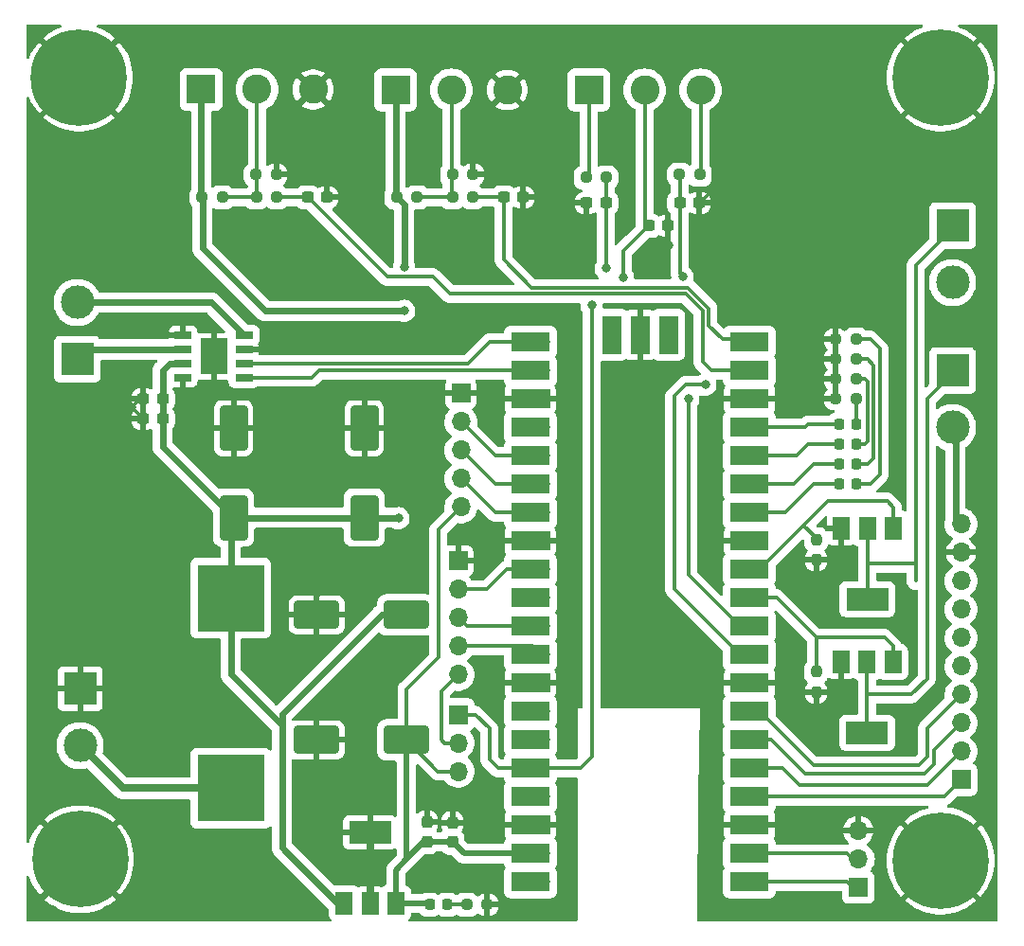
<source format=gtl>
G04 #@! TF.GenerationSoftware,KiCad,Pcbnew,7.0.1*
G04 #@! TF.CreationDate,2023-03-29T21:51:57+02:00*
G04 #@! TF.ProjectId,Kallebol_elevation,4b616c6c-6562-46f6-9c5f-656c65766174,rev?*
G04 #@! TF.SameCoordinates,Original*
G04 #@! TF.FileFunction,Copper,L1,Top*
G04 #@! TF.FilePolarity,Positive*
%FSLAX46Y46*%
G04 Gerber Fmt 4.6, Leading zero omitted, Abs format (unit mm)*
G04 Created by KiCad (PCBNEW 7.0.1) date 2023-03-29 21:51:57*
%MOMM*%
%LPD*%
G01*
G04 APERTURE LIST*
G04 Aperture macros list*
%AMRoundRect*
0 Rectangle with rounded corners*
0 $1 Rounding radius*
0 $2 $3 $4 $5 $6 $7 $8 $9 X,Y pos of 4 corners*
0 Add a 4 corners polygon primitive as box body*
4,1,4,$2,$3,$4,$5,$6,$7,$8,$9,$2,$3,0*
0 Add four circle primitives for the rounded corners*
1,1,$1+$1,$2,$3*
1,1,$1+$1,$4,$5*
1,1,$1+$1,$6,$7*
1,1,$1+$1,$8,$9*
0 Add four rect primitives between the rounded corners*
20,1,$1+$1,$2,$3,$4,$5,0*
20,1,$1+$1,$4,$5,$6,$7,0*
20,1,$1+$1,$6,$7,$8,$9,0*
20,1,$1+$1,$8,$9,$2,$3,0*%
G04 Aperture macros list end*
G04 #@! TA.AperFunction,ComponentPad*
%ADD10C,8.600000*%
G04 #@! TD*
G04 #@! TA.AperFunction,ComponentPad*
%ADD11R,3.000000X3.000000*%
G04 #@! TD*
G04 #@! TA.AperFunction,ComponentPad*
%ADD12C,3.000000*%
G04 #@! TD*
G04 #@! TA.AperFunction,SMDPad,CuDef*
%ADD13RoundRect,0.237500X0.250000X0.237500X-0.250000X0.237500X-0.250000X-0.237500X0.250000X-0.237500X0*%
G04 #@! TD*
G04 #@! TA.AperFunction,SMDPad,CuDef*
%ADD14R,1.500000X2.000000*%
G04 #@! TD*
G04 #@! TA.AperFunction,SMDPad,CuDef*
%ADD15R,3.800000X2.000000*%
G04 #@! TD*
G04 #@! TA.AperFunction,SMDPad,CuDef*
%ADD16RoundRect,0.237500X-0.250000X-0.237500X0.250000X-0.237500X0.250000X0.237500X-0.250000X0.237500X0*%
G04 #@! TD*
G04 #@! TA.AperFunction,SMDPad,CuDef*
%ADD17RoundRect,0.237500X0.300000X0.237500X-0.300000X0.237500X-0.300000X-0.237500X0.300000X-0.237500X0*%
G04 #@! TD*
G04 #@! TA.AperFunction,SMDPad,CuDef*
%ADD18RoundRect,0.250000X1.750000X1.000000X-1.750000X1.000000X-1.750000X-1.000000X1.750000X-1.000000X0*%
G04 #@! TD*
G04 #@! TA.AperFunction,SMDPad,CuDef*
%ADD19RoundRect,0.218750X0.218750X0.256250X-0.218750X0.256250X-0.218750X-0.256250X0.218750X-0.256250X0*%
G04 #@! TD*
G04 #@! TA.AperFunction,ComponentPad*
%ADD20R,2.600000X2.600000*%
G04 #@! TD*
G04 #@! TA.AperFunction,ComponentPad*
%ADD21C,2.600000*%
G04 #@! TD*
G04 #@! TA.AperFunction,SMDPad,CuDef*
%ADD22R,1.525000X0.700000*%
G04 #@! TD*
G04 #@! TA.AperFunction,SMDPad,CuDef*
%ADD23R,2.400000X3.200000*%
G04 #@! TD*
G04 #@! TA.AperFunction,ComponentPad*
%ADD24R,1.700000X1.700000*%
G04 #@! TD*
G04 #@! TA.AperFunction,ComponentPad*
%ADD25O,1.700000X1.700000*%
G04 #@! TD*
G04 #@! TA.AperFunction,SMDPad,CuDef*
%ADD26R,6.000000X6.000000*%
G04 #@! TD*
G04 #@! TA.AperFunction,SMDPad,CuDef*
%ADD27RoundRect,0.237500X-0.300000X-0.237500X0.300000X-0.237500X0.300000X0.237500X-0.300000X0.237500X0*%
G04 #@! TD*
G04 #@! TA.AperFunction,SMDPad,CuDef*
%ADD28RoundRect,0.237500X-0.237500X0.250000X-0.237500X-0.250000X0.237500X-0.250000X0.237500X0.250000X0*%
G04 #@! TD*
G04 #@! TA.AperFunction,SMDPad,CuDef*
%ADD29RoundRect,0.237500X0.237500X-0.300000X0.237500X0.300000X-0.237500X0.300000X-0.237500X-0.300000X0*%
G04 #@! TD*
G04 #@! TA.AperFunction,SMDPad,CuDef*
%ADD30RoundRect,0.250000X1.000000X-1.750000X1.000000X1.750000X-1.000000X1.750000X-1.000000X-1.750000X0*%
G04 #@! TD*
G04 #@! TA.AperFunction,SMDPad,CuDef*
%ADD31R,1.700000X3.500000*%
G04 #@! TD*
G04 #@! TA.AperFunction,SMDPad,CuDef*
%ADD32R,3.500000X1.700000*%
G04 #@! TD*
G04 #@! TA.AperFunction,ViaPad*
%ADD33C,0.800000*%
G04 #@! TD*
G04 #@! TA.AperFunction,Conductor*
%ADD34C,0.350000*%
G04 #@! TD*
G04 #@! TA.AperFunction,Conductor*
%ADD35C,0.700000*%
G04 #@! TD*
G04 #@! TA.AperFunction,Conductor*
%ADD36C,0.600000*%
G04 #@! TD*
G04 #@! TA.AperFunction,Conductor*
%ADD37C,0.500000*%
G04 #@! TD*
G04 APERTURE END LIST*
D10*
X53000000Y-50000000D03*
X130000000Y-50000000D03*
X130000000Y-120000000D03*
X53086000Y-119888000D03*
D11*
X131064000Y-63246000D03*
D12*
X131064000Y-68326000D03*
D13*
X88185000Y-60706000D03*
X86360000Y-60706000D03*
D14*
X121130000Y-102260000D03*
D15*
X123430000Y-108560000D03*
D14*
X123430000Y-102260000D03*
X125730000Y-102260000D03*
D16*
X63961000Y-60706000D03*
X65786000Y-60706000D03*
D17*
X60452000Y-80518000D03*
X58727000Y-80518000D03*
D18*
X82232000Y-98044000D03*
X74232000Y-98044000D03*
D11*
X53086000Y-104648000D03*
D12*
X53086000Y-109728000D03*
D19*
X122479000Y-86360000D03*
X120904000Y-86360000D03*
D16*
X86360000Y-58674000D03*
X88185000Y-58674000D03*
D20*
X81280000Y-51105000D03*
D21*
X86280000Y-51105000D03*
X91280000Y-51105000D03*
D19*
X122479000Y-82804000D03*
X120904000Y-82804000D03*
X122479000Y-84582000D03*
X120904000Y-84582000D03*
X122479000Y-81026000D03*
X120904000Y-81026000D03*
D22*
X62312000Y-73025000D03*
X62312000Y-74295000D03*
X62312000Y-75565000D03*
X62312000Y-76835000D03*
X67736000Y-76835000D03*
X67736000Y-75565000D03*
X67736000Y-74295000D03*
X67736000Y-73025000D03*
D23*
X65024000Y-74930000D03*
D13*
X122428000Y-76962000D03*
X120603000Y-76962000D03*
D24*
X86868000Y-93218000D03*
D25*
X86868000Y-95758000D03*
X86868000Y-98298000D03*
X86868000Y-100838000D03*
X86868000Y-103378000D03*
D17*
X92657000Y-60706000D03*
X90932000Y-60706000D03*
D11*
X131064000Y-76200000D03*
D12*
X131064000Y-81280000D03*
D17*
X100076000Y-61214000D03*
X98351000Y-61214000D03*
D11*
X52832000Y-75184000D03*
D12*
X52832000Y-70104000D03*
D26*
X66548000Y-113538000D03*
X66548000Y-96538000D03*
D27*
X103886000Y-63246000D03*
X105611000Y-63246000D03*
X106680000Y-61214000D03*
X108405000Y-61214000D03*
D13*
X108458000Y-58674000D03*
X106633000Y-58674000D03*
D24*
X131826000Y-112776000D03*
D25*
X131826000Y-110236000D03*
X131826000Y-107696000D03*
X131826000Y-105156000D03*
X131826000Y-102616000D03*
X131826000Y-100076000D03*
X131826000Y-97536000D03*
X131826000Y-94996000D03*
X131826000Y-92456000D03*
X131826000Y-89916000D03*
D16*
X81383500Y-60706000D03*
X83208500Y-60706000D03*
D20*
X98552000Y-51105000D03*
D21*
X103552000Y-51105000D03*
X108552000Y-51105000D03*
D28*
X118872000Y-104949000D03*
X118872000Y-103124000D03*
D18*
X82232000Y-109220000D03*
X74232000Y-109220000D03*
D20*
X63914000Y-51054000D03*
D21*
X68914000Y-51054000D03*
X73914000Y-51054000D03*
D13*
X122428000Y-75184000D03*
X120603000Y-75184000D03*
D24*
X122657000Y-122413000D03*
D25*
X122657000Y-119873000D03*
X122657000Y-117333000D03*
D17*
X75131000Y-60706000D03*
X73406000Y-60706000D03*
X60452000Y-78740000D03*
X58727000Y-78740000D03*
D28*
X118872000Y-93114500D03*
X118872000Y-91289500D03*
D14*
X76694000Y-123800000D03*
X78994000Y-123800000D03*
D15*
X78994000Y-117500000D03*
D14*
X81294000Y-123800000D03*
D13*
X70659000Y-60706000D03*
X68834000Y-60706000D03*
D29*
X86360000Y-118364000D03*
X86360000Y-116639000D03*
D19*
X85903000Y-123952000D03*
X84328000Y-123952000D03*
D24*
X86893000Y-106949000D03*
D25*
X86893000Y-109489000D03*
X86893000Y-112029000D03*
D30*
X78486000Y-89344000D03*
X78486000Y-81344000D03*
D29*
X84074000Y-118311000D03*
X84074000Y-116586000D03*
D16*
X68787000Y-58674000D03*
X70612000Y-58674000D03*
D24*
X87122000Y-78232000D03*
D25*
X87122000Y-80772000D03*
X87122000Y-83312000D03*
X87122000Y-85852000D03*
X87122000Y-88392000D03*
D30*
X66802000Y-89344000D03*
X66802000Y-81344000D03*
D13*
X122428000Y-73406000D03*
X120603000Y-73406000D03*
D16*
X98298000Y-58928000D03*
X100123000Y-58928000D03*
X87630000Y-123952000D03*
X89455000Y-123952000D03*
D13*
X122428000Y-78740000D03*
X120603000Y-78740000D03*
D31*
X100584000Y-72990000D03*
D25*
X100584000Y-73890000D03*
D31*
X103124000Y-72990000D03*
D24*
X103124000Y-73890000D03*
D31*
X105664000Y-72990000D03*
D25*
X105664000Y-73890000D03*
D32*
X93334000Y-121920000D03*
D25*
X94234000Y-121920000D03*
D32*
X93334000Y-119380000D03*
D25*
X94234000Y-119380000D03*
D32*
X93334000Y-116840000D03*
D24*
X94234000Y-116840000D03*
D32*
X93334000Y-114300000D03*
D25*
X94234000Y-114300000D03*
D32*
X93334000Y-111760000D03*
D25*
X94234000Y-111760000D03*
D32*
X93334000Y-109220000D03*
D25*
X94234000Y-109220000D03*
D32*
X93334000Y-106680000D03*
D25*
X94234000Y-106680000D03*
D32*
X93334000Y-104140000D03*
D24*
X94234000Y-104140000D03*
D32*
X93334000Y-101600000D03*
D25*
X94234000Y-101600000D03*
D32*
X93334000Y-99060000D03*
D25*
X94234000Y-99060000D03*
D32*
X93334000Y-96520000D03*
D25*
X94234000Y-96520000D03*
D32*
X93334000Y-93980000D03*
D25*
X94234000Y-93980000D03*
D32*
X93334000Y-91440000D03*
D24*
X94234000Y-91440000D03*
D32*
X93334000Y-88900000D03*
D25*
X94234000Y-88900000D03*
D32*
X93334000Y-86360000D03*
D25*
X94234000Y-86360000D03*
D32*
X93334000Y-83820000D03*
D25*
X94234000Y-83820000D03*
D32*
X93334000Y-81280000D03*
D25*
X94234000Y-81280000D03*
D32*
X93334000Y-78740000D03*
D24*
X94234000Y-78740000D03*
D32*
X93334000Y-76200000D03*
D25*
X94234000Y-76200000D03*
D32*
X93334000Y-73660000D03*
D25*
X94234000Y-73660000D03*
D32*
X112914000Y-73660000D03*
D25*
X112014000Y-73660000D03*
D32*
X112914000Y-76200000D03*
D25*
X112014000Y-76200000D03*
D32*
X112914000Y-78740000D03*
D24*
X112014000Y-78740000D03*
D32*
X112914000Y-81280000D03*
D25*
X112014000Y-81280000D03*
D32*
X112914000Y-83820000D03*
D25*
X112014000Y-83820000D03*
D32*
X112914000Y-86360000D03*
D25*
X112014000Y-86360000D03*
D32*
X112914000Y-88900000D03*
D25*
X112014000Y-88900000D03*
D32*
X112914000Y-91440000D03*
D24*
X112014000Y-91440000D03*
D32*
X112914000Y-93980000D03*
D25*
X112014000Y-93980000D03*
D32*
X112914000Y-96520000D03*
D25*
X112014000Y-96520000D03*
D32*
X112914000Y-99060000D03*
D25*
X112014000Y-99060000D03*
D32*
X112914000Y-101600000D03*
D25*
X112014000Y-101600000D03*
D32*
X112914000Y-104140000D03*
D24*
X112014000Y-104140000D03*
D32*
X112914000Y-106680000D03*
D25*
X112014000Y-106680000D03*
D32*
X112914000Y-109220000D03*
D25*
X112014000Y-109220000D03*
D32*
X112914000Y-111760000D03*
D25*
X112014000Y-111760000D03*
D32*
X112914000Y-114300000D03*
D25*
X112014000Y-114300000D03*
D32*
X112914000Y-116840000D03*
D24*
X112014000Y-116840000D03*
D32*
X112914000Y-119380000D03*
D25*
X112014000Y-119380000D03*
D32*
X112914000Y-121920000D03*
D25*
X112014000Y-121920000D03*
D14*
X121144000Y-90322000D03*
D15*
X123444000Y-96622000D03*
D14*
X123444000Y-90322000D03*
X125744000Y-90322000D03*
D33*
X118872000Y-94996000D03*
X118872000Y-106680000D03*
X74168000Y-100076000D03*
X57658000Y-79502000D03*
X80518000Y-73406000D03*
X108966000Y-64516000D03*
X80772000Y-81344000D03*
X65024000Y-77978000D03*
X62230000Y-77978000D03*
X86868000Y-64770000D03*
X89662000Y-58674000D03*
X109220000Y-124460000D03*
X83312000Y-69342000D03*
X74168000Y-111760000D03*
X64516000Y-71882000D03*
X83312000Y-85090000D03*
X88646000Y-68072000D03*
X70358000Y-74168000D03*
X109220000Y-67564000D03*
X109474000Y-60198000D03*
X83566000Y-77978000D03*
X76454000Y-60706000D03*
X80264000Y-77978000D03*
X96774000Y-61214000D03*
X101854000Y-78994000D03*
X94488000Y-60706000D03*
X80518000Y-69342000D03*
X97536000Y-104902000D03*
X105664000Y-65024000D03*
X74168000Y-107188000D03*
X72136000Y-58674000D03*
X60452000Y-72390000D03*
X101092000Y-105156000D03*
X96520000Y-81280000D03*
X83058000Y-73406000D03*
X96266000Y-124460000D03*
X89408000Y-122428000D03*
X80264000Y-65278000D03*
X74422000Y-96012000D03*
X96266000Y-67564000D03*
X133604000Y-92456000D03*
X96266000Y-64516000D03*
X80518000Y-85090000D03*
X69088000Y-81280000D03*
X98806000Y-70358000D03*
X101600000Y-67830500D03*
X82042000Y-66943500D03*
X81534000Y-89408000D03*
X82042000Y-70866000D03*
X106934000Y-67818000D03*
X108966000Y-77470000D03*
X100076000Y-67056000D03*
X107442000Y-78740000D03*
D34*
X118872000Y-93114500D02*
X118872000Y-94996000D01*
X118872000Y-104949000D02*
X118872000Y-106680000D01*
X118872000Y-100076000D02*
X124968000Y-100076000D01*
X124968000Y-100076000D02*
X125730000Y-100838000D01*
X125730000Y-100838000D02*
X125730000Y-102260000D01*
X118872000Y-103124000D02*
X118872000Y-100076000D01*
X118872000Y-100076000D02*
X115316000Y-96520000D01*
X115316000Y-96520000D02*
X112014000Y-96520000D01*
X127370000Y-105156000D02*
X123444000Y-105156000D01*
X128778000Y-103748000D02*
X127370000Y-105156000D01*
X128778000Y-78740000D02*
X128778000Y-103748000D01*
X131318000Y-76200000D02*
X128778000Y-78740000D01*
X123430000Y-105170000D02*
X123430000Y-108560000D01*
X123444000Y-105156000D02*
X123430000Y-105170000D01*
X123444000Y-105156000D02*
X123430000Y-105142000D01*
X123430000Y-105142000D02*
X123430000Y-102260000D01*
X118872000Y-91186000D02*
X117729000Y-90043000D01*
X118872000Y-91289500D02*
X118872000Y-91186000D01*
X117729000Y-90043000D02*
X113792000Y-93980000D01*
X119888000Y-87884000D02*
X117729000Y-90043000D01*
X113792000Y-93980000D02*
X112014000Y-93980000D01*
X125222000Y-87884000D02*
X119888000Y-87884000D01*
X125744000Y-88406000D02*
X125222000Y-87884000D01*
X125744000Y-90322000D02*
X125744000Y-88406000D01*
X123444000Y-93472000D02*
X127762000Y-93472000D01*
X127762000Y-66802000D02*
X127762000Y-93472000D01*
X123444000Y-93472000D02*
X123444000Y-96622000D01*
X123444000Y-90322000D02*
X123444000Y-93472000D01*
X127762000Y-93472000D02*
X127762000Y-94996000D01*
X131318000Y-63246000D02*
X127762000Y-66802000D01*
X65024000Y-74930000D02*
X65024000Y-72390000D01*
X58727000Y-78740000D02*
X58420000Y-78740000D01*
X98351000Y-61214000D02*
X96774000Y-61214000D01*
X131826000Y-92456000D02*
X133604000Y-92456000D01*
X74232000Y-96202000D02*
X74422000Y-96012000D01*
X108458000Y-61214000D02*
X109474000Y-60198000D01*
X80772000Y-81344000D02*
X78486000Y-81344000D01*
X62230000Y-77978000D02*
X62230000Y-76917000D01*
D35*
X78994000Y-117500000D02*
X78994000Y-123800000D01*
D34*
X74232000Y-100012000D02*
X74168000Y-100076000D01*
X62312000Y-73025000D02*
X61087000Y-73025000D01*
X75131000Y-60706000D02*
X76454000Y-60706000D01*
X67736000Y-74295000D02*
X70231000Y-74295000D01*
X70612000Y-58674000D02*
X72136000Y-58674000D01*
X92657000Y-60706000D02*
X94488000Y-60706000D01*
X66802000Y-81344000D02*
X69024000Y-81344000D01*
X74232000Y-98044000D02*
X74232000Y-100012000D01*
X65024000Y-72390000D02*
X64516000Y-71882000D01*
X69024000Y-81344000D02*
X69088000Y-81280000D01*
X105611000Y-64971000D02*
X105664000Y-65024000D01*
X58674000Y-80518000D02*
X57658000Y-79502000D01*
X58727000Y-80518000D02*
X58674000Y-80518000D01*
X58420000Y-78740000D02*
X57658000Y-79502000D01*
X74232000Y-109220000D02*
X74232000Y-111696000D01*
X88185000Y-58674000D02*
X89662000Y-58674000D01*
X65024000Y-74930000D02*
X65024000Y-77978000D01*
X74232000Y-98044000D02*
X74232000Y-96202000D01*
X70231000Y-74295000D02*
X70358000Y-74168000D01*
X108405000Y-61214000D02*
X108458000Y-61214000D01*
X62230000Y-76917000D02*
X62312000Y-76835000D01*
X61087000Y-73025000D02*
X60452000Y-72390000D01*
X74232000Y-111696000D02*
X74168000Y-111760000D01*
X74232000Y-109220000D02*
X74232000Y-107252000D01*
X89455000Y-122475000D02*
X89408000Y-122428000D01*
X89455000Y-123952000D02*
X89455000Y-122475000D01*
X74232000Y-107252000D02*
X74168000Y-107188000D01*
X105611000Y-63246000D02*
X105611000Y-64971000D01*
X103886000Y-63246000D02*
X101600000Y-65532000D01*
X98806000Y-110744000D02*
X97790000Y-111760000D01*
X101600000Y-65532000D02*
X101600000Y-67830500D01*
X94234000Y-111760000D02*
X90424000Y-111760000D01*
X89662000Y-108204000D02*
X88407000Y-106949000D01*
X97790000Y-111760000D02*
X94234000Y-111760000D01*
X103886000Y-63246000D02*
X103552000Y-62912000D01*
X98806000Y-70358000D02*
X98806000Y-110744000D01*
X89662000Y-110998000D02*
X89662000Y-108204000D01*
X90424000Y-111760000D02*
X89662000Y-110998000D01*
X103552000Y-62912000D02*
X103552000Y-51105000D01*
X88407000Y-106949000D02*
X86893000Y-106949000D01*
X123190000Y-76962000D02*
X122428000Y-76962000D01*
X122479000Y-82804000D02*
X123190000Y-82804000D01*
X123190000Y-82804000D02*
X123444000Y-82550000D01*
X123444000Y-82550000D02*
X123444000Y-77216000D01*
X123444000Y-77216000D02*
X123190000Y-76962000D01*
D36*
X82232000Y-98044000D02*
X80010000Y-98044000D01*
X80010000Y-98044000D02*
X71120000Y-106934000D01*
X131318000Y-89408000D02*
X131826000Y-89916000D01*
X82042000Y-66943500D02*
X82042000Y-61364500D01*
X66548000Y-96538000D02*
X66548000Y-89598000D01*
X64008000Y-65278000D02*
X69596000Y-70866000D01*
X69596000Y-70866000D02*
X82042000Y-70866000D01*
X76694000Y-123800000D02*
X76048000Y-123800000D01*
X71120000Y-106934000D02*
X71120000Y-107950000D01*
X66548000Y-89598000D02*
X66802000Y-89344000D01*
X60452000Y-76200000D02*
X61087000Y-75565000D01*
X81280000Y-60602500D02*
X81280000Y-51105000D01*
X60452000Y-82994000D02*
X60452000Y-80518000D01*
X66802000Y-89344000D02*
X78486000Y-89344000D01*
X61087000Y-75565000D02*
X62312000Y-75565000D01*
X63914000Y-60659000D02*
X63961000Y-60706000D01*
X63914000Y-51054000D02*
X63914000Y-60659000D01*
X64008000Y-60753000D02*
X64008000Y-65278000D01*
X81383500Y-60706000D02*
X81280000Y-60602500D01*
X66548000Y-103378000D02*
X71120000Y-107950000D01*
X66802000Y-89344000D02*
X60452000Y-82994000D01*
X81470000Y-89344000D02*
X81534000Y-89408000D01*
X71120000Y-118872000D02*
X71120000Y-107950000D01*
X131318000Y-81280000D02*
X131318000Y-89408000D01*
X76048000Y-123800000D02*
X71120000Y-118872000D01*
X63961000Y-60706000D02*
X64008000Y-60753000D01*
X78486000Y-89344000D02*
X81470000Y-89344000D01*
X60452000Y-78740000D02*
X60452000Y-76200000D01*
X60452000Y-80518000D02*
X60452000Y-78740000D01*
X66548000Y-96538000D02*
X66548000Y-103378000D01*
X82042000Y-61364500D02*
X81383500Y-60706000D01*
D34*
X106680000Y-61214000D02*
X106680000Y-67564000D01*
X106172000Y-78486000D02*
X106172000Y-95758000D01*
X106680000Y-58721000D02*
X106633000Y-58674000D01*
X106172000Y-95758000D02*
X112014000Y-101600000D01*
X107188000Y-77470000D02*
X106172000Y-78486000D01*
X106680000Y-67564000D02*
X106934000Y-67818000D01*
X106680000Y-61214000D02*
X106680000Y-58721000D01*
X108966000Y-77470000D02*
X107188000Y-77470000D01*
X107442000Y-94488000D02*
X112014000Y-99060000D01*
X100123000Y-58928000D02*
X100123000Y-61167000D01*
X107442000Y-78740000D02*
X107442000Y-94488000D01*
X100076000Y-61214000D02*
X100076000Y-67056000D01*
X100123000Y-61167000D02*
X100076000Y-61214000D01*
X85090000Y-101854000D02*
X82232000Y-104712000D01*
D37*
X81294000Y-123800000D02*
X84176000Y-123800000D01*
X87376000Y-119380000D02*
X87884000Y-119380000D01*
X94234000Y-119380000D02*
X87884000Y-119380000D01*
X84074000Y-118311000D02*
X83809000Y-118311000D01*
X86360000Y-118364000D02*
X87376000Y-119380000D01*
D34*
X87122000Y-88392000D02*
X85090000Y-90424000D01*
X86307000Y-118311000D02*
X86360000Y-118364000D01*
D37*
X84176000Y-123800000D02*
X84328000Y-123952000D01*
X83809000Y-118311000D02*
X82232000Y-119888000D01*
D34*
X82232000Y-104712000D02*
X82232000Y-109220000D01*
D37*
X81294000Y-123800000D02*
X81294000Y-120826000D01*
X81294000Y-120826000D02*
X82232000Y-119888000D01*
X84074000Y-118311000D02*
X86307000Y-118311000D01*
D34*
X86893000Y-112029000D02*
X85041000Y-112029000D01*
D37*
X82232000Y-119888000D02*
X82232000Y-109220000D01*
D34*
X85090000Y-90424000D02*
X85090000Y-101854000D01*
X85041000Y-112029000D02*
X82232000Y-109220000D01*
X118110000Y-82804000D02*
X120904000Y-82804000D01*
X117094000Y-83820000D02*
X118110000Y-82804000D01*
X112014000Y-83820000D02*
X117094000Y-83820000D01*
X85903000Y-123952000D02*
X87630000Y-123952000D01*
X122479000Y-81026000D02*
X122479000Y-78791000D01*
X122479000Y-78791000D02*
X122428000Y-78740000D01*
X118110000Y-81026000D02*
X117856000Y-81280000D01*
X117856000Y-81280000D02*
X112014000Y-81280000D01*
X120904000Y-81026000D02*
X118110000Y-81026000D01*
X124544000Y-85514000D02*
X124544000Y-74252000D01*
X122479000Y-86360000D02*
X123698000Y-86360000D01*
X124544000Y-74252000D02*
X123698000Y-73406000D01*
X123698000Y-86360000D02*
X124544000Y-85514000D01*
X123698000Y-73406000D02*
X122428000Y-73406000D01*
X118618000Y-86360000D02*
X120904000Y-86360000D01*
X116078000Y-88900000D02*
X118618000Y-86360000D01*
X112014000Y-88900000D02*
X116078000Y-88900000D01*
X123444000Y-84582000D02*
X122479000Y-84582000D01*
X123994000Y-75734000D02*
X123994000Y-84032000D01*
X123444000Y-75184000D02*
X123994000Y-75734000D01*
X122428000Y-75184000D02*
X123444000Y-75184000D01*
X123994000Y-84032000D02*
X123444000Y-84582000D01*
X88185000Y-60706000D02*
X90932000Y-60706000D01*
X90932000Y-66294000D02*
X90932000Y-60706000D01*
X109262000Y-72178000D02*
X109262000Y-70638182D01*
X112014000Y-73660000D02*
X111760000Y-73406000D01*
X109262000Y-70638182D02*
X107415818Y-68792000D01*
X93430000Y-68792000D02*
X90932000Y-66294000D01*
X110490000Y-73406000D02*
X109262000Y-72178000D01*
X111760000Y-73406000D02*
X110490000Y-73406000D01*
X107415818Y-68792000D02*
X93430000Y-68792000D01*
X118618000Y-84582000D02*
X116840000Y-86360000D01*
X120904000Y-84582000D02*
X118618000Y-84582000D01*
X116840000Y-86360000D02*
X112014000Y-86360000D01*
D35*
X56896000Y-113538000D02*
X53086000Y-109728000D01*
X66548000Y-113538000D02*
X56896000Y-113538000D01*
D36*
X53721000Y-74295000D02*
X52832000Y-75184000D01*
X62312000Y-74295000D02*
X53721000Y-74295000D01*
X67736000Y-73025000D02*
X64815000Y-70104000D01*
X64815000Y-70104000D02*
X52832000Y-70104000D01*
D34*
X86360000Y-60706000D02*
X86280000Y-60626000D01*
X86280000Y-60626000D02*
X86280000Y-51105000D01*
X83208500Y-60706000D02*
X86360000Y-60706000D01*
X98552000Y-58674000D02*
X98552000Y-51105000D01*
X98298000Y-58928000D02*
X98552000Y-58674000D01*
X108458000Y-58674000D02*
X108552000Y-58580000D01*
X108552000Y-58580000D02*
X108552000Y-51105000D01*
X68834000Y-60706000D02*
X68914000Y-60626000D01*
X68914000Y-60626000D02*
X68914000Y-51054000D01*
X65786000Y-60706000D02*
X68834000Y-60706000D01*
X67736000Y-76835000D02*
X73787000Y-76835000D01*
X94234000Y-76200000D02*
X74422000Y-76200000D01*
X73787000Y-76835000D02*
X74422000Y-76200000D01*
X67736000Y-75565000D02*
X87757000Y-75565000D01*
X87757000Y-75565000D02*
X89662000Y-73660000D01*
X89662000Y-73660000D02*
X94234000Y-73660000D01*
X131826000Y-112776000D02*
X130302000Y-114300000D01*
X130302000Y-114300000D02*
X112014000Y-114300000D01*
X112014000Y-111760000D02*
X115824000Y-111760000D01*
X115824000Y-111760000D02*
X117348000Y-113284000D01*
X117348000Y-113284000D02*
X128778000Y-113284000D01*
X128778000Y-113284000D02*
X131826000Y-110236000D01*
X128524000Y-112268000D02*
X129413000Y-111379000D01*
X129413000Y-111379000D02*
X129413000Y-110109000D01*
X114808000Y-109220000D02*
X117856000Y-112268000D01*
X117856000Y-112268000D02*
X128524000Y-112268000D01*
X112014000Y-109220000D02*
X114808000Y-109220000D01*
X129413000Y-110109000D02*
X131826000Y-107696000D01*
X128016000Y-111506000D02*
X128778000Y-110744000D01*
X118618000Y-111506000D02*
X128016000Y-111506000D01*
X112014000Y-106680000D02*
X113792000Y-106680000D01*
X113792000Y-106680000D02*
X118618000Y-111506000D01*
X128778000Y-110744000D02*
X128778000Y-108204000D01*
X128778000Y-108204000D02*
X131826000Y-105156000D01*
X91186000Y-93980000D02*
X94234000Y-93980000D01*
X86868000Y-95758000D02*
X89408000Y-95758000D01*
X89408000Y-95758000D02*
X91186000Y-93980000D01*
X87630000Y-99060000D02*
X86868000Y-98298000D01*
X94234000Y-99060000D02*
X87630000Y-99060000D01*
X93472000Y-100838000D02*
X94234000Y-101600000D01*
X86868000Y-100838000D02*
X93472000Y-100838000D01*
X86893000Y-109489000D02*
X85613000Y-109489000D01*
X85344000Y-104902000D02*
X86868000Y-103378000D01*
X85613000Y-109489000D02*
X85344000Y-109220000D01*
X85344000Y-109220000D02*
X85344000Y-104902000D01*
X94234000Y-83820000D02*
X90170000Y-83820000D01*
X90170000Y-83820000D02*
X87122000Y-80772000D01*
X94234000Y-86360000D02*
X90170000Y-86360000D01*
X90170000Y-86360000D02*
X87122000Y-83312000D01*
X87122000Y-85852000D02*
X90170000Y-88900000D01*
X90170000Y-88900000D02*
X94234000Y-88900000D01*
X121656000Y-121920000D02*
X122657000Y-122921000D01*
X112014000Y-121920000D02*
X121656000Y-121920000D01*
X121656000Y-119380000D02*
X122657000Y-120381000D01*
X112014000Y-119380000D02*
X121656000Y-119380000D01*
X112014000Y-96520000D02*
X112420000Y-96114000D01*
X80518000Y-67818000D02*
X84582000Y-67818000D01*
X109474000Y-76200000D02*
X112014000Y-76200000D01*
X108712000Y-70866000D02*
X108712000Y-75438000D01*
X73406000Y-60706000D02*
X80518000Y-67818000D01*
X107188000Y-69342000D02*
X108712000Y-70866000D01*
X70659000Y-60706000D02*
X73406000Y-60706000D01*
X86106000Y-69342000D02*
X107188000Y-69342000D01*
X108712000Y-75438000D02*
X109474000Y-76200000D01*
X84582000Y-67818000D02*
X86106000Y-69342000D01*
G04 #@! TA.AperFunction,Conductor*
G36*
X51378482Y-45256513D02*
G01*
X51424952Y-45307814D01*
X51437311Y-45375920D01*
X51411830Y-45440279D01*
X51356198Y-45481466D01*
X51108425Y-45574456D01*
X50719338Y-45761830D01*
X50348622Y-45983323D01*
X49999238Y-46237165D01*
X49784226Y-46425014D01*
X49784226Y-46425017D01*
X52999999Y-49640790D01*
X53000001Y-49640790D01*
X56215772Y-46425017D01*
X56215772Y-46425015D01*
X56000761Y-46237165D01*
X55651377Y-45983323D01*
X55280661Y-45761830D01*
X54891574Y-45574456D01*
X54643802Y-45481466D01*
X54588170Y-45440279D01*
X54562689Y-45375920D01*
X54575048Y-45307814D01*
X54621518Y-45256513D01*
X54688075Y-45237500D01*
X128311925Y-45237500D01*
X128378482Y-45256513D01*
X128424952Y-45307814D01*
X128437311Y-45375920D01*
X128411830Y-45440279D01*
X128356198Y-45481466D01*
X128108425Y-45574456D01*
X127719338Y-45761830D01*
X127348622Y-45983323D01*
X126999238Y-46237165D01*
X126784226Y-46425014D01*
X126784226Y-46425017D01*
X129999999Y-49640790D01*
X130000001Y-49640790D01*
X133215772Y-46425017D01*
X133215772Y-46425015D01*
X133000761Y-46237165D01*
X132651377Y-45983323D01*
X132280661Y-45761830D01*
X131891574Y-45574456D01*
X131643802Y-45481466D01*
X131588170Y-45440279D01*
X131562689Y-45375920D01*
X131575048Y-45307814D01*
X131621518Y-45256513D01*
X131688075Y-45237500D01*
X134976500Y-45237500D01*
X135039500Y-45254381D01*
X135085619Y-45300500D01*
X135102500Y-45363500D01*
X135102500Y-125324500D01*
X135085619Y-125387500D01*
X135039500Y-125433619D01*
X134976500Y-125450500D01*
X108332031Y-125450500D01*
X108268547Y-125433338D01*
X108222356Y-125386528D01*
X108206042Y-125322820D01*
X108207227Y-125233987D01*
X108251413Y-121919999D01*
X110550501Y-121919999D01*
X110555070Y-121975146D01*
X110555500Y-121985550D01*
X110555500Y-122809885D01*
X110571161Y-122928848D01*
X110632475Y-123076875D01*
X110632476Y-123076876D01*
X110730013Y-123203987D01*
X110857124Y-123301524D01*
X111005150Y-123362838D01*
X111124115Y-123378500D01*
X111878469Y-123378499D01*
X111878479Y-123378500D01*
X111893145Y-123378500D01*
X112134855Y-123378500D01*
X112159916Y-123378500D01*
X112159920Y-123378499D01*
X114703886Y-123378499D01*
X114763366Y-123370668D01*
X114822850Y-123362838D01*
X114970876Y-123301524D01*
X115097987Y-123203987D01*
X115195524Y-123076876D01*
X115256838Y-122928850D01*
X115272082Y-122813054D01*
X115293792Y-122757229D01*
X115338825Y-122717737D01*
X115397005Y-122703500D01*
X121072501Y-122703500D01*
X121135501Y-122720381D01*
X121181620Y-122766500D01*
X121198501Y-122829500D01*
X121198501Y-123302886D01*
X121214161Y-123421848D01*
X121275475Y-123569875D01*
X121275476Y-123569876D01*
X121373013Y-123696987D01*
X121500124Y-123794524D01*
X121648150Y-123855838D01*
X121767115Y-123871500D01*
X123546884Y-123871499D01*
X123546885Y-123871499D01*
X123586539Y-123866278D01*
X123665850Y-123855838D01*
X123813876Y-123794524D01*
X123940987Y-123696987D01*
X124034605Y-123574983D01*
X126784226Y-123574983D01*
X126999238Y-123762834D01*
X127348622Y-124016676D01*
X127719338Y-124238169D01*
X128108425Y-124425543D01*
X128512754Y-124577290D01*
X128929040Y-124692178D01*
X129353952Y-124769288D01*
X129784074Y-124808000D01*
X130215926Y-124808000D01*
X130646047Y-124769288D01*
X131070959Y-124692178D01*
X131487245Y-124577290D01*
X131891574Y-124425543D01*
X132280661Y-124238169D01*
X132651377Y-124016676D01*
X133000755Y-123762838D01*
X133215772Y-123574982D01*
X133215772Y-123574981D01*
X130000001Y-120359210D01*
X129999999Y-120359210D01*
X126784226Y-123574981D01*
X126784226Y-123574983D01*
X124034605Y-123574983D01*
X124038524Y-123569876D01*
X124099838Y-123421850D01*
X124115500Y-123302885D01*
X124115499Y-121523116D01*
X124099838Y-121404150D01*
X124038524Y-121256124D01*
X123940987Y-121129013D01*
X123874421Y-121077934D01*
X123813873Y-121031473D01*
X123806112Y-121028259D01*
X123757762Y-120992786D01*
X123731286Y-120938980D01*
X123732681Y-120879030D01*
X123761628Y-120826516D01*
X123811906Y-120771900D01*
X123944109Y-120569549D01*
X124041203Y-120348197D01*
X124100539Y-120113884D01*
X124109976Y-120000000D01*
X125187153Y-120000000D01*
X125206528Y-120431415D01*
X125264498Y-120859368D01*
X125360595Y-121280397D01*
X125494044Y-121691107D01*
X125663778Y-122088222D01*
X125868417Y-122468504D01*
X126106322Y-122828915D01*
X126375585Y-123166561D01*
X126423800Y-123216988D01*
X126423801Y-123216989D01*
X129640790Y-120000001D01*
X130359210Y-120000001D01*
X133576198Y-123216989D01*
X133576198Y-123216988D01*
X133624413Y-123166561D01*
X133893677Y-122828915D01*
X134131582Y-122468504D01*
X134336221Y-122088222D01*
X134505955Y-121691107D01*
X134639404Y-121280397D01*
X134735501Y-120859368D01*
X134793471Y-120431415D01*
X134812846Y-119999999D01*
X134793471Y-119568584D01*
X134735501Y-119140631D01*
X134639404Y-118719602D01*
X134505955Y-118308892D01*
X134336221Y-117911777D01*
X134131582Y-117531495D01*
X133893677Y-117171084D01*
X133624414Y-116833438D01*
X133576198Y-116783010D01*
X133576198Y-116783009D01*
X130359210Y-119999999D01*
X130359210Y-120000001D01*
X129640790Y-120000001D01*
X129640790Y-119999999D01*
X126423800Y-116783009D01*
X126375585Y-116833439D01*
X126106322Y-117171084D01*
X125868417Y-117531495D01*
X125663778Y-117911777D01*
X125494044Y-118308892D01*
X125360595Y-118719602D01*
X125264498Y-119140631D01*
X125206528Y-119568584D01*
X125187153Y-120000000D01*
X124109976Y-120000000D01*
X124120499Y-119873000D01*
X124100539Y-119632116D01*
X124041203Y-119397803D01*
X123944109Y-119176451D01*
X123811906Y-118974100D01*
X123648201Y-118796269D01*
X123457458Y-118647808D01*
X123457459Y-118647808D01*
X123449219Y-118641395D01*
X123450641Y-118639567D01*
X123417123Y-118608709D01*
X123397038Y-118550199D01*
X123407221Y-118489182D01*
X123445217Y-118440365D01*
X123579903Y-118335533D01*
X123732321Y-118169962D01*
X123855419Y-117981548D01*
X123945822Y-117775451D01*
X123993544Y-117587000D01*
X121320455Y-117587000D01*
X121368177Y-117775451D01*
X121458580Y-117981548D01*
X121581678Y-118169962D01*
X121734098Y-118335536D01*
X121779750Y-118371068D01*
X121817747Y-118419886D01*
X121827930Y-118480905D01*
X121807843Y-118539415D01*
X121762329Y-118581314D01*
X121702360Y-118596500D01*
X115397004Y-118596500D01*
X115338823Y-118582263D01*
X115293790Y-118542770D01*
X115272082Y-118486945D01*
X115256838Y-118371151D01*
X115195524Y-118223124D01*
X115175395Y-118196892D01*
X115103806Y-118103596D01*
X115080865Y-118054652D01*
X115080544Y-118000597D01*
X115102903Y-117951381D01*
X115114446Y-117935961D01*
X115165494Y-117799093D01*
X115172000Y-117738589D01*
X115172000Y-117094000D01*
X110656000Y-117094000D01*
X110656000Y-117738589D01*
X110662505Y-117799093D01*
X110713554Y-117935962D01*
X110725098Y-117951383D01*
X110747456Y-118000597D01*
X110747134Y-118054651D01*
X110724193Y-118103596D01*
X110632475Y-118223124D01*
X110571161Y-118371151D01*
X110555500Y-118490115D01*
X110555500Y-119314450D01*
X110555070Y-119324854D01*
X110550501Y-119380000D01*
X110555070Y-119435146D01*
X110555500Y-119445550D01*
X110555500Y-120269885D01*
X110571161Y-120388848D01*
X110632475Y-120536875D01*
X110660421Y-120573294D01*
X110683472Y-120622726D01*
X110683473Y-120677269D01*
X110660422Y-120726702D01*
X110632476Y-120763121D01*
X110571161Y-120911151D01*
X110555500Y-121030115D01*
X110555500Y-121854450D01*
X110555070Y-121864854D01*
X110550501Y-121919999D01*
X108251413Y-121919999D01*
X108315960Y-117078999D01*
X121320455Y-117078999D01*
X121320456Y-117079000D01*
X122403000Y-117079000D01*
X122403000Y-115998609D01*
X122911000Y-115998609D01*
X122911000Y-117079000D01*
X123993544Y-117079000D01*
X123993544Y-117078999D01*
X123945822Y-116890548D01*
X123855419Y-116684451D01*
X123732321Y-116496037D01*
X123579903Y-116330466D01*
X123402302Y-116192233D01*
X123204368Y-116085116D01*
X122991514Y-116012044D01*
X122911000Y-115998609D01*
X122403000Y-115998609D01*
X122322485Y-116012044D01*
X122109631Y-116085116D01*
X121911697Y-116192233D01*
X121734096Y-116330466D01*
X121581678Y-116496037D01*
X121458580Y-116684451D01*
X121368177Y-116890548D01*
X121320455Y-117078999D01*
X108315960Y-117078999D01*
X108353013Y-114300000D01*
X110550501Y-114300000D01*
X110555070Y-114355146D01*
X110555500Y-114365550D01*
X110555500Y-115189885D01*
X110571161Y-115308848D01*
X110632475Y-115456875D01*
X110724192Y-115576401D01*
X110747134Y-115625345D01*
X110747456Y-115679398D01*
X110725100Y-115728612D01*
X110713555Y-115744034D01*
X110662505Y-115880906D01*
X110656000Y-115941411D01*
X110656000Y-116586000D01*
X115172000Y-116586000D01*
X115172000Y-115941411D01*
X115165494Y-115880906D01*
X115114445Y-115744037D01*
X115102900Y-115728614D01*
X115080543Y-115679400D01*
X115080865Y-115625346D01*
X115103805Y-115576404D01*
X115195524Y-115456876D01*
X115256838Y-115308850D01*
X115272082Y-115193054D01*
X115293792Y-115137229D01*
X115338825Y-115097737D01*
X115397005Y-115083500D01*
X128811683Y-115083500D01*
X128869724Y-115097664D01*
X128914716Y-115136972D01*
X128936543Y-115192587D01*
X128930298Y-115252004D01*
X128897385Y-115301865D01*
X128845204Y-115330959D01*
X128512754Y-115422709D01*
X128108425Y-115574456D01*
X127719338Y-115761830D01*
X127348622Y-115983323D01*
X126999238Y-116237165D01*
X126784226Y-116425014D01*
X126784226Y-116425017D01*
X129999999Y-119640790D01*
X130000001Y-119640790D01*
X133215772Y-116425017D01*
X133215772Y-116425015D01*
X133000761Y-116237165D01*
X132651377Y-115983323D01*
X132280661Y-115761830D01*
X131891574Y-115574456D01*
X131487245Y-115422709D01*
X131070959Y-115307821D01*
X130691845Y-115239022D01*
X130637117Y-115214607D01*
X130599858Y-115167671D01*
X130588496Y-115108831D01*
X130605601Y-115051398D01*
X130647304Y-115008362D01*
X130675604Y-114990578D01*
X130687955Y-114983752D01*
X130721485Y-114967606D01*
X130750581Y-114944402D01*
X130762087Y-114936238D01*
X130793596Y-114916441D01*
X130918441Y-114791596D01*
X130918441Y-114791595D01*
X131196655Y-114513381D01*
X131438632Y-114271404D01*
X131479509Y-114244090D01*
X131527727Y-114234499D01*
X132715886Y-114234499D01*
X132775367Y-114226668D01*
X132834850Y-114218838D01*
X132982876Y-114157524D01*
X133109987Y-114059987D01*
X133207524Y-113932876D01*
X133268838Y-113784850D01*
X133284500Y-113665885D01*
X133284499Y-111886116D01*
X133277967Y-111836500D01*
X133268838Y-111767151D01*
X133255574Y-111735129D01*
X133207524Y-111619124D01*
X133109987Y-111492013D01*
X133012862Y-111417485D01*
X132982873Y-111394473D01*
X132975112Y-111391259D01*
X132926762Y-111355786D01*
X132900286Y-111301980D01*
X132901681Y-111242030D01*
X132930628Y-111189516D01*
X132980906Y-111134900D01*
X133113109Y-110932549D01*
X133210203Y-110711197D01*
X133269539Y-110476884D01*
X133289499Y-110236000D01*
X133269539Y-109995116D01*
X133210203Y-109760803D01*
X133113109Y-109539451D01*
X132980906Y-109337100D01*
X132923873Y-109275146D01*
X132817201Y-109159268D01*
X132696639Y-109065430D01*
X132660832Y-109021337D01*
X132648030Y-108965998D01*
X132660833Y-108910660D01*
X132696640Y-108866567D01*
X132791865Y-108792451D01*
X132817201Y-108772731D01*
X132980906Y-108594900D01*
X133113109Y-108392549D01*
X133210203Y-108171197D01*
X133269539Y-107936884D01*
X133289499Y-107696000D01*
X133269539Y-107455116D01*
X133210203Y-107220803D01*
X133113109Y-106999451D01*
X132980906Y-106797100D01*
X132923873Y-106735146D01*
X132817201Y-106619268D01*
X132696639Y-106525430D01*
X132660832Y-106481337D01*
X132648030Y-106425998D01*
X132660833Y-106370660D01*
X132696640Y-106326567D01*
X132730774Y-106300000D01*
X132817201Y-106232731D01*
X132980906Y-106054900D01*
X133113109Y-105852549D01*
X133210203Y-105631197D01*
X133269539Y-105396884D01*
X133289499Y-105156000D01*
X133269539Y-104915116D01*
X133210203Y-104680803D01*
X133113109Y-104459451D01*
X132980906Y-104257100D01*
X132868303Y-104134781D01*
X132817204Y-104079272D01*
X132817203Y-104079271D01*
X132817201Y-104079269D01*
X132696636Y-103985429D01*
X132660832Y-103941339D01*
X132648029Y-103886000D01*
X132660832Y-103830661D01*
X132696636Y-103786570D01*
X132817201Y-103692731D01*
X132980906Y-103514900D01*
X133113109Y-103312549D01*
X133210203Y-103091197D01*
X133269539Y-102856884D01*
X133289499Y-102616000D01*
X133269539Y-102375116D01*
X133210203Y-102140803D01*
X133113109Y-101919451D01*
X132980906Y-101717100D01*
X132923873Y-101655146D01*
X132817201Y-101539268D01*
X132696639Y-101445430D01*
X132660832Y-101401337D01*
X132648030Y-101345998D01*
X132660833Y-101290660D01*
X132696640Y-101246567D01*
X132730625Y-101220116D01*
X132817201Y-101152731D01*
X132980906Y-100974900D01*
X133113109Y-100772549D01*
X133210203Y-100551197D01*
X133269539Y-100316884D01*
X133289499Y-100076000D01*
X133269539Y-99835116D01*
X133210203Y-99600803D01*
X133125804Y-99408393D01*
X133113110Y-99379453D01*
X133110025Y-99374731D01*
X132980906Y-99177100D01*
X132817201Y-98999269D01*
X132696636Y-98905429D01*
X132660832Y-98861339D01*
X132648029Y-98806000D01*
X132660832Y-98750661D01*
X132696636Y-98706570D01*
X132817201Y-98612731D01*
X132980906Y-98434900D01*
X133113109Y-98232549D01*
X133210203Y-98011197D01*
X133269539Y-97776884D01*
X133289499Y-97536000D01*
X133269539Y-97295116D01*
X133210203Y-97060803D01*
X133113109Y-96839451D01*
X132980906Y-96637100D01*
X132927340Y-96578912D01*
X132817201Y-96459268D01*
X132696639Y-96365430D01*
X132660832Y-96321337D01*
X132648030Y-96265998D01*
X132660833Y-96210660D01*
X132696640Y-96166567D01*
X132725676Y-96143968D01*
X132817201Y-96072731D01*
X132980906Y-95894900D01*
X133113109Y-95692549D01*
X133210203Y-95471197D01*
X133269539Y-95236884D01*
X133289499Y-94996000D01*
X133269539Y-94755116D01*
X133210203Y-94520803D01*
X133119474Y-94313962D01*
X133113110Y-94299453D01*
X133084394Y-94255500D01*
X132980906Y-94097100D01*
X132848492Y-93953260D01*
X132817204Y-93919272D01*
X132817203Y-93919271D01*
X132817201Y-93919269D01*
X132626458Y-93770808D01*
X132626459Y-93770808D01*
X132618219Y-93764395D01*
X132619641Y-93762567D01*
X132586123Y-93731709D01*
X132566038Y-93673199D01*
X132576221Y-93612182D01*
X132614217Y-93563365D01*
X132748903Y-93458533D01*
X132901321Y-93292962D01*
X133024419Y-93104548D01*
X133114822Y-92898451D01*
X133162544Y-92710000D01*
X130489455Y-92710000D01*
X130537177Y-92898451D01*
X130627580Y-93104548D01*
X130750678Y-93292962D01*
X130903096Y-93458533D01*
X131037784Y-93563365D01*
X131075779Y-93612179D01*
X131085963Y-93673194D01*
X131065883Y-93731702D01*
X131032359Y-93762569D01*
X131033781Y-93764396D01*
X131025544Y-93770806D01*
X131025542Y-93770808D01*
X130949446Y-93830036D01*
X130834795Y-93919272D01*
X130671097Y-94097096D01*
X130671095Y-94097098D01*
X130671094Y-94097100D01*
X130658361Y-94116589D01*
X130538889Y-94299453D01*
X130441796Y-94520804D01*
X130382462Y-94755111D01*
X130382461Y-94755116D01*
X130369013Y-94917417D01*
X130364283Y-94974500D01*
X130362501Y-94996000D01*
X130382461Y-95236884D01*
X130382461Y-95236887D01*
X130382462Y-95236888D01*
X130441796Y-95471195D01*
X130538889Y-95692546D01*
X130538891Y-95692549D01*
X130671094Y-95894900D01*
X130834799Y-96072731D01*
X130955360Y-96166567D01*
X130955361Y-96166568D01*
X130991167Y-96210661D01*
X131003970Y-96266000D01*
X130991167Y-96321339D01*
X130955361Y-96365432D01*
X130834795Y-96459272D01*
X130671097Y-96637096D01*
X130538889Y-96839453D01*
X130441796Y-97060804D01*
X130384584Y-97286733D01*
X130382461Y-97295116D01*
X130362501Y-97536000D01*
X130382461Y-97776884D01*
X130382461Y-97776887D01*
X130382462Y-97776888D01*
X130441796Y-98011195D01*
X130538889Y-98232546D01*
X130538891Y-98232549D01*
X130671094Y-98434900D01*
X130834799Y-98612731D01*
X130955361Y-98706568D01*
X130991167Y-98750661D01*
X131003970Y-98806000D01*
X130991167Y-98861339D01*
X130955361Y-98905432D01*
X130834795Y-98999272D01*
X130671097Y-99177096D01*
X130538889Y-99379453D01*
X130441796Y-99600804D01*
X130393533Y-99791393D01*
X130382461Y-99835116D01*
X130362501Y-100076000D01*
X130382461Y-100316884D01*
X130382461Y-100316887D01*
X130382462Y-100316888D01*
X130441796Y-100551195D01*
X130538889Y-100772546D01*
X130538891Y-100772549D01*
X130671094Y-100974900D01*
X130834799Y-101152731D01*
X130955360Y-101246567D01*
X130955361Y-101246568D01*
X130991167Y-101290661D01*
X131003970Y-101346000D01*
X130991167Y-101401339D01*
X130955361Y-101445432D01*
X130834795Y-101539272D01*
X130671097Y-101717096D01*
X130538889Y-101919453D01*
X130441796Y-102140804D01*
X130389936Y-102345596D01*
X130382461Y-102375116D01*
X130362501Y-102616000D01*
X130382461Y-102856884D01*
X130382461Y-102856887D01*
X130382462Y-102856888D01*
X130441796Y-103091195D01*
X130538889Y-103312546D01*
X130538891Y-103312549D01*
X130671094Y-103514900D01*
X130676620Y-103520903D01*
X130831697Y-103689362D01*
X130834799Y-103692731D01*
X130923146Y-103761494D01*
X130955361Y-103786568D01*
X130991167Y-103830661D01*
X131003970Y-103886000D01*
X130991167Y-103941339D01*
X130955361Y-103985432D01*
X130834795Y-104079272D01*
X130671097Y-104257096D01*
X130671095Y-104257098D01*
X130671094Y-104257100D01*
X130652501Y-104285559D01*
X130538889Y-104459453D01*
X130441796Y-104680804D01*
X130385782Y-104902000D01*
X130382461Y-104915116D01*
X130364987Y-105125996D01*
X130362501Y-105156000D01*
X130382461Y-105396887D01*
X130384004Y-105402980D01*
X130383339Y-105467360D01*
X130350955Y-105523006D01*
X128268681Y-107605280D01*
X128268679Y-107605283D01*
X128161560Y-107712401D01*
X128141760Y-107743911D01*
X128133589Y-107755427D01*
X128110391Y-107784517D01*
X128094248Y-107818038D01*
X128087417Y-107830399D01*
X128067622Y-107861902D01*
X128055334Y-107897020D01*
X128049930Y-107910068D01*
X128033788Y-107943588D01*
X128025508Y-107979861D01*
X128021598Y-107993430D01*
X128009309Y-108028551D01*
X128005142Y-108065529D01*
X128002777Y-108079452D01*
X127994500Y-108115721D01*
X127994500Y-110367273D01*
X127984909Y-110415491D01*
X127957595Y-110456369D01*
X127728367Y-110685596D01*
X127687490Y-110712909D01*
X127639272Y-110722500D01*
X118994726Y-110722500D01*
X118946508Y-110712909D01*
X118905631Y-110685595D01*
X115309404Y-107089367D01*
X115282090Y-107048490D01*
X115272499Y-107000272D01*
X115272499Y-105790114D01*
X115256838Y-105671151D01*
X115247081Y-105647596D01*
X115195524Y-105523124D01*
X115103806Y-105403596D01*
X115080865Y-105354652D01*
X115080544Y-105300597D01*
X115102903Y-105251381D01*
X115114446Y-105235961D01*
X115126740Y-105203000D01*
X117889000Y-105203000D01*
X117889000Y-105248671D01*
X117899431Y-105350783D01*
X117954246Y-105516204D01*
X118045739Y-105664536D01*
X118168963Y-105787760D01*
X118317295Y-105879253D01*
X118482716Y-105934068D01*
X118584829Y-105944500D01*
X118618000Y-105944500D01*
X118618000Y-105203000D01*
X119126000Y-105203000D01*
X119126000Y-105944500D01*
X119159171Y-105944500D01*
X119261283Y-105934068D01*
X119426704Y-105879253D01*
X119575036Y-105787760D01*
X119698260Y-105664536D01*
X119789753Y-105516204D01*
X119844568Y-105350783D01*
X119855000Y-105248671D01*
X119855000Y-105203000D01*
X119126000Y-105203000D01*
X118618000Y-105203000D01*
X117889000Y-105203000D01*
X115126740Y-105203000D01*
X115165494Y-105099093D01*
X115172000Y-105038589D01*
X115172000Y-104394000D01*
X110656000Y-104394000D01*
X110656000Y-105038589D01*
X110662505Y-105099093D01*
X110713554Y-105235962D01*
X110725098Y-105251383D01*
X110747456Y-105300597D01*
X110747134Y-105354651D01*
X110724193Y-105403596D01*
X110632475Y-105523124D01*
X110571161Y-105671151D01*
X110555500Y-105790115D01*
X110555500Y-106614450D01*
X110555070Y-106624854D01*
X110550501Y-106680000D01*
X110555070Y-106735146D01*
X110555500Y-106745550D01*
X110555500Y-107569885D01*
X110571161Y-107688848D01*
X110632475Y-107836875D01*
X110660422Y-107873296D01*
X110683472Y-107922729D01*
X110683472Y-107977271D01*
X110660422Y-108026704D01*
X110632475Y-108063124D01*
X110571161Y-108211151D01*
X110555500Y-108330115D01*
X110555500Y-109154450D01*
X110555070Y-109164851D01*
X110550501Y-109220000D01*
X110555070Y-109275145D01*
X110555070Y-109275146D01*
X110555500Y-109285550D01*
X110555500Y-110109885D01*
X110571161Y-110228848D01*
X110632475Y-110376875D01*
X110660421Y-110413294D01*
X110683472Y-110462726D01*
X110683473Y-110517269D01*
X110660422Y-110566702D01*
X110632476Y-110603121D01*
X110571161Y-110751151D01*
X110555500Y-110870115D01*
X110555500Y-111694450D01*
X110555070Y-111704853D01*
X110550501Y-111760000D01*
X110553585Y-111797223D01*
X110555070Y-111815146D01*
X110555500Y-111825550D01*
X110555500Y-112649885D01*
X110571161Y-112768848D01*
X110632475Y-112916875D01*
X110660422Y-112953296D01*
X110683472Y-113002729D01*
X110683472Y-113057271D01*
X110660422Y-113106704D01*
X110632475Y-113143124D01*
X110571161Y-113291151D01*
X110555500Y-113410115D01*
X110555500Y-114234450D01*
X110555070Y-114244854D01*
X110550501Y-114300000D01*
X108353013Y-114300000D01*
X108458000Y-106426000D01*
X99715500Y-106426000D01*
X99652500Y-106409119D01*
X99606381Y-106363000D01*
X99589500Y-106300000D01*
X99589500Y-75474500D01*
X99606381Y-75411500D01*
X99652500Y-75365381D01*
X99715500Y-75348500D01*
X100087250Y-75348499D01*
X100442695Y-75348499D01*
X100442701Y-75348500D01*
X100463145Y-75348500D01*
X100704855Y-75348500D01*
X100725299Y-75348500D01*
X100725305Y-75348499D01*
X101473886Y-75348499D01*
X101533367Y-75340668D01*
X101592850Y-75332838D01*
X101740876Y-75271524D01*
X101860404Y-75179805D01*
X101909346Y-75156865D01*
X101963400Y-75156543D01*
X102012614Y-75178900D01*
X102028037Y-75190445D01*
X102164906Y-75241494D01*
X102225411Y-75248000D01*
X102870000Y-75248000D01*
X103378000Y-75248000D01*
X104022589Y-75248000D01*
X104083093Y-75241494D01*
X104219961Y-75190446D01*
X104235381Y-75178903D01*
X104284597Y-75156544D01*
X104338652Y-75156865D01*
X104387597Y-75179806D01*
X104507124Y-75271524D01*
X104655150Y-75332838D01*
X104774115Y-75348500D01*
X105522695Y-75348499D01*
X105522701Y-75348500D01*
X105543145Y-75348500D01*
X105784855Y-75348500D01*
X105805299Y-75348500D01*
X105805305Y-75348499D01*
X106553886Y-75348499D01*
X106613367Y-75340668D01*
X106672850Y-75332838D01*
X106820876Y-75271524D01*
X106947987Y-75173987D01*
X107045524Y-75046876D01*
X107106838Y-74898850D01*
X107122500Y-74779885D01*
X107122499Y-73955548D01*
X107122929Y-73945143D01*
X107123607Y-73936960D01*
X107127499Y-73890000D01*
X107122928Y-73834855D01*
X107122499Y-73824450D01*
X107122499Y-71200114D01*
X107106838Y-71081151D01*
X107106581Y-71080531D01*
X107045524Y-70933124D01*
X106947987Y-70806013D01*
X106820876Y-70708476D01*
X106820875Y-70708475D01*
X106672848Y-70647161D01*
X106553885Y-70631500D01*
X104774114Y-70631500D01*
X104655151Y-70647161D01*
X104507124Y-70708475D01*
X104387596Y-70800193D01*
X104338651Y-70823134D01*
X104284597Y-70823456D01*
X104235383Y-70801098D01*
X104219962Y-70789554D01*
X104083093Y-70738505D01*
X104022589Y-70732000D01*
X103378000Y-70732000D01*
X103378000Y-75248000D01*
X102870000Y-75248000D01*
X102870000Y-70732000D01*
X102225411Y-70732000D01*
X102164906Y-70738505D01*
X102028034Y-70789555D01*
X102012612Y-70801100D01*
X101963398Y-70823456D01*
X101909345Y-70823134D01*
X101860401Y-70800192D01*
X101740875Y-70708475D01*
X101592848Y-70647161D01*
X101473885Y-70631500D01*
X99931462Y-70631500D01*
X99864925Y-70612499D01*
X99818456Y-70561228D01*
X99806069Y-70493149D01*
X99819380Y-70358000D01*
X99810107Y-70263851D01*
X99822494Y-70195772D01*
X99868963Y-70144501D01*
X99935500Y-70125500D01*
X106811273Y-70125500D01*
X106859491Y-70135091D01*
X106900368Y-70162405D01*
X107891595Y-71153631D01*
X107918909Y-71194508D01*
X107928500Y-71242726D01*
X107928500Y-75526280D01*
X107936775Y-75562538D01*
X107939141Y-75576462D01*
X107943309Y-75613444D01*
X107955600Y-75648573D01*
X107959509Y-75662143D01*
X107967788Y-75698412D01*
X107983928Y-75731928D01*
X107989333Y-75744977D01*
X108001622Y-75780095D01*
X108001623Y-75780097D01*
X108001624Y-75780099D01*
X108021422Y-75811608D01*
X108028253Y-75823968D01*
X108044393Y-75857484D01*
X108067591Y-75886574D01*
X108075766Y-75898096D01*
X108095557Y-75929594D01*
X108095558Y-75929595D01*
X108095559Y-75929596D01*
X108126866Y-75960903D01*
X108387839Y-76221876D01*
X108537259Y-76371295D01*
X108567804Y-76420867D01*
X108572800Y-76478878D01*
X108551180Y-76532942D01*
X108507561Y-76571513D01*
X108402994Y-76627405D01*
X108365839Y-76657899D01*
X108328353Y-76679134D01*
X108285905Y-76686500D01*
X107099721Y-76686500D01*
X107063452Y-76694777D01*
X107049529Y-76697142D01*
X107012551Y-76701309D01*
X106977430Y-76713598D01*
X106963861Y-76717508D01*
X106927588Y-76725788D01*
X106894068Y-76741930D01*
X106881020Y-76747334D01*
X106845902Y-76759622D01*
X106814399Y-76779417D01*
X106802038Y-76786248D01*
X106768517Y-76802392D01*
X106739426Y-76825589D01*
X106727912Y-76833758D01*
X106696405Y-76853556D01*
X106647374Y-76902587D01*
X106647372Y-76902590D01*
X105620873Y-77929087D01*
X105620871Y-77929091D01*
X105555560Y-77994401D01*
X105535760Y-78025911D01*
X105527589Y-78037427D01*
X105504391Y-78066517D01*
X105488248Y-78100038D01*
X105481417Y-78112399D01*
X105461622Y-78143902D01*
X105449334Y-78179020D01*
X105443930Y-78192068D01*
X105427788Y-78225588D01*
X105419508Y-78261861D01*
X105415598Y-78275430D01*
X105403309Y-78310551D01*
X105399142Y-78347529D01*
X105396777Y-78361452D01*
X105388500Y-78397721D01*
X105388500Y-95846280D01*
X105396775Y-95882538D01*
X105399141Y-95896462D01*
X105403309Y-95933444D01*
X105403309Y-95933446D01*
X105403310Y-95933448D01*
X105412470Y-95959628D01*
X105415600Y-95968573D01*
X105419509Y-95982143D01*
X105427788Y-96018412D01*
X105443928Y-96051928D01*
X105449333Y-96064977D01*
X105461622Y-96100095D01*
X105461623Y-96100097D01*
X105461624Y-96100099D01*
X105481422Y-96131608D01*
X105488253Y-96143968D01*
X105504393Y-96177484D01*
X105527591Y-96206574D01*
X105535766Y-96218096D01*
X105555557Y-96249594D01*
X105555558Y-96249595D01*
X105555559Y-96249596D01*
X105586866Y-96280903D01*
X108067155Y-98761192D01*
X110518595Y-101212631D01*
X110545909Y-101253508D01*
X110555500Y-101301726D01*
X110555500Y-101534450D01*
X110555070Y-101544854D01*
X110550501Y-101599999D01*
X110555070Y-101655146D01*
X110555500Y-101665550D01*
X110555500Y-102489885D01*
X110571161Y-102608848D01*
X110632475Y-102756875D01*
X110724192Y-102876401D01*
X110747134Y-102925345D01*
X110747456Y-102979398D01*
X110725100Y-103028612D01*
X110713555Y-103044034D01*
X110662505Y-103180906D01*
X110656000Y-103241411D01*
X110656000Y-103886000D01*
X115172000Y-103886000D01*
X115172000Y-103241411D01*
X115165494Y-103180906D01*
X115114445Y-103044037D01*
X115102900Y-103028614D01*
X115080543Y-102979400D01*
X115080865Y-102925346D01*
X115103805Y-102876404D01*
X115195524Y-102756876D01*
X115256838Y-102608850D01*
X115272500Y-102489885D01*
X115272499Y-100710116D01*
X115266844Y-100667162D01*
X115256838Y-100591151D01*
X115255831Y-100588721D01*
X115199501Y-100452726D01*
X115195523Y-100443121D01*
X115167578Y-100406704D01*
X115144526Y-100357270D01*
X115144526Y-100302725D01*
X115167577Y-100253295D01*
X115195524Y-100216876D01*
X115256838Y-100068850D01*
X115272500Y-99949885D01*
X115272499Y-98170116D01*
X115271286Y-98160905D01*
X115256838Y-98051151D01*
X115195524Y-97903124D01*
X115167578Y-97866705D01*
X115144527Y-97817273D01*
X115144526Y-97762730D01*
X115167577Y-97713297D01*
X115181572Y-97695058D01*
X115238440Y-97653360D01*
X115308806Y-97648748D01*
X115370630Y-97682666D01*
X118051595Y-100363631D01*
X118078909Y-100404508D01*
X118088500Y-100452726D01*
X118088500Y-102167076D01*
X118076128Y-102221525D01*
X118041441Y-102265282D01*
X118032758Y-102272261D01*
X117917472Y-102415683D01*
X117880671Y-102489886D01*
X117835711Y-102580540D01*
X117810615Y-102681453D01*
X117791300Y-102759120D01*
X117788500Y-102800419D01*
X117788500Y-103447581D01*
X117791300Y-103488879D01*
X117791300Y-103488882D01*
X117791301Y-103488884D01*
X117835711Y-103667460D01*
X117835712Y-103667462D01*
X117917472Y-103832316D01*
X118032757Y-103975737D01*
X118032758Y-103975738D01*
X118032760Y-103975740D01*
X118073367Y-104008381D01*
X118113462Y-104065277D01*
X118117231Y-104134781D01*
X118083522Y-104195681D01*
X118045738Y-104233465D01*
X117954246Y-104381795D01*
X117899431Y-104547216D01*
X117889000Y-104649329D01*
X117889000Y-104695000D01*
X119855000Y-104695000D01*
X119855000Y-104649329D01*
X119844568Y-104547216D01*
X119789753Y-104381795D01*
X119698260Y-104233463D01*
X119660478Y-104195681D01*
X119626768Y-104134781D01*
X119630537Y-104065276D01*
X119670632Y-104008381D01*
X119711240Y-103975740D01*
X119711243Y-103975737D01*
X119747357Y-103930808D01*
X119826528Y-103832315D01*
X119886626Y-103711138D01*
X119921046Y-103668534D01*
X119970299Y-103644558D01*
X120025071Y-103643749D01*
X120075011Y-103666259D01*
X120134037Y-103710445D01*
X120270906Y-103761494D01*
X120331411Y-103768000D01*
X120876000Y-103768000D01*
X120876000Y-102132000D01*
X120892881Y-102069000D01*
X120939000Y-102022881D01*
X121002000Y-102006000D01*
X121258000Y-102006000D01*
X121321000Y-102022881D01*
X121367119Y-102069000D01*
X121384000Y-102132000D01*
X121384000Y-103768000D01*
X121928589Y-103768000D01*
X121989093Y-103761494D01*
X122142937Y-103704115D01*
X122142949Y-103704148D01*
X122170347Y-103691701D01*
X122224403Y-103692021D01*
X122273349Y-103714963D01*
X122373124Y-103791524D01*
X122521150Y-103852838D01*
X122523862Y-103853195D01*
X122536947Y-103854918D01*
X122592771Y-103876627D01*
X122632264Y-103921660D01*
X122646500Y-103979840D01*
X122646500Y-106825501D01*
X122629619Y-106888501D01*
X122583500Y-106934620D01*
X122520500Y-106951501D01*
X121490114Y-106951501D01*
X121371151Y-106967161D01*
X121223124Y-107028475D01*
X121096013Y-107126013D01*
X120998475Y-107253124D01*
X120937161Y-107401151D01*
X120921500Y-107520114D01*
X120921500Y-109599885D01*
X120937161Y-109718848D01*
X120998475Y-109866875D01*
X120998476Y-109866876D01*
X121096013Y-109993987D01*
X121223124Y-110091524D01*
X121371150Y-110152838D01*
X121490115Y-110168500D01*
X125369884Y-110168499D01*
X125369885Y-110168499D01*
X125409539Y-110163278D01*
X125488850Y-110152838D01*
X125636876Y-110091524D01*
X125763987Y-109993987D01*
X125861524Y-109866876D01*
X125922838Y-109718850D01*
X125938500Y-109599885D01*
X125938499Y-107520116D01*
X125935772Y-107499404D01*
X125922838Y-107401151D01*
X125921223Y-107397253D01*
X125861524Y-107253124D01*
X125763987Y-107126013D01*
X125636876Y-107028476D01*
X125636875Y-107028475D01*
X125488848Y-106967161D01*
X125369885Y-106951500D01*
X124339500Y-106951500D01*
X124276500Y-106934619D01*
X124230381Y-106888500D01*
X124213500Y-106825500D01*
X124213500Y-106065500D01*
X124230381Y-106002500D01*
X124276500Y-105956381D01*
X124339500Y-105939500D01*
X127458277Y-105939500D01*
X127458279Y-105939500D01*
X127494555Y-105931219D01*
X127508467Y-105928856D01*
X127545448Y-105924690D01*
X127580573Y-105912398D01*
X127594143Y-105908489D01*
X127630411Y-105900212D01*
X127630410Y-105900212D01*
X127663928Y-105884071D01*
X127676975Y-105878665D01*
X127712099Y-105866376D01*
X127743604Y-105846578D01*
X127755955Y-105839752D01*
X127789485Y-105823606D01*
X127818581Y-105800402D01*
X127830087Y-105792238D01*
X127861596Y-105772441D01*
X127986441Y-105647596D01*
X127986441Y-105647595D01*
X129259219Y-104374815D01*
X129259229Y-104374808D01*
X129394439Y-104239598D01*
X129394438Y-104239598D01*
X129394441Y-104239596D01*
X129414233Y-104208095D01*
X129422407Y-104196574D01*
X129445607Y-104167485D01*
X129461753Y-104133954D01*
X129468582Y-104121600D01*
X129488376Y-104090099D01*
X129500663Y-104054982D01*
X129506065Y-104041938D01*
X129522212Y-104008411D01*
X129527457Y-103985432D01*
X129530489Y-103972145D01*
X129534402Y-103958562D01*
X129544114Y-103930808D01*
X129546690Y-103923448D01*
X129550856Y-103886464D01*
X129553217Y-103872569D01*
X129561501Y-103836279D01*
X129561501Y-103659721D01*
X129561501Y-103644214D01*
X129561500Y-103644206D01*
X129561500Y-83040717D01*
X129580977Y-82973421D01*
X129633385Y-82926930D01*
X129702523Y-82915616D01*
X129767017Y-82942977D01*
X129804438Y-82973421D01*
X129845228Y-83006606D01*
X130091686Y-83156481D01*
X130333700Y-83261602D01*
X130373604Y-83289094D01*
X130400181Y-83329615D01*
X130409500Y-83377170D01*
X130409500Y-89326584D01*
X130407949Y-89346293D01*
X130405748Y-89360190D01*
X130409327Y-89428480D01*
X130409500Y-89435074D01*
X130409500Y-89455615D01*
X130411645Y-89476033D01*
X130412162Y-89482603D01*
X130414430Y-89525882D01*
X130410748Y-89563406D01*
X130382460Y-89675114D01*
X130363094Y-89908848D01*
X130362501Y-89916000D01*
X130382461Y-90156884D01*
X130382461Y-90156887D01*
X130382462Y-90156888D01*
X130441796Y-90391195D01*
X130538889Y-90612546D01*
X130538891Y-90612549D01*
X130671094Y-90814900D01*
X130834799Y-90992731D01*
X130978734Y-91104759D01*
X131033781Y-91147605D01*
X131032358Y-91149432D01*
X131065877Y-91180291D01*
X131085962Y-91238801D01*
X131075779Y-91299818D01*
X131037783Y-91348635D01*
X130903096Y-91453466D01*
X130750678Y-91619037D01*
X130627580Y-91807451D01*
X130537177Y-92013548D01*
X130489455Y-92201999D01*
X130489456Y-92202000D01*
X133162544Y-92202000D01*
X133162544Y-92201999D01*
X133114822Y-92013548D01*
X133024419Y-91807451D01*
X132901321Y-91619037D01*
X132748903Y-91453466D01*
X132614216Y-91348634D01*
X132576218Y-91299811D01*
X132566038Y-91238787D01*
X132586132Y-91180275D01*
X132619641Y-91149434D01*
X132618218Y-91147605D01*
X132626455Y-91141193D01*
X132626458Y-91141192D01*
X132817201Y-90992731D01*
X132980906Y-90814900D01*
X133113109Y-90612549D01*
X133210203Y-90391197D01*
X133269539Y-90156884D01*
X133289499Y-89916000D01*
X133269539Y-89675116D01*
X133210203Y-89440803D01*
X133113109Y-89219451D01*
X132980906Y-89017100D01*
X132822473Y-88844996D01*
X132817204Y-88839272D01*
X132817203Y-88839271D01*
X132817201Y-88839269D01*
X132681191Y-88733408D01*
X132626456Y-88690806D01*
X132413880Y-88575766D01*
X132339213Y-88550133D01*
X132311587Y-88540649D01*
X132267163Y-88514178D01*
X132237113Y-88472091D01*
X132226500Y-88421477D01*
X132226500Y-83111673D01*
X132242668Y-83049924D01*
X132277541Y-83013834D01*
X132276087Y-83012046D01*
X132491487Y-82836803D01*
X132506526Y-82824568D01*
X132703409Y-82613758D01*
X132869753Y-82378103D01*
X132977643Y-82169885D01*
X133002457Y-82121997D01*
X133030888Y-82042000D01*
X133099055Y-81850196D01*
X133157742Y-81567778D01*
X133177427Y-81280000D01*
X133157742Y-80992222D01*
X133099055Y-80709804D01*
X133009755Y-80458536D01*
X133002457Y-80438002D01*
X132869755Y-80181900D01*
X132858263Y-80165620D01*
X132703409Y-79946242D01*
X132506526Y-79735432D01*
X132506525Y-79735431D01*
X132506523Y-79735429D01*
X132282777Y-79553397D01*
X132104368Y-79444904D01*
X132036314Y-79403519D01*
X131920661Y-79353284D01*
X131771744Y-79288600D01*
X131493983Y-79210775D01*
X131208229Y-79171500D01*
X131208225Y-79171500D01*
X130919775Y-79171500D01*
X130919771Y-79171500D01*
X130634016Y-79210775D01*
X130356255Y-79288600D01*
X130091687Y-79403518D01*
X129845227Y-79553394D01*
X129767017Y-79617023D01*
X129702523Y-79644384D01*
X129633385Y-79633070D01*
X129580977Y-79586579D01*
X129561500Y-79519283D01*
X129561500Y-79116728D01*
X129571091Y-79068510D01*
X129598404Y-79027633D01*
X130280631Y-78345404D01*
X130321509Y-78318090D01*
X130369727Y-78308499D01*
X132603886Y-78308499D01*
X132663366Y-78300668D01*
X132722850Y-78292838D01*
X132870876Y-78231524D01*
X132997987Y-78133987D01*
X133095524Y-78006876D01*
X133156838Y-77858850D01*
X133172500Y-77739885D01*
X133172499Y-74660116D01*
X133171891Y-74655500D01*
X133156838Y-74541151D01*
X133095524Y-74393124D01*
X133066873Y-74355786D01*
X132997987Y-74266013D01*
X132887487Y-74181222D01*
X132870875Y-74168475D01*
X132722848Y-74107161D01*
X132603885Y-74091500D01*
X129524114Y-74091500D01*
X129405151Y-74107161D01*
X129257124Y-74168475D01*
X129130013Y-74266013D01*
X129032475Y-74393124D01*
X128971161Y-74541151D01*
X128955500Y-74660115D01*
X128955500Y-77402271D01*
X128945909Y-77450489D01*
X128918595Y-77491366D01*
X128760595Y-77649366D01*
X128710436Y-77680104D01*
X128651789Y-77684720D01*
X128597439Y-77662207D01*
X128559233Y-77617474D01*
X128545500Y-77560271D01*
X128545500Y-68325999D01*
X128950573Y-68325999D01*
X128970257Y-68613774D01*
X129028945Y-68896197D01*
X129125542Y-69167997D01*
X129258244Y-69424099D01*
X129424591Y-69659758D01*
X129621476Y-69870570D01*
X129845222Y-70052602D01*
X129845226Y-70052604D01*
X129845228Y-70052606D01*
X130091686Y-70202481D01*
X130356256Y-70317400D01*
X130634011Y-70395223D01*
X130634013Y-70395223D01*
X130634016Y-70395224D01*
X130919771Y-70434500D01*
X130919775Y-70434500D01*
X131208225Y-70434500D01*
X131208229Y-70434500D01*
X131493983Y-70395224D01*
X131493984Y-70395223D01*
X131493989Y-70395223D01*
X131771744Y-70317400D01*
X132036314Y-70202481D01*
X132282772Y-70052606D01*
X132506526Y-69870568D01*
X132703409Y-69659758D01*
X132869753Y-69424103D01*
X132900398Y-69364961D01*
X133002457Y-69167997D01*
X133060067Y-69005897D01*
X133099055Y-68896196D01*
X133157742Y-68613778D01*
X133177427Y-68326000D01*
X133157742Y-68038222D01*
X133099055Y-67755804D01*
X133002459Y-67484008D01*
X133002457Y-67484002D01*
X132869755Y-67227900D01*
X132869753Y-67227897D01*
X132703409Y-66992242D01*
X132506526Y-66781432D01*
X132506525Y-66781431D01*
X132506523Y-66781429D01*
X132282777Y-66599397D01*
X132210912Y-66555695D01*
X132036314Y-66449519D01*
X131970631Y-66420989D01*
X131771744Y-66334600D01*
X131493983Y-66256775D01*
X131208229Y-66217500D01*
X131208225Y-66217500D01*
X130919775Y-66217500D01*
X130919771Y-66217500D01*
X130634016Y-66256775D01*
X130356255Y-66334600D01*
X130091687Y-66449518D01*
X129845222Y-66599397D01*
X129621476Y-66781429D01*
X129424591Y-66992241D01*
X129258244Y-67227900D01*
X129125542Y-67484002D01*
X129028945Y-67755802D01*
X128970257Y-68038225D01*
X128950573Y-68325999D01*
X128545500Y-68325999D01*
X128545500Y-67178728D01*
X128555091Y-67130510D01*
X128582404Y-67089633D01*
X129852404Y-65819632D01*
X130280631Y-65391403D01*
X130321509Y-65364090D01*
X130369727Y-65354499D01*
X132603886Y-65354499D01*
X132663366Y-65346668D01*
X132722850Y-65338838D01*
X132870876Y-65277524D01*
X132997987Y-65179987D01*
X133095524Y-65052876D01*
X133156838Y-64904850D01*
X133172500Y-64785885D01*
X133172499Y-61706116D01*
X133156838Y-61587150D01*
X133095524Y-61439124D01*
X132997987Y-61312013D01*
X132870876Y-61214476D01*
X132870875Y-61214475D01*
X132722848Y-61153161D01*
X132603885Y-61137500D01*
X129524114Y-61137500D01*
X129405151Y-61153161D01*
X129257124Y-61214475D01*
X129130013Y-61312013D01*
X129032475Y-61439124D01*
X128971161Y-61587151D01*
X128955500Y-61706115D01*
X128955500Y-64448272D01*
X128945909Y-64496490D01*
X128918595Y-64537367D01*
X127252681Y-66203280D01*
X127252679Y-66203283D01*
X127145560Y-66310401D01*
X127125760Y-66341911D01*
X127117589Y-66353427D01*
X127094391Y-66382517D01*
X127078248Y-66416038D01*
X127071417Y-66428399D01*
X127051622Y-66459902D01*
X127039334Y-66495020D01*
X127033930Y-66508068D01*
X127017788Y-66541588D01*
X127009508Y-66577861D01*
X127005598Y-66591430D01*
X126993309Y-66626551D01*
X126989142Y-66663529D01*
X126986777Y-66677452D01*
X126978500Y-66713721D01*
X126978500Y-88675478D01*
X126963622Y-88734874D01*
X126922502Y-88780243D01*
X126864850Y-88800871D01*
X126804282Y-88791887D01*
X126652848Y-88729161D01*
X126637053Y-88727082D01*
X126581229Y-88705373D01*
X126541736Y-88660340D01*
X126527500Y-88602160D01*
X126527500Y-88317720D01*
X126525053Y-88307002D01*
X126519221Y-88281449D01*
X126516857Y-88267539D01*
X126512690Y-88230552D01*
X126500400Y-88195430D01*
X126496488Y-88181850D01*
X126488212Y-88145588D01*
X126488211Y-88145587D01*
X126472066Y-88112062D01*
X126466666Y-88099025D01*
X126454376Y-88063901D01*
X126434581Y-88032399D01*
X126427750Y-88020039D01*
X126411606Y-87986514D01*
X126388402Y-87957417D01*
X126380232Y-87945902D01*
X126360440Y-87914402D01*
X126226781Y-87780743D01*
X126226770Y-87780734D01*
X125744904Y-87298867D01*
X125744903Y-87298866D01*
X125713596Y-87267559D01*
X125713595Y-87267558D01*
X125713594Y-87267557D01*
X125690135Y-87252817D01*
X125682092Y-87247763D01*
X125670574Y-87239591D01*
X125641484Y-87216393D01*
X125607968Y-87200253D01*
X125595608Y-87193422D01*
X125564099Y-87173624D01*
X125564097Y-87173623D01*
X125564095Y-87173622D01*
X125528977Y-87161333D01*
X125515928Y-87155928D01*
X125482412Y-87139788D01*
X125446143Y-87131509D01*
X125432573Y-87127600D01*
X125416568Y-87122000D01*
X125397448Y-87115310D01*
X125397446Y-87115309D01*
X125397444Y-87115309D01*
X125360462Y-87111141D01*
X125346538Y-87108775D01*
X125310280Y-87100500D01*
X125310279Y-87100500D01*
X125266004Y-87100500D01*
X124369728Y-87100500D01*
X124312525Y-87086767D01*
X124267792Y-87048561D01*
X124245279Y-86994211D01*
X124249895Y-86935564D01*
X124280633Y-86885405D01*
X124332156Y-86833881D01*
X124332159Y-86833876D01*
X125025220Y-86140814D01*
X125025230Y-86140807D01*
X125160439Y-86005598D01*
X125160438Y-86005598D01*
X125160441Y-86005596D01*
X125180233Y-85974095D01*
X125188407Y-85962574D01*
X125211607Y-85933485D01*
X125227753Y-85899954D01*
X125234582Y-85887600D01*
X125254376Y-85856099D01*
X125266663Y-85820982D01*
X125272065Y-85807938D01*
X125288212Y-85774411D01*
X125296488Y-85738145D01*
X125300402Y-85724562D01*
X125312690Y-85689448D01*
X125316856Y-85652464D01*
X125319217Y-85638569D01*
X125327501Y-85602279D01*
X125327501Y-85425721D01*
X125327501Y-85410214D01*
X125327500Y-85410206D01*
X125327500Y-74355794D01*
X125327501Y-74355786D01*
X125327501Y-74163722D01*
X125324417Y-74150212D01*
X125319220Y-74127445D01*
X125316854Y-74113515D01*
X125312690Y-74076552D01*
X125300399Y-74041428D01*
X125296488Y-74027851D01*
X125295253Y-74022441D01*
X125288212Y-73991589D01*
X125272069Y-73958068D01*
X125266663Y-73945017D01*
X125254376Y-73909901D01*
X125245899Y-73896410D01*
X125234581Y-73878397D01*
X125227750Y-73866036D01*
X125211606Y-73832513D01*
X125188409Y-73803425D01*
X125180231Y-73791900D01*
X125160439Y-73760401D01*
X125026781Y-73626743D01*
X125026770Y-73626734D01*
X124220903Y-72820866D01*
X124220902Y-72820865D01*
X124189596Y-72789559D01*
X124189595Y-72789558D01*
X124189594Y-72789557D01*
X124158653Y-72770116D01*
X124158092Y-72769763D01*
X124146574Y-72761591D01*
X124117484Y-72738393D01*
X124083968Y-72722253D01*
X124071608Y-72715422D01*
X124040099Y-72695624D01*
X124040097Y-72695623D01*
X124040095Y-72695622D01*
X124004977Y-72683333D01*
X123991928Y-72677928D01*
X123958412Y-72661788D01*
X123922143Y-72653509D01*
X123908573Y-72649600D01*
X123899628Y-72646470D01*
X123873448Y-72637310D01*
X123873446Y-72637309D01*
X123873444Y-72637309D01*
X123836462Y-72633141D01*
X123822538Y-72630775D01*
X123786280Y-72622500D01*
X123786279Y-72622500D01*
X123742004Y-72622500D01*
X123384924Y-72622500D01*
X123330475Y-72610128D01*
X123286718Y-72575441D01*
X123279738Y-72566758D01*
X123136316Y-72451472D01*
X122971462Y-72369712D01*
X122971460Y-72369711D01*
X122792884Y-72325301D01*
X122792882Y-72325300D01*
X122792879Y-72325300D01*
X122751581Y-72322500D01*
X122751576Y-72322500D01*
X122104424Y-72322500D01*
X122104419Y-72322500D01*
X122063120Y-72325300D01*
X122063115Y-72325301D01*
X122063116Y-72325301D01*
X121884540Y-72369711D01*
X121884538Y-72369711D01*
X121884537Y-72369712D01*
X121719683Y-72451472D01*
X121576261Y-72566758D01*
X121543619Y-72607367D01*
X121486721Y-72647462D01*
X121417217Y-72651231D01*
X121356318Y-72617521D01*
X121318536Y-72579739D01*
X121170204Y-72488246D01*
X121004783Y-72433431D01*
X120902671Y-72423000D01*
X120857000Y-72423000D01*
X120857000Y-78868000D01*
X120840119Y-78931000D01*
X120794000Y-78977119D01*
X120731000Y-78994000D01*
X119607500Y-78994000D01*
X119607500Y-79027171D01*
X119617931Y-79129283D01*
X119672746Y-79294704D01*
X119764239Y-79443036D01*
X119887463Y-79566260D01*
X120035795Y-79657753D01*
X120201216Y-79712568D01*
X120303329Y-79723000D01*
X120437810Y-79723000D01*
X120496327Y-79737412D01*
X120541456Y-79777352D01*
X120562875Y-79833683D01*
X120555684Y-79893517D01*
X120521527Y-79943168D01*
X120468218Y-79971276D01*
X120398294Y-79988664D01*
X120237090Y-80068615D01*
X120096848Y-80181344D01*
X120085518Y-80195441D01*
X120041762Y-80230128D01*
X119987312Y-80242500D01*
X118021721Y-80242500D01*
X117985452Y-80250777D01*
X117971529Y-80253142D01*
X117934551Y-80257309D01*
X117899430Y-80269598D01*
X117885859Y-80273508D01*
X117849590Y-80281787D01*
X117816061Y-80297932D01*
X117803016Y-80303335D01*
X117767901Y-80315623D01*
X117736400Y-80335417D01*
X117724041Y-80342247D01*
X117690513Y-80358394D01*
X117690514Y-80358394D01*
X117661422Y-80381593D01*
X117649904Y-80389765D01*
X117618404Y-80409558D01*
X117569424Y-80458536D01*
X117569416Y-80458546D01*
X117568409Y-80459553D01*
X117527520Y-80486897D01*
X117479273Y-80496500D01*
X115397004Y-80496500D01*
X115338823Y-80482263D01*
X115293790Y-80442770D01*
X115272082Y-80386945D01*
X115256838Y-80271151D01*
X115240136Y-80230829D01*
X115195524Y-80123124D01*
X115103806Y-80003596D01*
X115080865Y-79954652D01*
X115080544Y-79900597D01*
X115102903Y-79851381D01*
X115114446Y-79835961D01*
X115165494Y-79699093D01*
X115172000Y-79638589D01*
X115172000Y-78994000D01*
X110656000Y-78994000D01*
X110656000Y-79638589D01*
X110662505Y-79699093D01*
X110713554Y-79835962D01*
X110725098Y-79851383D01*
X110747456Y-79900597D01*
X110747134Y-79954651D01*
X110724193Y-80003596D01*
X110632475Y-80123124D01*
X110571161Y-80271151D01*
X110555500Y-80390115D01*
X110555500Y-81214450D01*
X110555070Y-81224854D01*
X110550501Y-81280000D01*
X110555070Y-81335146D01*
X110555500Y-81345550D01*
X110555500Y-82169885D01*
X110571161Y-82288848D01*
X110632475Y-82436875D01*
X110660422Y-82473296D01*
X110683472Y-82522729D01*
X110683472Y-82577271D01*
X110660422Y-82626704D01*
X110632475Y-82663124D01*
X110571161Y-82811151D01*
X110555500Y-82930115D01*
X110555500Y-83754450D01*
X110555070Y-83764851D01*
X110550501Y-83820000D01*
X110553152Y-83852000D01*
X110555070Y-83875146D01*
X110555500Y-83885550D01*
X110555500Y-84709885D01*
X110571161Y-84828848D01*
X110632475Y-84976875D01*
X110660421Y-85013294D01*
X110683472Y-85062726D01*
X110683473Y-85117269D01*
X110660422Y-85166702D01*
X110632476Y-85203121D01*
X110571161Y-85351151D01*
X110555500Y-85470115D01*
X110555500Y-86294450D01*
X110555070Y-86304854D01*
X110550501Y-86359999D01*
X110555070Y-86415146D01*
X110555500Y-86425550D01*
X110555500Y-87249885D01*
X110571161Y-87368848D01*
X110632475Y-87516875D01*
X110660422Y-87553296D01*
X110683472Y-87602729D01*
X110683472Y-87657271D01*
X110660422Y-87706704D01*
X110632475Y-87743124D01*
X110571161Y-87891151D01*
X110555500Y-88010115D01*
X110555500Y-88834450D01*
X110555070Y-88844854D01*
X110550501Y-88900000D01*
X110555070Y-88955146D01*
X110555500Y-88965550D01*
X110555500Y-89789885D01*
X110571161Y-89908848D01*
X110632475Y-90056875D01*
X110724192Y-90176401D01*
X110747134Y-90225345D01*
X110747456Y-90279398D01*
X110725100Y-90328612D01*
X110713555Y-90344034D01*
X110662505Y-90480906D01*
X110656000Y-90541411D01*
X110656000Y-91186000D01*
X113042000Y-91186000D01*
X113105000Y-91202881D01*
X113151119Y-91249000D01*
X113168000Y-91312000D01*
X113168000Y-91568000D01*
X113151119Y-91631000D01*
X113105000Y-91677119D01*
X113042000Y-91694000D01*
X110656000Y-91694000D01*
X110656000Y-92338589D01*
X110662505Y-92399093D01*
X110713554Y-92535962D01*
X110725098Y-92551383D01*
X110747456Y-92600597D01*
X110747134Y-92654651D01*
X110724193Y-92703596D01*
X110632475Y-92823124D01*
X110571161Y-92971151D01*
X110555500Y-93090115D01*
X110555500Y-93914450D01*
X110555070Y-93924854D01*
X110550501Y-93980000D01*
X110555070Y-94035146D01*
X110555500Y-94045550D01*
X110555500Y-94869885D01*
X110571161Y-94988848D01*
X110632475Y-95136875D01*
X110660421Y-95173294D01*
X110683472Y-95222726D01*
X110683473Y-95277269D01*
X110660422Y-95326702D01*
X110632476Y-95363121D01*
X110571161Y-95511151D01*
X110555500Y-95630115D01*
X110555500Y-96189273D01*
X110541767Y-96246476D01*
X110503561Y-96291209D01*
X110449211Y-96313722D01*
X110390564Y-96309106D01*
X110340405Y-96278368D01*
X108262405Y-94200368D01*
X108235091Y-94159491D01*
X108225500Y-94111273D01*
X108225500Y-79420095D01*
X108232866Y-79377647D01*
X108254101Y-79340161D01*
X108275981Y-79313500D01*
X108284595Y-79303004D01*
X108378241Y-79127804D01*
X108435908Y-78937701D01*
X108455380Y-78740000D01*
X108436195Y-78545223D01*
X108445180Y-78484654D01*
X108481656Y-78435473D01*
X108537008Y-78409293D01*
X108598162Y-78412297D01*
X108696065Y-78441996D01*
X108768298Y-78463908D01*
X108966000Y-78483380D01*
X109163701Y-78463908D01*
X109353804Y-78406241D01*
X109529004Y-78312595D01*
X109529005Y-78312593D01*
X109529007Y-78312593D01*
X109682568Y-78186568D01*
X109808593Y-78033007D01*
X109812386Y-78025911D01*
X109902241Y-77857804D01*
X109959908Y-77667701D01*
X109979380Y-77470000D01*
X109964053Y-77314384D01*
X109959908Y-77272298D01*
X109921619Y-77146076D01*
X109918048Y-77087959D01*
X109940989Y-77034442D01*
X109985542Y-76996954D01*
X110042193Y-76983500D01*
X110430996Y-76983500D01*
X110489177Y-76997737D01*
X110534210Y-77037230D01*
X110555918Y-77093055D01*
X110571161Y-77208848D01*
X110632475Y-77356875D01*
X110724192Y-77476401D01*
X110747134Y-77525345D01*
X110747456Y-77579398D01*
X110725100Y-77628612D01*
X110713555Y-77644034D01*
X110662505Y-77780906D01*
X110656000Y-77841411D01*
X110656000Y-78486000D01*
X115172000Y-78486000D01*
X115172000Y-77841411D01*
X115165494Y-77780906D01*
X115114445Y-77644037D01*
X115102900Y-77628614D01*
X115080543Y-77579400D01*
X115080865Y-77525346D01*
X115103805Y-77476404D01*
X115195524Y-77356876D01*
X115253876Y-77216000D01*
X119607500Y-77216000D01*
X119607500Y-77249171D01*
X119617931Y-77351283D01*
X119672746Y-77516704D01*
X119764239Y-77665036D01*
X119861108Y-77761905D01*
X119893720Y-77818389D01*
X119893720Y-77883611D01*
X119861108Y-77940095D01*
X119764239Y-78036963D01*
X119672746Y-78185295D01*
X119617931Y-78350716D01*
X119607500Y-78452829D01*
X119607500Y-78486000D01*
X120349000Y-78486000D01*
X120349000Y-77216000D01*
X119607500Y-77216000D01*
X115253876Y-77216000D01*
X115256838Y-77208850D01*
X115272500Y-77089885D01*
X115272499Y-75438000D01*
X119607500Y-75438000D01*
X119607500Y-75471171D01*
X119617931Y-75573283D01*
X119672746Y-75738704D01*
X119764239Y-75887036D01*
X119861108Y-75983905D01*
X119893720Y-76040389D01*
X119893720Y-76105611D01*
X119861108Y-76162095D01*
X119764239Y-76258963D01*
X119672746Y-76407295D01*
X119617931Y-76572716D01*
X119607500Y-76674829D01*
X119607500Y-76708000D01*
X120349000Y-76708000D01*
X120349000Y-75438000D01*
X119607500Y-75438000D01*
X115272499Y-75438000D01*
X115272499Y-75310116D01*
X115256838Y-75191150D01*
X115195524Y-75043124D01*
X115167577Y-75006704D01*
X115144527Y-74957272D01*
X115144527Y-74902728D01*
X115167578Y-74853295D01*
X115184213Y-74831616D01*
X115195524Y-74816876D01*
X115256838Y-74668850D01*
X115272500Y-74549885D01*
X115272499Y-73660000D01*
X119607500Y-73660000D01*
X119607500Y-73693171D01*
X119617931Y-73795283D01*
X119672746Y-73960704D01*
X119764239Y-74109036D01*
X119861108Y-74205905D01*
X119893720Y-74262389D01*
X119893720Y-74327611D01*
X119861108Y-74384095D01*
X119764239Y-74480963D01*
X119672746Y-74629295D01*
X119617931Y-74794716D01*
X119607500Y-74896829D01*
X119607500Y-74930000D01*
X120349000Y-74930000D01*
X120349000Y-73660000D01*
X119607500Y-73660000D01*
X115272499Y-73660000D01*
X115272499Y-73152000D01*
X119607500Y-73152000D01*
X120349000Y-73152000D01*
X120349000Y-72423000D01*
X120303329Y-72423000D01*
X120201216Y-72433431D01*
X120035795Y-72488246D01*
X119887463Y-72579739D01*
X119764239Y-72702963D01*
X119672746Y-72851295D01*
X119617931Y-73016716D01*
X119607500Y-73118829D01*
X119607500Y-73152000D01*
X115272499Y-73152000D01*
X115272499Y-72770116D01*
X115256838Y-72651150D01*
X115195524Y-72503124D01*
X115097987Y-72376013D01*
X114970876Y-72278476D01*
X114970875Y-72278475D01*
X114822848Y-72217161D01*
X114703885Y-72201500D01*
X112134859Y-72201500D01*
X112134855Y-72201500D01*
X111893145Y-72201500D01*
X111893140Y-72201500D01*
X111124114Y-72201500D01*
X111005151Y-72217161D01*
X110857121Y-72278476D01*
X110726034Y-72379065D01*
X110671210Y-72403189D01*
X110611441Y-72399271D01*
X110560235Y-72368198D01*
X110082405Y-71890368D01*
X110055091Y-71849491D01*
X110045500Y-71801273D01*
X110045500Y-70741976D01*
X110045501Y-70741968D01*
X110045501Y-70549905D01*
X110045501Y-70549904D01*
X110037218Y-70513619D01*
X110034856Y-70499715D01*
X110030690Y-70462734D01*
X110018399Y-70427610D01*
X110014488Y-70414033D01*
X110006212Y-70377771D01*
X109990069Y-70344250D01*
X109984663Y-70331199D01*
X109979834Y-70317399D01*
X109972376Y-70296083D01*
X109952581Y-70264579D01*
X109945750Y-70252218D01*
X109929606Y-70218695D01*
X109906409Y-70189607D01*
X109898231Y-70178082D01*
X109878439Y-70146583D01*
X109744779Y-70012923D01*
X109744768Y-70012914D01*
X107939333Y-68207478D01*
X107906204Y-68148997D01*
X107907853Y-68081808D01*
X107927908Y-68015701D01*
X107947380Y-67818000D01*
X107927908Y-67620299D01*
X107870241Y-67430196D01*
X107776595Y-67254996D01*
X107776593Y-67254992D01*
X107650571Y-67101434D01*
X107569011Y-67034500D01*
X107509565Y-66985713D01*
X107475597Y-66942188D01*
X107463500Y-66888316D01*
X107463500Y-62208662D01*
X107475872Y-62154213D01*
X107510557Y-62110458D01*
X107546588Y-62081495D01*
X107592263Y-62058174D01*
X107643453Y-62054986D01*
X107691672Y-62072463D01*
X107787796Y-62131753D01*
X107953216Y-62186568D01*
X108055329Y-62197000D01*
X108151000Y-62197000D01*
X108151000Y-61468000D01*
X108659000Y-61468000D01*
X108659000Y-62197000D01*
X108754671Y-62197000D01*
X108856783Y-62186568D01*
X109022204Y-62131753D01*
X109170536Y-62040260D01*
X109293760Y-61917036D01*
X109385253Y-61768704D01*
X109440068Y-61603283D01*
X109450500Y-61501171D01*
X109450500Y-61468000D01*
X108659000Y-61468000D01*
X108151000Y-61468000D01*
X108151000Y-60231000D01*
X108659000Y-60231000D01*
X108659000Y-60960000D01*
X109450500Y-60960000D01*
X109450500Y-60926829D01*
X109440068Y-60824716D01*
X109385253Y-60659295D01*
X109293760Y-60510963D01*
X109170536Y-60387739D01*
X109022204Y-60296246D01*
X108856783Y-60241431D01*
X108754671Y-60231000D01*
X108659000Y-60231000D01*
X108151000Y-60231000D01*
X108055329Y-60231000D01*
X107953216Y-60241431D01*
X107787793Y-60296247D01*
X107691671Y-60355536D01*
X107643453Y-60373013D01*
X107592264Y-60369826D01*
X107546586Y-60346502D01*
X107510561Y-60317545D01*
X107475873Y-60273788D01*
X107463500Y-60219338D01*
X107463500Y-59661428D01*
X107482878Y-59594289D01*
X107535050Y-59547800D01*
X107603971Y-59536262D01*
X107668440Y-59563222D01*
X107749683Y-59628527D01*
X107749684Y-59628527D01*
X107749685Y-59628528D01*
X107914540Y-59710289D01*
X108093116Y-59754699D01*
X108111475Y-59755943D01*
X108134419Y-59757500D01*
X108134424Y-59757500D01*
X108781576Y-59757500D01*
X108781581Y-59757500D01*
X108802229Y-59756099D01*
X108822884Y-59754699D01*
X109001460Y-59710289D01*
X109166315Y-59628528D01*
X109309740Y-59513240D01*
X109425028Y-59369815D01*
X109506789Y-59204960D01*
X109551199Y-59026384D01*
X109554000Y-58985076D01*
X109554000Y-58362924D01*
X109551199Y-58321616D01*
X109506789Y-58143040D01*
X109425028Y-57978185D01*
X109425027Y-57978184D01*
X109425027Y-57978183D01*
X109363294Y-57901384D01*
X109342651Y-57864289D01*
X109335500Y-57822444D01*
X109335500Y-53574983D01*
X126784226Y-53574983D01*
X126999238Y-53762834D01*
X127348622Y-54016676D01*
X127719338Y-54238169D01*
X128108425Y-54425543D01*
X128512754Y-54577290D01*
X128929040Y-54692178D01*
X129353952Y-54769288D01*
X129784074Y-54808000D01*
X130215926Y-54808000D01*
X130646047Y-54769288D01*
X131070959Y-54692178D01*
X131487245Y-54577290D01*
X131891574Y-54425543D01*
X132280661Y-54238169D01*
X132651377Y-54016676D01*
X133000755Y-53762838D01*
X133215772Y-53574982D01*
X133215772Y-53574981D01*
X130000001Y-50359210D01*
X129999999Y-50359210D01*
X126784226Y-53574981D01*
X126784226Y-53574983D01*
X109335500Y-53574983D01*
X109335500Y-52926421D01*
X109353138Y-52862127D01*
X109401115Y-52815833D01*
X109586449Y-52714633D01*
X109804994Y-52551032D01*
X109998032Y-52357994D01*
X110161633Y-52139449D01*
X110292467Y-51899845D01*
X110387870Y-51644060D01*
X110398965Y-51593060D01*
X110426994Y-51464210D01*
X110445900Y-51377302D01*
X110465375Y-51105000D01*
X110445900Y-50832698D01*
X110387870Y-50565940D01*
X110292467Y-50310155D01*
X110161633Y-50070551D01*
X110108819Y-50000000D01*
X125187153Y-50000000D01*
X125206528Y-50431415D01*
X125264498Y-50859368D01*
X125360595Y-51280397D01*
X125494044Y-51691107D01*
X125663778Y-52088222D01*
X125868417Y-52468504D01*
X126106322Y-52828915D01*
X126375585Y-53166561D01*
X126423800Y-53216988D01*
X126423801Y-53216989D01*
X129640790Y-50000001D01*
X130359210Y-50000001D01*
X133576198Y-53216988D01*
X133624413Y-53166561D01*
X133893677Y-52828915D01*
X134131582Y-52468504D01*
X134336221Y-52088222D01*
X134505955Y-51691107D01*
X134639404Y-51280397D01*
X134735501Y-50859368D01*
X134793471Y-50431415D01*
X134812846Y-50000000D01*
X134793471Y-49568584D01*
X134735501Y-49140631D01*
X134639404Y-48719602D01*
X134505955Y-48308892D01*
X134336221Y-47911777D01*
X134131582Y-47531495D01*
X133893677Y-47171084D01*
X133624414Y-46833438D01*
X133576198Y-46783010D01*
X133576198Y-46783009D01*
X130359210Y-49999999D01*
X130359210Y-50000001D01*
X129640790Y-50000001D01*
X129640790Y-49999999D01*
X126423800Y-46783009D01*
X126375585Y-46833439D01*
X126106322Y-47171084D01*
X125868417Y-47531495D01*
X125663778Y-47911777D01*
X125494044Y-48308892D01*
X125360595Y-48719602D01*
X125264498Y-49140631D01*
X125206528Y-49568584D01*
X125187153Y-50000000D01*
X110108819Y-50000000D01*
X110108818Y-49999999D01*
X109998030Y-49852003D01*
X109804996Y-49658969D01*
X109586451Y-49495368D01*
X109498099Y-49447124D01*
X109346845Y-49364533D01*
X109091060Y-49269130D01*
X109091052Y-49269127D01*
X108824305Y-49211100D01*
X108552000Y-49191624D01*
X108279694Y-49211100D01*
X108012947Y-49269127D01*
X107858185Y-49326850D01*
X107757155Y-49364533D01*
X107757153Y-49364533D01*
X107757153Y-49364534D01*
X107517548Y-49495368D01*
X107299003Y-49658969D01*
X107105969Y-49852003D01*
X106942368Y-50070548D01*
X106839382Y-50259153D01*
X106811533Y-50310155D01*
X106773850Y-50411185D01*
X106716127Y-50565947D01*
X106658100Y-50832694D01*
X106638624Y-51105000D01*
X106658100Y-51377305D01*
X106716127Y-51644052D01*
X106716130Y-51644060D01*
X106811533Y-51899845D01*
X106811534Y-51899846D01*
X106942368Y-52139451D01*
X107105969Y-52357996D01*
X107299003Y-52551030D01*
X107513866Y-52711875D01*
X107517551Y-52714633D01*
X107702885Y-52815833D01*
X107750862Y-52862127D01*
X107768500Y-52926421D01*
X107768500Y-57643969D01*
X107756127Y-57698419D01*
X107721439Y-57742176D01*
X107624438Y-57820146D01*
X107573694Y-57844744D01*
X107517303Y-57844744D01*
X107466559Y-57820145D01*
X107341316Y-57719472D01*
X107176462Y-57637712D01*
X107176460Y-57637711D01*
X106997884Y-57593301D01*
X106997882Y-57593300D01*
X106997879Y-57593300D01*
X106956581Y-57590500D01*
X106956576Y-57590500D01*
X106309424Y-57590500D01*
X106309419Y-57590500D01*
X106268120Y-57593300D01*
X106268115Y-57593301D01*
X106268116Y-57593301D01*
X106089540Y-57637711D01*
X106089538Y-57637711D01*
X106089537Y-57637712D01*
X105924683Y-57719472D01*
X105781259Y-57834759D01*
X105665972Y-57978183D01*
X105584212Y-58143037D01*
X105539800Y-58321620D01*
X105537000Y-58362919D01*
X105537000Y-58985081D01*
X105539800Y-59026379D01*
X105539800Y-59026382D01*
X105539801Y-59026384D01*
X105584211Y-59204960D01*
X105584212Y-59204962D01*
X105665972Y-59369816D01*
X105781259Y-59513240D01*
X105849440Y-59568045D01*
X105884128Y-59611801D01*
X105896500Y-59666251D01*
X105896500Y-60219338D01*
X105884127Y-60273788D01*
X105849442Y-60317541D01*
X105802441Y-60355323D01*
X105778257Y-60374762D01*
X105662972Y-60518183D01*
X105581212Y-60683037D01*
X105536800Y-60861620D01*
X105534000Y-60902919D01*
X105534000Y-61525081D01*
X105536800Y-61566379D01*
X105536800Y-61566382D01*
X105536801Y-61566384D01*
X105581211Y-61744960D01*
X105581212Y-61744962D01*
X105662972Y-61909816D01*
X105778258Y-62053239D01*
X105784398Y-62058174D01*
X105833167Y-62097375D01*
X105873263Y-62154271D01*
X105877032Y-62223774D01*
X105865000Y-62245513D01*
X105865000Y-64231685D01*
X105886909Y-64264473D01*
X105896500Y-64312691D01*
X105896500Y-67652280D01*
X105904775Y-67688538D01*
X105907141Y-67702462D01*
X105911309Y-67739444D01*
X105915421Y-67751196D01*
X105921884Y-67805160D01*
X105920619Y-67817999D01*
X105925756Y-67870149D01*
X105913369Y-67938228D01*
X105866900Y-67989499D01*
X105800363Y-68008500D01*
X102734868Y-68008500D01*
X102668331Y-67989499D01*
X102621862Y-67938228D01*
X102609475Y-67870149D01*
X102613380Y-67830499D01*
X102593908Y-67632798D01*
X102536577Y-67443804D01*
X102536241Y-67442696D01*
X102442595Y-67267496D01*
X102412101Y-67230339D01*
X102390866Y-67192853D01*
X102383500Y-67150405D01*
X102383500Y-65908727D01*
X102393091Y-65860509D01*
X102420405Y-65819632D01*
X103873632Y-64366405D01*
X103914509Y-64339091D01*
X103962727Y-64329500D01*
X104259581Y-64329500D01*
X104280229Y-64328099D01*
X104300884Y-64326699D01*
X104479460Y-64282289D01*
X104644315Y-64200528D01*
X104752586Y-64113497D01*
X104798263Y-64090174D01*
X104849453Y-64086986D01*
X104897672Y-64104463D01*
X104993796Y-64163753D01*
X105159216Y-64218568D01*
X105261329Y-64229000D01*
X105357000Y-64229000D01*
X105357000Y-62263000D01*
X105261329Y-62263000D01*
X105159216Y-62273431D01*
X104993793Y-62328247D01*
X104897670Y-62387536D01*
X104849451Y-62405013D01*
X104798262Y-62401825D01*
X104752584Y-62378501D01*
X104644316Y-62291472D01*
X104479462Y-62209712D01*
X104479460Y-62209711D01*
X104431088Y-62197681D01*
X104381676Y-62172896D01*
X104347628Y-62129343D01*
X104335500Y-62075407D01*
X104335500Y-52926421D01*
X104353138Y-52862127D01*
X104401115Y-52815833D01*
X104586449Y-52714633D01*
X104804994Y-52551032D01*
X104998032Y-52357994D01*
X105161633Y-52139449D01*
X105292467Y-51899845D01*
X105387870Y-51644060D01*
X105398965Y-51593060D01*
X105426994Y-51464210D01*
X105445900Y-51377302D01*
X105465375Y-51105000D01*
X105445900Y-50832698D01*
X105387870Y-50565940D01*
X105292467Y-50310155D01*
X105161633Y-50070551D01*
X105108818Y-49999999D01*
X104998030Y-49852003D01*
X104804996Y-49658969D01*
X104586451Y-49495368D01*
X104498099Y-49447124D01*
X104346845Y-49364533D01*
X104091060Y-49269130D01*
X104091052Y-49269127D01*
X103824305Y-49211100D01*
X103552000Y-49191624D01*
X103279694Y-49211100D01*
X103012947Y-49269127D01*
X102858185Y-49326850D01*
X102757155Y-49364533D01*
X102757153Y-49364533D01*
X102757153Y-49364534D01*
X102517548Y-49495368D01*
X102299003Y-49658969D01*
X102105969Y-49852003D01*
X101942368Y-50070548D01*
X101839382Y-50259153D01*
X101811533Y-50310155D01*
X101773850Y-50411185D01*
X101716127Y-50565947D01*
X101658100Y-50832694D01*
X101638624Y-51105000D01*
X101658100Y-51377305D01*
X101716127Y-51644052D01*
X101716130Y-51644060D01*
X101811533Y-51899845D01*
X101811534Y-51899846D01*
X101942368Y-52139451D01*
X102105969Y-52357996D01*
X102299003Y-52551030D01*
X102513866Y-52711875D01*
X102517551Y-52714633D01*
X102702885Y-52815833D01*
X102750862Y-52862127D01*
X102768500Y-52926421D01*
X102768500Y-62774844D01*
X102764776Y-62805252D01*
X102742800Y-62893619D01*
X102740000Y-62934919D01*
X102740000Y-63231773D01*
X102730409Y-63279991D01*
X102703097Y-63320865D01*
X101883474Y-64140488D01*
X101090686Y-64933275D01*
X101090682Y-64933280D01*
X101074595Y-64949367D01*
X101024439Y-64980105D01*
X100965792Y-64984722D01*
X100911440Y-64962210D01*
X100873234Y-64917477D01*
X100859500Y-64860273D01*
X100859500Y-62208662D01*
X100871873Y-62154212D01*
X100906557Y-62110458D01*
X100977740Y-62053240D01*
X101093028Y-61909815D01*
X101174789Y-61744960D01*
X101219199Y-61566384D01*
X101220633Y-61545238D01*
X101222000Y-61525081D01*
X101222000Y-60902919D01*
X101219199Y-60861620D01*
X101219199Y-60861616D01*
X101174789Y-60683040D01*
X101093028Y-60518185D01*
X101093027Y-60518184D01*
X101093027Y-60518183D01*
X100977740Y-60374759D01*
X100953560Y-60355323D01*
X100918872Y-60311567D01*
X100906500Y-60257117D01*
X100906500Y-59882471D01*
X100918873Y-59828021D01*
X100953561Y-59784264D01*
X100956551Y-59781861D01*
X100974740Y-59767240D01*
X100982766Y-59757256D01*
X101084320Y-59630916D01*
X101090028Y-59623815D01*
X101171789Y-59458960D01*
X101216199Y-59280384D01*
X101219000Y-59239076D01*
X101219000Y-58616924D01*
X101216199Y-58575616D01*
X101171789Y-58397040D01*
X101090028Y-58232185D01*
X101090027Y-58232184D01*
X101090027Y-58232183D01*
X100974740Y-58088759D01*
X100831316Y-57973472D01*
X100666462Y-57891712D01*
X100666460Y-57891711D01*
X100487884Y-57847301D01*
X100487882Y-57847300D01*
X100487879Y-57847300D01*
X100446581Y-57844500D01*
X100446576Y-57844500D01*
X99799424Y-57844500D01*
X99799419Y-57844500D01*
X99758120Y-57847300D01*
X99579539Y-57891711D01*
X99560036Y-57901384D01*
X99517480Y-57922489D01*
X99455531Y-57935468D01*
X99395084Y-57916684D01*
X99351399Y-57870877D01*
X99335500Y-57809609D01*
X99335500Y-53139499D01*
X99352381Y-53076499D01*
X99398500Y-53030380D01*
X99461500Y-53013499D01*
X99891886Y-53013499D01*
X99951367Y-53005668D01*
X100010850Y-52997838D01*
X100158876Y-52936524D01*
X100285987Y-52838987D01*
X100383524Y-52711876D01*
X100444838Y-52563850D01*
X100460500Y-52444885D01*
X100460499Y-49765116D01*
X100444838Y-49646150D01*
X100383524Y-49498124D01*
X100285987Y-49371013D01*
X100158876Y-49273476D01*
X100158875Y-49273475D01*
X100010848Y-49212161D01*
X99891885Y-49196500D01*
X97212114Y-49196500D01*
X97093151Y-49212161D01*
X96945124Y-49273475D01*
X96818013Y-49371013D01*
X96720475Y-49498124D01*
X96659161Y-49646151D01*
X96643500Y-49765114D01*
X96643500Y-52444885D01*
X96659161Y-52563848D01*
X96720475Y-52711875D01*
X96743168Y-52741449D01*
X96818013Y-52838987D01*
X96945124Y-52936524D01*
X97093150Y-52997838D01*
X97212115Y-53013500D01*
X97642500Y-53013500D01*
X97705500Y-53030381D01*
X97751619Y-53076500D01*
X97768500Y-53139500D01*
X97768500Y-57806633D01*
X97749575Y-57873049D01*
X97698485Y-57919511D01*
X97589685Y-57973472D01*
X97589683Y-57973473D01*
X97589682Y-57973474D01*
X97446259Y-58088759D01*
X97330972Y-58232183D01*
X97249212Y-58397037D01*
X97204800Y-58575620D01*
X97202000Y-58616919D01*
X97202000Y-59239081D01*
X97204800Y-59280379D01*
X97204800Y-59280382D01*
X97204801Y-59280384D01*
X97249211Y-59458960D01*
X97249212Y-59458962D01*
X97330972Y-59623816D01*
X97446259Y-59767240D01*
X97589683Y-59882527D01*
X97589684Y-59882527D01*
X97589685Y-59882528D01*
X97754540Y-59964289D01*
X97892715Y-59998651D01*
X97949046Y-60029537D01*
X97982828Y-60084184D01*
X97985276Y-60148382D01*
X97955754Y-60205442D01*
X97901937Y-60240530D01*
X97733796Y-60296246D01*
X97585463Y-60387739D01*
X97462239Y-60510963D01*
X97370746Y-60659295D01*
X97315931Y-60824716D01*
X97305500Y-60926829D01*
X97305500Y-60960000D01*
X98479000Y-60960000D01*
X98542000Y-60976881D01*
X98588119Y-61023000D01*
X98605000Y-61086000D01*
X98605000Y-62197000D01*
X98700671Y-62197000D01*
X98802783Y-62186568D01*
X98968203Y-62131753D01*
X99064328Y-62072463D01*
X99112547Y-62054986D01*
X99163737Y-62058174D01*
X99209411Y-62081495D01*
X99245442Y-62110458D01*
X99280128Y-62154213D01*
X99292500Y-62208662D01*
X99292500Y-66375905D01*
X99285134Y-66418353D01*
X99263899Y-66455839D01*
X99233404Y-66492996D01*
X99139758Y-66668197D01*
X99082091Y-66858298D01*
X99062619Y-67055999D01*
X99082091Y-67253701D01*
X99139758Y-67443802D01*
X99233406Y-67619007D01*
X99359428Y-67772565D01*
X99374702Y-67785100D01*
X99411177Y-67834281D01*
X99420162Y-67894850D01*
X99399534Y-67952501D01*
X99354165Y-67993622D01*
X99294769Y-68008500D01*
X93806726Y-68008500D01*
X93758508Y-67998909D01*
X93717631Y-67971595D01*
X91752405Y-66006368D01*
X91725091Y-65965491D01*
X91715500Y-65917273D01*
X91715500Y-61700662D01*
X91727872Y-61646213D01*
X91762557Y-61602458D01*
X91798588Y-61573495D01*
X91844263Y-61550174D01*
X91895453Y-61546986D01*
X91943672Y-61564463D01*
X92039796Y-61623753D01*
X92205216Y-61678568D01*
X92307329Y-61689000D01*
X92403000Y-61689000D01*
X92403000Y-60960000D01*
X92911000Y-60960000D01*
X92911000Y-61689000D01*
X93006671Y-61689000D01*
X93108783Y-61678568D01*
X93274204Y-61623753D01*
X93422536Y-61532260D01*
X93486796Y-61468000D01*
X97305500Y-61468000D01*
X97305500Y-61501171D01*
X97315931Y-61603283D01*
X97370746Y-61768704D01*
X97462239Y-61917036D01*
X97585463Y-62040260D01*
X97733795Y-62131753D01*
X97899216Y-62186568D01*
X98001329Y-62197000D01*
X98097000Y-62197000D01*
X98097000Y-61468000D01*
X97305500Y-61468000D01*
X93486796Y-61468000D01*
X93545760Y-61409036D01*
X93637253Y-61260704D01*
X93692068Y-61095283D01*
X93702500Y-60993171D01*
X93702500Y-60960000D01*
X92911000Y-60960000D01*
X92403000Y-60960000D01*
X92403000Y-59723000D01*
X92911000Y-59723000D01*
X92911000Y-60452000D01*
X93702500Y-60452000D01*
X93702500Y-60418829D01*
X93692068Y-60316716D01*
X93637253Y-60151295D01*
X93545760Y-60002963D01*
X93422536Y-59879739D01*
X93274204Y-59788246D01*
X93108783Y-59733431D01*
X93006671Y-59723000D01*
X92911000Y-59723000D01*
X92403000Y-59723000D01*
X92307329Y-59723000D01*
X92205216Y-59733431D01*
X92039793Y-59788247D01*
X91943670Y-59847536D01*
X91895451Y-59865013D01*
X91844262Y-59861825D01*
X91798584Y-59838501D01*
X91690316Y-59751472D01*
X91525462Y-59669712D01*
X91525460Y-59669711D01*
X91346884Y-59625301D01*
X91346882Y-59625300D01*
X91346879Y-59625300D01*
X91305581Y-59622500D01*
X91305576Y-59622500D01*
X90558424Y-59622500D01*
X90558419Y-59622500D01*
X90517120Y-59625300D01*
X90517115Y-59625301D01*
X90517116Y-59625301D01*
X90338540Y-59669711D01*
X90338538Y-59669711D01*
X90338537Y-59669712D01*
X90173683Y-59751472D01*
X90030261Y-59866758D01*
X90023282Y-59875441D01*
X89979525Y-59910128D01*
X89925076Y-59922500D01*
X89141924Y-59922500D01*
X89087475Y-59910128D01*
X89043718Y-59875441D01*
X89036738Y-59866758D01*
X88893317Y-59751473D01*
X88888500Y-59749084D01*
X88875008Y-59742392D01*
X88825480Y-59698381D01*
X88805128Y-59635324D01*
X88819584Y-59570660D01*
X88864849Y-59522272D01*
X88900536Y-59500260D01*
X89023760Y-59377036D01*
X89115253Y-59228704D01*
X89170068Y-59063283D01*
X89180500Y-58961171D01*
X89180500Y-58928000D01*
X88057000Y-58928000D01*
X87994000Y-58911119D01*
X87947881Y-58865000D01*
X87931000Y-58802000D01*
X87931000Y-57691000D01*
X88439000Y-57691000D01*
X88439000Y-58420000D01*
X89180500Y-58420000D01*
X89180500Y-58386829D01*
X89170068Y-58284716D01*
X89115253Y-58119295D01*
X89023760Y-57970963D01*
X88900536Y-57847739D01*
X88752204Y-57756246D01*
X88586783Y-57701431D01*
X88484671Y-57691000D01*
X88439000Y-57691000D01*
X87931000Y-57691000D01*
X87885329Y-57691000D01*
X87783216Y-57701431D01*
X87617795Y-57756246D01*
X87469465Y-57847738D01*
X87431681Y-57885522D01*
X87370781Y-57919231D01*
X87301277Y-57915462D01*
X87244381Y-57875367D01*
X87211740Y-57834760D01*
X87211738Y-57834758D01*
X87211737Y-57834757D01*
X87110560Y-57753429D01*
X87075872Y-57709673D01*
X87063500Y-57655223D01*
X87063500Y-52926421D01*
X87081138Y-52862127D01*
X87129115Y-52815833D01*
X87314449Y-52714633D01*
X87532031Y-52551753D01*
X90192455Y-52551753D01*
X90373467Y-52675166D01*
X90617610Y-52792739D01*
X90876551Y-52872611D01*
X91144511Y-52913000D01*
X91415489Y-52913000D01*
X91683448Y-52872611D01*
X91942389Y-52792739D01*
X92186532Y-52675166D01*
X92367544Y-52551753D01*
X91280001Y-51464210D01*
X91279999Y-51464210D01*
X90192455Y-52551752D01*
X90192455Y-52551753D01*
X87532031Y-52551753D01*
X87532994Y-52551032D01*
X87726032Y-52357994D01*
X87889633Y-52139449D01*
X88020467Y-51899845D01*
X88115870Y-51644060D01*
X88126965Y-51593060D01*
X88154994Y-51464210D01*
X88173900Y-51377302D01*
X88193375Y-51105000D01*
X88193375Y-51104999D01*
X89466930Y-51104999D01*
X89487180Y-51375225D01*
X89547480Y-51639413D01*
X89646480Y-51891663D01*
X89781971Y-52126339D01*
X89834091Y-52191696D01*
X89834093Y-52191696D01*
X90920790Y-51105001D01*
X91639210Y-51105001D01*
X92725906Y-52191697D01*
X92725907Y-52191696D01*
X92778028Y-52126340D01*
X92913519Y-51891663D01*
X93012519Y-51639413D01*
X93072819Y-51375225D01*
X93093069Y-51104999D01*
X93072819Y-50834774D01*
X93012519Y-50570586D01*
X92913519Y-50318336D01*
X92778028Y-50083660D01*
X92725907Y-50018302D01*
X92725905Y-50018302D01*
X91639210Y-51104999D01*
X91639210Y-51105001D01*
X90920790Y-51105001D01*
X90920790Y-51104999D01*
X89834093Y-50018302D01*
X89834091Y-50018302D01*
X89781971Y-50083660D01*
X89646480Y-50318336D01*
X89547480Y-50570586D01*
X89487180Y-50834774D01*
X89466930Y-51104999D01*
X88193375Y-51104999D01*
X88173900Y-50832698D01*
X88115870Y-50565940D01*
X88020467Y-50310155D01*
X87889633Y-50070551D01*
X87836818Y-49999999D01*
X87726030Y-49852003D01*
X87532996Y-49658969D01*
X87532030Y-49658246D01*
X90192455Y-49658246D01*
X91279999Y-50745790D01*
X91280001Y-50745790D01*
X92367543Y-49658246D01*
X92367543Y-49658244D01*
X92186535Y-49534835D01*
X91942389Y-49417260D01*
X91683448Y-49337388D01*
X91415489Y-49297000D01*
X91144511Y-49297000D01*
X90876551Y-49337388D01*
X90617610Y-49417260D01*
X90373465Y-49534835D01*
X90192455Y-49658244D01*
X90192455Y-49658246D01*
X87532030Y-49658246D01*
X87314451Y-49495368D01*
X87226099Y-49447124D01*
X87074845Y-49364533D01*
X86819060Y-49269130D01*
X86819052Y-49269127D01*
X86552305Y-49211100D01*
X86280000Y-49191624D01*
X86007694Y-49211100D01*
X85740947Y-49269127D01*
X85586185Y-49326850D01*
X85485155Y-49364533D01*
X85485153Y-49364533D01*
X85485153Y-49364534D01*
X85245548Y-49495368D01*
X85027003Y-49658969D01*
X84833969Y-49852003D01*
X84670368Y-50070548D01*
X84567382Y-50259153D01*
X84539533Y-50310155D01*
X84501850Y-50411185D01*
X84444127Y-50565947D01*
X84386100Y-50832694D01*
X84366624Y-51105000D01*
X84386100Y-51377305D01*
X84444127Y-51644052D01*
X84444130Y-51644060D01*
X84539533Y-51899845D01*
X84539534Y-51899846D01*
X84670368Y-52139451D01*
X84833969Y-52357996D01*
X85027003Y-52551030D01*
X85241866Y-52711875D01*
X85245551Y-52714633D01*
X85430885Y-52815833D01*
X85478862Y-52862127D01*
X85496500Y-52926421D01*
X85496500Y-57805027D01*
X85489349Y-57846872D01*
X85468706Y-57883967D01*
X85392972Y-57978183D01*
X85311212Y-58143037D01*
X85266800Y-58321620D01*
X85264000Y-58362919D01*
X85264000Y-58985081D01*
X85266800Y-59026379D01*
X85266800Y-59026382D01*
X85266801Y-59026384D01*
X85311211Y-59204960D01*
X85311212Y-59204962D01*
X85392972Y-59369816D01*
X85468706Y-59464033D01*
X85489349Y-59501128D01*
X85496500Y-59542973D01*
X85496500Y-59796500D01*
X85479619Y-59859500D01*
X85433500Y-59905619D01*
X85370500Y-59922500D01*
X84165424Y-59922500D01*
X84110975Y-59910128D01*
X84067218Y-59875441D01*
X84060238Y-59866758D01*
X83916816Y-59751472D01*
X83751962Y-59669712D01*
X83751960Y-59669711D01*
X83573384Y-59625301D01*
X83573382Y-59625300D01*
X83573379Y-59625300D01*
X83532081Y-59622500D01*
X83532076Y-59622500D01*
X82884924Y-59622500D01*
X82884919Y-59622500D01*
X82843620Y-59625300D01*
X82843615Y-59625301D01*
X82843616Y-59625301D01*
X82665040Y-59669711D01*
X82665038Y-59669711D01*
X82665037Y-59669712D01*
X82500183Y-59751472D01*
X82393440Y-59837275D01*
X82328970Y-59864235D01*
X82260050Y-59852697D01*
X82207878Y-59806208D01*
X82188500Y-59739069D01*
X82188500Y-53139499D01*
X82205381Y-53076499D01*
X82251500Y-53030380D01*
X82314500Y-53013499D01*
X82619886Y-53013499D01*
X82679367Y-53005668D01*
X82738850Y-52997838D01*
X82886876Y-52936524D01*
X83013987Y-52838987D01*
X83111524Y-52711876D01*
X83172838Y-52563850D01*
X83188500Y-52444885D01*
X83188499Y-49765116D01*
X83172838Y-49646150D01*
X83111524Y-49498124D01*
X83013987Y-49371013D01*
X82886876Y-49273476D01*
X82886875Y-49273475D01*
X82738848Y-49212161D01*
X82619885Y-49196500D01*
X79940114Y-49196500D01*
X79821151Y-49212161D01*
X79673124Y-49273475D01*
X79546013Y-49371013D01*
X79448475Y-49498124D01*
X79387161Y-49646151D01*
X79371500Y-49765114D01*
X79371500Y-52444885D01*
X79387161Y-52563848D01*
X79448475Y-52711875D01*
X79471168Y-52741449D01*
X79546013Y-52838987D01*
X79673124Y-52936524D01*
X79821150Y-52997838D01*
X79940115Y-53013500D01*
X80245500Y-53013500D01*
X80308500Y-53030381D01*
X80354619Y-53076500D01*
X80371500Y-53139500D01*
X80371500Y-60071333D01*
X80358380Y-60127315D01*
X80334711Y-60175040D01*
X80292070Y-60346502D01*
X80290300Y-60353620D01*
X80287500Y-60394919D01*
X80287500Y-61017081D01*
X80290300Y-61058379D01*
X80290300Y-61058382D01*
X80290301Y-61058384D01*
X80334711Y-61236960D01*
X80334712Y-61236962D01*
X80416472Y-61401816D01*
X80531759Y-61545240D01*
X80675183Y-61660527D01*
X80675184Y-61660527D01*
X80675185Y-61660528D01*
X80840040Y-61742289D01*
X81018616Y-61786699D01*
X81018619Y-61786699D01*
X81029407Y-61789382D01*
X81029051Y-61790813D01*
X81075364Y-61806072D01*
X81118014Y-61851716D01*
X81133500Y-61912235D01*
X81133500Y-66472235D01*
X81118622Y-66531630D01*
X81105758Y-66555695D01*
X81048091Y-66745798D01*
X81030850Y-66920851D01*
X81010222Y-66978502D01*
X80964853Y-67019622D01*
X80905457Y-67034500D01*
X80894727Y-67034500D01*
X80846509Y-67024909D01*
X80805632Y-66997595D01*
X75654987Y-61846950D01*
X75622862Y-61792232D01*
X75621479Y-61728796D01*
X75651186Y-61672730D01*
X75704451Y-61638250D01*
X75748206Y-61623751D01*
X75896536Y-61532260D01*
X76019760Y-61409036D01*
X76111253Y-61260704D01*
X76166068Y-61095283D01*
X76176500Y-60993171D01*
X76176500Y-60960000D01*
X75003000Y-60960000D01*
X74940000Y-60943119D01*
X74893881Y-60897000D01*
X74877000Y-60834000D01*
X74877000Y-59723000D01*
X75385000Y-59723000D01*
X75385000Y-60452000D01*
X76176500Y-60452000D01*
X76176500Y-60418829D01*
X76166068Y-60316716D01*
X76111253Y-60151295D01*
X76019760Y-60002963D01*
X75896536Y-59879739D01*
X75748204Y-59788246D01*
X75582783Y-59733431D01*
X75480671Y-59723000D01*
X75385000Y-59723000D01*
X74877000Y-59723000D01*
X74781329Y-59723000D01*
X74679216Y-59733431D01*
X74513793Y-59788247D01*
X74417670Y-59847536D01*
X74369451Y-59865013D01*
X74318262Y-59861825D01*
X74272584Y-59838501D01*
X74164316Y-59751472D01*
X73999462Y-59669712D01*
X73999460Y-59669711D01*
X73820884Y-59625301D01*
X73820882Y-59625300D01*
X73820879Y-59625300D01*
X73779581Y-59622500D01*
X73779576Y-59622500D01*
X73032424Y-59622500D01*
X73032419Y-59622500D01*
X72991120Y-59625300D01*
X72991115Y-59625301D01*
X72991116Y-59625301D01*
X72812540Y-59669711D01*
X72812538Y-59669711D01*
X72812537Y-59669712D01*
X72647683Y-59751472D01*
X72504261Y-59866758D01*
X72497282Y-59875441D01*
X72453525Y-59910128D01*
X72399076Y-59922500D01*
X71615924Y-59922500D01*
X71561475Y-59910128D01*
X71517718Y-59875441D01*
X71510738Y-59866758D01*
X71367314Y-59751471D01*
X71322958Y-59729472D01*
X71273427Y-59685460D01*
X71253076Y-59622402D01*
X71267532Y-59557738D01*
X71312798Y-59509350D01*
X71327538Y-59500258D01*
X71450760Y-59377036D01*
X71542253Y-59228704D01*
X71597068Y-59063283D01*
X71607500Y-58961171D01*
X71607500Y-58928000D01*
X70484000Y-58928000D01*
X70421000Y-58911119D01*
X70374881Y-58865000D01*
X70358000Y-58802000D01*
X70358000Y-57691000D01*
X70866000Y-57691000D01*
X70866000Y-58420000D01*
X71607500Y-58420000D01*
X71607500Y-58386829D01*
X71597068Y-58284716D01*
X71542253Y-58119295D01*
X71450760Y-57970963D01*
X71327536Y-57847739D01*
X71179204Y-57756246D01*
X71013783Y-57701431D01*
X70911671Y-57691000D01*
X70866000Y-57691000D01*
X70358000Y-57691000D01*
X70312329Y-57691000D01*
X70210216Y-57701431D01*
X70044796Y-57756246D01*
X69889647Y-57851944D01*
X69826249Y-57870673D01*
X69762094Y-57854727D01*
X69714842Y-57808495D01*
X69697500Y-57744703D01*
X69697500Y-52875421D01*
X69715138Y-52811127D01*
X69763115Y-52764833D01*
X69948449Y-52663633D01*
X70166031Y-52500753D01*
X72826455Y-52500753D01*
X73007467Y-52624166D01*
X73251610Y-52741739D01*
X73510551Y-52821611D01*
X73778511Y-52862000D01*
X74049489Y-52862000D01*
X74317448Y-52821611D01*
X74576389Y-52741739D01*
X74820532Y-52624166D01*
X75001544Y-52500753D01*
X73914001Y-51413210D01*
X73913999Y-51413210D01*
X72826455Y-52500752D01*
X72826455Y-52500753D01*
X70166031Y-52500753D01*
X70166994Y-52500032D01*
X70360032Y-52306994D01*
X70523633Y-52088449D01*
X70654467Y-51848845D01*
X70749870Y-51593060D01*
X70807900Y-51326302D01*
X70827375Y-51054000D01*
X72100930Y-51054000D01*
X72121180Y-51324225D01*
X72181480Y-51588413D01*
X72280480Y-51840663D01*
X72415971Y-52075339D01*
X72468091Y-52140696D01*
X72468093Y-52140696D01*
X73554790Y-51054001D01*
X74273210Y-51054001D01*
X75359906Y-52140697D01*
X75359907Y-52140696D01*
X75412028Y-52075340D01*
X75547519Y-51840663D01*
X75646519Y-51588413D01*
X75706819Y-51324225D01*
X75727069Y-51054000D01*
X75706819Y-50783774D01*
X75646519Y-50519586D01*
X75547519Y-50267336D01*
X75412028Y-50032660D01*
X75359907Y-49967302D01*
X75359905Y-49967302D01*
X74273210Y-51053999D01*
X74273210Y-51054001D01*
X73554790Y-51054001D01*
X73554790Y-51053999D01*
X72468093Y-49967302D01*
X72468091Y-49967302D01*
X72415971Y-50032660D01*
X72280480Y-50267336D01*
X72181480Y-50519586D01*
X72121180Y-50783774D01*
X72100930Y-51054000D01*
X70827375Y-51054000D01*
X70807900Y-50781698D01*
X70760966Y-50565947D01*
X70749872Y-50514947D01*
X70749870Y-50514943D01*
X70749870Y-50514940D01*
X70654467Y-50259155D01*
X70523633Y-50019551D01*
X70508997Y-50000000D01*
X70360030Y-49801003D01*
X70166996Y-49607969D01*
X70166030Y-49607246D01*
X72826455Y-49607246D01*
X73913999Y-50694790D01*
X73914001Y-50694790D01*
X75001543Y-49607246D01*
X75001543Y-49607244D01*
X74820535Y-49483835D01*
X74576389Y-49366260D01*
X74317448Y-49286388D01*
X74049489Y-49246000D01*
X73778511Y-49246000D01*
X73510551Y-49286388D01*
X73251610Y-49366260D01*
X73007465Y-49483835D01*
X72826455Y-49607244D01*
X72826455Y-49607246D01*
X70166030Y-49607246D01*
X69948451Y-49444368D01*
X69898806Y-49417260D01*
X69708845Y-49313533D01*
X69453060Y-49218130D01*
X69453052Y-49218127D01*
X69186305Y-49160100D01*
X68914000Y-49140624D01*
X68641694Y-49160100D01*
X68374947Y-49218127D01*
X68226552Y-49273476D01*
X68119155Y-49313533D01*
X68119153Y-49313533D01*
X68119153Y-49313534D01*
X67879548Y-49444368D01*
X67661003Y-49607969D01*
X67467969Y-49801003D01*
X67304368Y-50019548D01*
X67173534Y-50259153D01*
X67078127Y-50514947D01*
X67020100Y-50781694D01*
X67000624Y-51054000D01*
X67020100Y-51326305D01*
X67078127Y-51593052D01*
X67078130Y-51593060D01*
X67173533Y-51848845D01*
X67201382Y-51899846D01*
X67304368Y-52088451D01*
X67467969Y-52306996D01*
X67661003Y-52500030D01*
X67875866Y-52660875D01*
X67879551Y-52663633D01*
X68064885Y-52764833D01*
X68112862Y-52811127D01*
X68130500Y-52875421D01*
X68130500Y-57617444D01*
X68118128Y-57671894D01*
X68083440Y-57715650D01*
X67935259Y-57834759D01*
X67819972Y-57978183D01*
X67738212Y-58143037D01*
X67693800Y-58321620D01*
X67691000Y-58362919D01*
X67691000Y-58985081D01*
X67693800Y-59026379D01*
X67693800Y-59026382D01*
X67693801Y-59026384D01*
X67738211Y-59204960D01*
X67738212Y-59204962D01*
X67819972Y-59369816D01*
X67935259Y-59513240D01*
X68056485Y-59610683D01*
X68091172Y-59654439D01*
X68103545Y-59708888D01*
X68091173Y-59763338D01*
X68056486Y-59807095D01*
X67982259Y-59866760D01*
X67975282Y-59875441D01*
X67931525Y-59910128D01*
X67877076Y-59922500D01*
X66742924Y-59922500D01*
X66688475Y-59910128D01*
X66644718Y-59875441D01*
X66637738Y-59866758D01*
X66494316Y-59751472D01*
X66329462Y-59669712D01*
X66329460Y-59669711D01*
X66150884Y-59625301D01*
X66150882Y-59625300D01*
X66150879Y-59625300D01*
X66109581Y-59622500D01*
X66109576Y-59622500D01*
X65462424Y-59622500D01*
X65462419Y-59622500D01*
X65421120Y-59625300D01*
X65421115Y-59625301D01*
X65421116Y-59625301D01*
X65242540Y-59669711D01*
X65242538Y-59669711D01*
X65242537Y-59669712D01*
X65077684Y-59751472D01*
X65027440Y-59791860D01*
X64962971Y-59818820D01*
X64894050Y-59807282D01*
X64841878Y-59760793D01*
X64822500Y-59693654D01*
X64822500Y-53088499D01*
X64839381Y-53025499D01*
X64885500Y-52979380D01*
X64948500Y-52962499D01*
X65253886Y-52962499D01*
X65313366Y-52954668D01*
X65372850Y-52946838D01*
X65520876Y-52885524D01*
X65647987Y-52787987D01*
X65745524Y-52660876D01*
X65806838Y-52512850D01*
X65822500Y-52393885D01*
X65822499Y-49714116D01*
X65806838Y-49595150D01*
X65745524Y-49447124D01*
X65647987Y-49320013D01*
X65520876Y-49222476D01*
X65520875Y-49222475D01*
X65372848Y-49161161D01*
X65253885Y-49145500D01*
X62574114Y-49145500D01*
X62455151Y-49161161D01*
X62307124Y-49222475D01*
X62180013Y-49320013D01*
X62082475Y-49447124D01*
X62021161Y-49595151D01*
X62005500Y-49714114D01*
X62005500Y-52393885D01*
X62021161Y-52512848D01*
X62082475Y-52660875D01*
X62093441Y-52675166D01*
X62180013Y-52787987D01*
X62307124Y-52885524D01*
X62455150Y-52946838D01*
X62574115Y-52962500D01*
X62879500Y-52962500D01*
X62942500Y-52979381D01*
X62988619Y-53025500D01*
X63005500Y-53088500D01*
X63005500Y-59957411D01*
X62992380Y-60013394D01*
X62922232Y-60154835D01*
X62912211Y-60175040D01*
X62869570Y-60346502D01*
X62867800Y-60353620D01*
X62865000Y-60394919D01*
X62865000Y-61017081D01*
X62867800Y-61058379D01*
X62867800Y-61058382D01*
X62867801Y-61058384D01*
X62912211Y-61236960D01*
X62912212Y-61236962D01*
X62993972Y-61401816D01*
X63071706Y-61498521D01*
X63092349Y-61535616D01*
X63099500Y-61577461D01*
X63099500Y-65196584D01*
X63097949Y-65216293D01*
X63095748Y-65230190D01*
X63099327Y-65298480D01*
X63099500Y-65305074D01*
X63099500Y-65325614D01*
X63101645Y-65346031D01*
X63102162Y-65352600D01*
X63105742Y-65420901D01*
X63109384Y-65434493D01*
X63112985Y-65453923D01*
X63114457Y-65467926D01*
X63135595Y-65532982D01*
X63137468Y-65539305D01*
X63155171Y-65605370D01*
X63161558Y-65617906D01*
X63169122Y-65636167D01*
X63173471Y-65649553D01*
X63173473Y-65649556D01*
X63207681Y-65708806D01*
X63210811Y-65714571D01*
X63241871Y-65775530D01*
X63250730Y-65786471D01*
X63261926Y-65802761D01*
X63268961Y-65814946D01*
X63314728Y-65865776D01*
X63318997Y-65870774D01*
X63331928Y-65886741D01*
X63346459Y-65901272D01*
X63350965Y-65906020D01*
X63396747Y-65956866D01*
X63408132Y-65965137D01*
X63423164Y-65977977D01*
X68896019Y-71450832D01*
X68908859Y-71465864D01*
X68917134Y-71477253D01*
X68967979Y-71523034D01*
X68972725Y-71527538D01*
X68987259Y-71542072D01*
X68987262Y-71542075D01*
X69003205Y-71554985D01*
X69008222Y-71559269D01*
X69059057Y-71605041D01*
X69071231Y-71612069D01*
X69087530Y-71623271D01*
X69098468Y-71632129D01*
X69159414Y-71663181D01*
X69165199Y-71666321D01*
X69224444Y-71700527D01*
X69237828Y-71704875D01*
X69256092Y-71712441D01*
X69261766Y-71715332D01*
X69268630Y-71718829D01*
X69334700Y-71736532D01*
X69341005Y-71738400D01*
X69406072Y-71759542D01*
X69420063Y-71761012D01*
X69439500Y-71764613D01*
X69453096Y-71768257D01*
X69521407Y-71771836D01*
X69527963Y-71772353D01*
X69548386Y-71774500D01*
X69548390Y-71774500D01*
X69568925Y-71774500D01*
X69575518Y-71774672D01*
X69643809Y-71778252D01*
X69656737Y-71776204D01*
X69657706Y-71776051D01*
X69677415Y-71774500D01*
X81570735Y-71774500D01*
X81630130Y-71789378D01*
X81654195Y-71802241D01*
X81844298Y-71859908D01*
X82042000Y-71879380D01*
X82239701Y-71859908D01*
X82429804Y-71802241D01*
X82605004Y-71708595D01*
X82605005Y-71708593D01*
X82605007Y-71708593D01*
X82758568Y-71582568D01*
X82884593Y-71429007D01*
X82884595Y-71429004D01*
X82978241Y-71253804D01*
X83035908Y-71063701D01*
X83055380Y-70866000D01*
X83048898Y-70800192D01*
X83035908Y-70668298D01*
X82978241Y-70478197D01*
X82978241Y-70478196D01*
X82884595Y-70302996D01*
X82884593Y-70302992D01*
X82758568Y-70149431D01*
X82605007Y-70023406D01*
X82429802Y-69929758D01*
X82239701Y-69872091D01*
X82042000Y-69852619D01*
X81844298Y-69872091D01*
X81654195Y-69929758D01*
X81630130Y-69942622D01*
X81570735Y-69957500D01*
X70024503Y-69957500D01*
X69976285Y-69947909D01*
X69935408Y-69920595D01*
X64953405Y-64938592D01*
X64926091Y-64897715D01*
X64916500Y-64849497D01*
X64916500Y-61783723D01*
X64932399Y-61722455D01*
X64976084Y-61676649D01*
X65036530Y-61657864D01*
X65098483Y-61670843D01*
X65242540Y-61742289D01*
X65421116Y-61786699D01*
X65439475Y-61787943D01*
X65462419Y-61789500D01*
X65462424Y-61789500D01*
X66109576Y-61789500D01*
X66109581Y-61789500D01*
X66130230Y-61788099D01*
X66150884Y-61786699D01*
X66329460Y-61742289D01*
X66494315Y-61660528D01*
X66637740Y-61545240D01*
X66644717Y-61536559D01*
X66688475Y-61501872D01*
X66742924Y-61489500D01*
X67877076Y-61489500D01*
X67931525Y-61501872D01*
X67975282Y-61536559D01*
X67982258Y-61545238D01*
X67982261Y-61545241D01*
X68125683Y-61660527D01*
X68125684Y-61660527D01*
X68125685Y-61660528D01*
X68290540Y-61742289D01*
X68469116Y-61786699D01*
X68487475Y-61787943D01*
X68510419Y-61789500D01*
X68510424Y-61789500D01*
X69157576Y-61789500D01*
X69157581Y-61789500D01*
X69178230Y-61788099D01*
X69198884Y-61786699D01*
X69377460Y-61742289D01*
X69542315Y-61660528D01*
X69667561Y-61559852D01*
X69718304Y-61535254D01*
X69774696Y-61535254D01*
X69825438Y-61559852D01*
X69950685Y-61660528D01*
X70115540Y-61742289D01*
X70294116Y-61786699D01*
X70312475Y-61787943D01*
X70335419Y-61789500D01*
X70335424Y-61789500D01*
X70982576Y-61789500D01*
X70982581Y-61789500D01*
X71003230Y-61788099D01*
X71023884Y-61786699D01*
X71202460Y-61742289D01*
X71367315Y-61660528D01*
X71510740Y-61545240D01*
X71517717Y-61536559D01*
X71561475Y-61501872D01*
X71615924Y-61489500D01*
X72399076Y-61489500D01*
X72453525Y-61501872D01*
X72497282Y-61536559D01*
X72504258Y-61545238D01*
X72504261Y-61545241D01*
X72647683Y-61660527D01*
X72647684Y-61660527D01*
X72647685Y-61660528D01*
X72812540Y-61742289D01*
X72991116Y-61786699D01*
X73009475Y-61787943D01*
X73032419Y-61789500D01*
X73032424Y-61789500D01*
X73329273Y-61789500D01*
X73377491Y-61799091D01*
X73418367Y-61826404D01*
X79901559Y-68309596D01*
X79969357Y-68377394D01*
X80026404Y-68434441D01*
X80057904Y-68454234D01*
X80069426Y-68462409D01*
X80098515Y-68485606D01*
X80132030Y-68501746D01*
X80144397Y-68508581D01*
X80165109Y-68521595D01*
X80175901Y-68528376D01*
X80211028Y-68540667D01*
X80224065Y-68546067D01*
X80257589Y-68562212D01*
X80293855Y-68570489D01*
X80307428Y-68574399D01*
X80342552Y-68586690D01*
X80379522Y-68590855D01*
X80393445Y-68593220D01*
X80429721Y-68601501D01*
X80606279Y-68601501D01*
X80621786Y-68601501D01*
X80621794Y-68601500D01*
X84205273Y-68601500D01*
X84253491Y-68611091D01*
X84294368Y-68638405D01*
X85480732Y-69824768D01*
X85480741Y-69824779D01*
X85614402Y-69958440D01*
X85614404Y-69958441D01*
X85645906Y-69978235D01*
X85657417Y-69986402D01*
X85686513Y-70009605D01*
X85686514Y-70009606D01*
X85720036Y-70025749D01*
X85732397Y-70032580D01*
X85763901Y-70052376D01*
X85799015Y-70064663D01*
X85812068Y-70070069D01*
X85845589Y-70086212D01*
X85881862Y-70094491D01*
X85895428Y-70098399D01*
X85930552Y-70110690D01*
X85967534Y-70114856D01*
X85981441Y-70117219D01*
X86017721Y-70125500D01*
X86061996Y-70125500D01*
X86194278Y-70125500D01*
X97676500Y-70125500D01*
X97743037Y-70144501D01*
X97789506Y-70195772D01*
X97801893Y-70263851D01*
X97792619Y-70358000D01*
X97812091Y-70555701D01*
X97869758Y-70745802D01*
X97963404Y-70921003D01*
X97993899Y-70958161D01*
X98015134Y-70995647D01*
X98022500Y-71038095D01*
X98022500Y-106300000D01*
X98005619Y-106363000D01*
X97959500Y-106409119D01*
X97896500Y-106426000D01*
X97536000Y-106426000D01*
X97536000Y-110850500D01*
X97519119Y-110913500D01*
X97473000Y-110959619D01*
X97410000Y-110976500D01*
X95817004Y-110976500D01*
X95758823Y-110962263D01*
X95713790Y-110922770D01*
X95692082Y-110866945D01*
X95676838Y-110751151D01*
X95661529Y-110714192D01*
X95615524Y-110603124D01*
X95615523Y-110603121D01*
X95587578Y-110566703D01*
X95564527Y-110517270D01*
X95564527Y-110462726D01*
X95587579Y-110413294D01*
X95615524Y-110376876D01*
X95676838Y-110228850D01*
X95692500Y-110109885D01*
X95692499Y-109285550D01*
X95692929Y-109275145D01*
X95697499Y-109220000D01*
X95692929Y-109164851D01*
X95692499Y-109154446D01*
X95692499Y-108330114D01*
X95679713Y-108232987D01*
X95676838Y-108211150D01*
X95619431Y-108072557D01*
X95615523Y-108063121D01*
X95587578Y-108026703D01*
X95564527Y-107977270D01*
X95564527Y-107922726D01*
X95587578Y-107873295D01*
X95615524Y-107836876D01*
X95676838Y-107688850D01*
X95692500Y-107569885D01*
X95692499Y-106745550D01*
X95692929Y-106735145D01*
X95697499Y-106680000D01*
X95692929Y-106624851D01*
X95692499Y-106614446D01*
X95692499Y-105790114D01*
X95676838Y-105671151D01*
X95667081Y-105647596D01*
X95615524Y-105523124D01*
X95523806Y-105403596D01*
X95500865Y-105354652D01*
X95500544Y-105300597D01*
X95522903Y-105251381D01*
X95534446Y-105235961D01*
X95585494Y-105099093D01*
X95592000Y-105038589D01*
X95592000Y-104394000D01*
X91076000Y-104394000D01*
X91076000Y-105038589D01*
X91082505Y-105099093D01*
X91133554Y-105235962D01*
X91145098Y-105251383D01*
X91167456Y-105300597D01*
X91167134Y-105354651D01*
X91144193Y-105403596D01*
X91052475Y-105523124D01*
X90991161Y-105671151D01*
X90975500Y-105790114D01*
X90975500Y-107569885D01*
X90991161Y-107688848D01*
X91052475Y-107836875D01*
X91080422Y-107873296D01*
X91103472Y-107922729D01*
X91103472Y-107977271D01*
X91080422Y-108026704D01*
X91052475Y-108063124D01*
X90991161Y-108211151D01*
X90975500Y-108330114D01*
X90975500Y-110109885D01*
X90991161Y-110228848D01*
X91052475Y-110376875D01*
X91080421Y-110413294D01*
X91103472Y-110462726D01*
X91103473Y-110517269D01*
X91080422Y-110566702D01*
X91052476Y-110603121D01*
X90991161Y-110751151D01*
X90975917Y-110866946D01*
X90954208Y-110922771D01*
X90909175Y-110962263D01*
X90850995Y-110976500D01*
X90800727Y-110976500D01*
X90752509Y-110966909D01*
X90711631Y-110939595D01*
X90482404Y-110710367D01*
X90455091Y-110669490D01*
X90445500Y-110621272D01*
X90445500Y-108115723D01*
X90445500Y-108115721D01*
X90437219Y-108079441D01*
X90434856Y-108065529D01*
X90430690Y-108028552D01*
X90418398Y-107993423D01*
X90414490Y-107979857D01*
X90406212Y-107943588D01*
X90390071Y-107910072D01*
X90384667Y-107897028D01*
X90372376Y-107861901D01*
X90372374Y-107861898D01*
X90372374Y-107861897D01*
X90352581Y-107830397D01*
X90345746Y-107818030D01*
X90329606Y-107784515D01*
X90306409Y-107755426D01*
X90298234Y-107743904D01*
X90278441Y-107712404D01*
X90224812Y-107658775D01*
X90153596Y-107587559D01*
X88929903Y-106363866D01*
X88929902Y-106363865D01*
X88898596Y-106332559D01*
X88898595Y-106332558D01*
X88898594Y-106332557D01*
X88867096Y-106312766D01*
X88855574Y-106304591D01*
X88826484Y-106281393D01*
X88792968Y-106265253D01*
X88780608Y-106258422D01*
X88749099Y-106238624D01*
X88749097Y-106238623D01*
X88749095Y-106238622D01*
X88713977Y-106226333D01*
X88700928Y-106220928D01*
X88667412Y-106204788D01*
X88631143Y-106196509D01*
X88617573Y-106192600D01*
X88608628Y-106189470D01*
X88582448Y-106180310D01*
X88582446Y-106180309D01*
X88582444Y-106180309D01*
X88545462Y-106176141D01*
X88531538Y-106173775D01*
X88495280Y-106165500D01*
X88495279Y-106165500D01*
X88476004Y-106165500D01*
X88417823Y-106151263D01*
X88372790Y-106111770D01*
X88351082Y-106055945D01*
X88335838Y-105940151D01*
X88335568Y-105939500D01*
X88274524Y-105792124D01*
X88176987Y-105665013D01*
X88049876Y-105567476D01*
X88049875Y-105567475D01*
X87901848Y-105506161D01*
X87782885Y-105490500D01*
X86253499Y-105490500D01*
X86190500Y-105473620D01*
X86144381Y-105427501D01*
X86127500Y-105364501D01*
X86127500Y-105278728D01*
X86137091Y-105230510D01*
X86164404Y-105189633D01*
X86228041Y-105125996D01*
X86504512Y-104849523D01*
X86555166Y-104818627D01*
X86614343Y-104814339D01*
X86694018Y-104827634D01*
X86747143Y-104836500D01*
X86747145Y-104836500D01*
X86988852Y-104836500D01*
X86988855Y-104836500D01*
X87227268Y-104796716D01*
X87455881Y-104718233D01*
X87668458Y-104603192D01*
X87859201Y-104454731D01*
X88022906Y-104276900D01*
X88155109Y-104074549D01*
X88252203Y-103853197D01*
X88311539Y-103618884D01*
X88331499Y-103378000D01*
X88311539Y-103137116D01*
X88252203Y-102902803D01*
X88176335Y-102729842D01*
X88155110Y-102681453D01*
X88155109Y-102681451D01*
X88022906Y-102479100D01*
X87859201Y-102301269D01*
X87738638Y-102207431D01*
X87702833Y-102163339D01*
X87690030Y-102108000D01*
X87702833Y-102052661D01*
X87738639Y-102008568D01*
X87768351Y-101985442D01*
X87859201Y-101914731D01*
X88022906Y-101736900D01*
X88061006Y-101678583D01*
X88106520Y-101636686D01*
X88166489Y-101621500D01*
X90849501Y-101621500D01*
X90912501Y-101638381D01*
X90958620Y-101684500D01*
X90975501Y-101747500D01*
X90975501Y-102489886D01*
X90991161Y-102608848D01*
X91052475Y-102756875D01*
X91144192Y-102876401D01*
X91167134Y-102925345D01*
X91167456Y-102979398D01*
X91145100Y-103028612D01*
X91133555Y-103044034D01*
X91082505Y-103180906D01*
X91076000Y-103241411D01*
X91076000Y-103886000D01*
X95592000Y-103886000D01*
X95592000Y-103241411D01*
X95585494Y-103180906D01*
X95534445Y-103044037D01*
X95522900Y-103028614D01*
X95500543Y-102979400D01*
X95500865Y-102925346D01*
X95523805Y-102876404D01*
X95615524Y-102756876D01*
X95676838Y-102608850D01*
X95692500Y-102489885D01*
X95692499Y-101665550D01*
X95692929Y-101655145D01*
X95694318Y-101638381D01*
X95697499Y-101600000D01*
X95692929Y-101544851D01*
X95692499Y-101534446D01*
X95692499Y-100710114D01*
X95676838Y-100591151D01*
X95675831Y-100588721D01*
X95619501Y-100452726D01*
X95615523Y-100443121D01*
X95587578Y-100406704D01*
X95564526Y-100357270D01*
X95564526Y-100302725D01*
X95587577Y-100253295D01*
X95615524Y-100216876D01*
X95676838Y-100068850D01*
X95692500Y-99949885D01*
X95692499Y-99125550D01*
X95692929Y-99115145D01*
X95697499Y-99060000D01*
X95692929Y-99004851D01*
X95692499Y-98994446D01*
X95692499Y-98170114D01*
X95676838Y-98051151D01*
X95615524Y-97903124D01*
X95587578Y-97866705D01*
X95564527Y-97817272D01*
X95564527Y-97762728D01*
X95587578Y-97713295D01*
X95601572Y-97695058D01*
X95615524Y-97676876D01*
X95676838Y-97528850D01*
X95692500Y-97409885D01*
X95692499Y-96585550D01*
X95692929Y-96575145D01*
X95693301Y-96570657D01*
X95697499Y-96520000D01*
X95692929Y-96464851D01*
X95692499Y-96454446D01*
X95692499Y-95630114D01*
X95676838Y-95511151D01*
X95673881Y-95504013D01*
X95615524Y-95363124D01*
X95615523Y-95363121D01*
X95587578Y-95326703D01*
X95564527Y-95277270D01*
X95564527Y-95222726D01*
X95587579Y-95173294D01*
X95615524Y-95136876D01*
X95676838Y-94988850D01*
X95692500Y-94869885D01*
X95692499Y-94045550D01*
X95692929Y-94035145D01*
X95697499Y-93980000D01*
X95692929Y-93924851D01*
X95692499Y-93914446D01*
X95692499Y-93090114D01*
X95676838Y-92971151D01*
X95659586Y-92929501D01*
X95615524Y-92823124D01*
X95523806Y-92703596D01*
X95500865Y-92654652D01*
X95500544Y-92600597D01*
X95522903Y-92551381D01*
X95534446Y-92535961D01*
X95585494Y-92399093D01*
X95592000Y-92338589D01*
X95592000Y-91694000D01*
X91076000Y-91694000D01*
X91076000Y-92338589D01*
X91082505Y-92399093D01*
X91133554Y-92535962D01*
X91145098Y-92551383D01*
X91167456Y-92600597D01*
X91167134Y-92654651D01*
X91144193Y-92703596D01*
X91052475Y-92823124D01*
X90991161Y-92971151D01*
X90975500Y-93090115D01*
X90975500Y-93132581D01*
X90956186Y-93199619D01*
X90904164Y-93246105D01*
X90892069Y-93251929D01*
X90879022Y-93257334D01*
X90843900Y-93269624D01*
X90812401Y-93289415D01*
X90800042Y-93296245D01*
X90766515Y-93312391D01*
X90737428Y-93335588D01*
X90725907Y-93343763D01*
X90694405Y-93363557D01*
X90648963Y-93409000D01*
X90569559Y-93488404D01*
X89120368Y-94937595D01*
X89079491Y-94964909D01*
X89031273Y-94974500D01*
X88166489Y-94974500D01*
X88106520Y-94959314D01*
X88061007Y-94917417D01*
X88029952Y-94869885D01*
X88022906Y-94859100D01*
X87901337Y-94727041D01*
X87872102Y-94673439D01*
X87871500Y-94612383D01*
X87899674Y-94558213D01*
X87950009Y-94523650D01*
X87963962Y-94518445D01*
X88080904Y-94430904D01*
X88168445Y-94313962D01*
X88219494Y-94177093D01*
X88226000Y-94116589D01*
X88226000Y-93472000D01*
X86740000Y-93472000D01*
X86677000Y-93455119D01*
X86630881Y-93409000D01*
X86614000Y-93346000D01*
X86614000Y-91860000D01*
X87122000Y-91860000D01*
X87122000Y-92964000D01*
X88226000Y-92964000D01*
X88226000Y-92319411D01*
X88219494Y-92258906D01*
X88168445Y-92122037D01*
X88080904Y-92005095D01*
X87963962Y-91917554D01*
X87827093Y-91866505D01*
X87766589Y-91860000D01*
X87122000Y-91860000D01*
X86614000Y-91860000D01*
X85999500Y-91860000D01*
X85936500Y-91843119D01*
X85890381Y-91797000D01*
X85873500Y-91734000D01*
X85873500Y-90800728D01*
X85883091Y-90752510D01*
X85910404Y-90711633D01*
X86093097Y-90528940D01*
X86758512Y-89863523D01*
X86809166Y-89832627D01*
X86868343Y-89828339D01*
X86948018Y-89841634D01*
X87001143Y-89850500D01*
X87001145Y-89850500D01*
X87242852Y-89850500D01*
X87242855Y-89850500D01*
X87481268Y-89810716D01*
X87709881Y-89732233D01*
X87922458Y-89617192D01*
X88113201Y-89468731D01*
X88276906Y-89290900D01*
X88409109Y-89088549D01*
X88506203Y-88867197D01*
X88557437Y-88664876D01*
X88589569Y-88607638D01*
X88646132Y-88574329D01*
X88711773Y-88573990D01*
X88768676Y-88606713D01*
X89553558Y-89391595D01*
X89553559Y-89391596D01*
X89617573Y-89455610D01*
X89678404Y-89516441D01*
X89709904Y-89536234D01*
X89721426Y-89544409D01*
X89750515Y-89567606D01*
X89784030Y-89583746D01*
X89796397Y-89590581D01*
X89796399Y-89590582D01*
X89827901Y-89610376D01*
X89863028Y-89622667D01*
X89876065Y-89628067D01*
X89909589Y-89644212D01*
X89945855Y-89652489D01*
X89959428Y-89656399D01*
X89994552Y-89668690D01*
X90031522Y-89672855D01*
X90045445Y-89675220D01*
X90081721Y-89683501D01*
X90258279Y-89683501D01*
X90273786Y-89683501D01*
X90273794Y-89683500D01*
X90850996Y-89683500D01*
X90909177Y-89697737D01*
X90954210Y-89737230D01*
X90975918Y-89793055D01*
X90991161Y-89908848D01*
X91052475Y-90056875D01*
X91144192Y-90176401D01*
X91167134Y-90225345D01*
X91167456Y-90279398D01*
X91145100Y-90328612D01*
X91133555Y-90344034D01*
X91082505Y-90480906D01*
X91076000Y-90541411D01*
X91076000Y-91186000D01*
X95592000Y-91186000D01*
X95592000Y-90541411D01*
X95585494Y-90480906D01*
X95534445Y-90344037D01*
X95522900Y-90328614D01*
X95500543Y-90279400D01*
X95500865Y-90225346D01*
X95523805Y-90176404D01*
X95615524Y-90056876D01*
X95676838Y-89908850D01*
X95692500Y-89789885D01*
X95692499Y-88965550D01*
X95692929Y-88955145D01*
X95693037Y-88953842D01*
X95697499Y-88900000D01*
X95692929Y-88844851D01*
X95692499Y-88834446D01*
X95692499Y-88010114D01*
X95676838Y-87891151D01*
X95615523Y-87743121D01*
X95587578Y-87706703D01*
X95564527Y-87657270D01*
X95564527Y-87602726D01*
X95587578Y-87553295D01*
X95615524Y-87516876D01*
X95676838Y-87368850D01*
X95692500Y-87249885D01*
X95692499Y-86425550D01*
X95692929Y-86415145D01*
X95697499Y-86360000D01*
X95692929Y-86304851D01*
X95692499Y-86294446D01*
X95692499Y-85470114D01*
X95677430Y-85355648D01*
X95676838Y-85351150D01*
X95615524Y-85203124D01*
X95615523Y-85203121D01*
X95587578Y-85166704D01*
X95564526Y-85117270D01*
X95564526Y-85062725D01*
X95587577Y-85013295D01*
X95615524Y-84976876D01*
X95676838Y-84828850D01*
X95692500Y-84709885D01*
X95692499Y-83885550D01*
X95692929Y-83875145D01*
X95693221Y-83871624D01*
X95697499Y-83820000D01*
X95692929Y-83764851D01*
X95692499Y-83754446D01*
X95692499Y-82930114D01*
X95676838Y-82811151D01*
X95615524Y-82663124D01*
X95587578Y-82626705D01*
X95564527Y-82577272D01*
X95564527Y-82522728D01*
X95587578Y-82473295D01*
X95615524Y-82436876D01*
X95676838Y-82288850D01*
X95692500Y-82169885D01*
X95692499Y-81345550D01*
X95692929Y-81335145D01*
X95694660Y-81314253D01*
X95697499Y-81280000D01*
X95692929Y-81224851D01*
X95692499Y-81214446D01*
X95692499Y-80390114D01*
X95676838Y-80271151D01*
X95660136Y-80230829D01*
X95615524Y-80123124D01*
X95523806Y-80003596D01*
X95500865Y-79954652D01*
X95500544Y-79900597D01*
X95522903Y-79851381D01*
X95534446Y-79835961D01*
X95585494Y-79699093D01*
X95592000Y-79638589D01*
X95592000Y-78994000D01*
X91076000Y-78994000D01*
X91076000Y-79638589D01*
X91082505Y-79699093D01*
X91133554Y-79835962D01*
X91145098Y-79851383D01*
X91167456Y-79900597D01*
X91167134Y-79954651D01*
X91144193Y-80003596D01*
X91052475Y-80123124D01*
X90991161Y-80271151D01*
X90975500Y-80390114D01*
X90975500Y-82169885D01*
X90991161Y-82288848D01*
X91052475Y-82436875D01*
X91080422Y-82473296D01*
X91103472Y-82522729D01*
X91103472Y-82577271D01*
X91080422Y-82626704D01*
X91052475Y-82663124D01*
X90991161Y-82811151D01*
X90975917Y-82926946D01*
X90954208Y-82982771D01*
X90909175Y-83022263D01*
X90850995Y-83036500D01*
X90546727Y-83036500D01*
X90498509Y-83026909D01*
X90457632Y-82999595D01*
X88597044Y-81139007D01*
X88564660Y-81083361D01*
X88563995Y-81018981D01*
X88565539Y-81012884D01*
X88585499Y-80772000D01*
X88565539Y-80531116D01*
X88506203Y-80296803D01*
X88409109Y-80075451D01*
X88276906Y-79873100D01*
X88155337Y-79741041D01*
X88126102Y-79687439D01*
X88125500Y-79626383D01*
X88153674Y-79572213D01*
X88204009Y-79537650D01*
X88217962Y-79532445D01*
X88334904Y-79444904D01*
X88422445Y-79327962D01*
X88473494Y-79191093D01*
X88480000Y-79130589D01*
X88480000Y-78486000D01*
X85764000Y-78486000D01*
X85764000Y-79130589D01*
X85770505Y-79191093D01*
X85821554Y-79327962D01*
X85909095Y-79444904D01*
X86026037Y-79532445D01*
X86039991Y-79537650D01*
X86090325Y-79572213D01*
X86118500Y-79626383D01*
X86117898Y-79687439D01*
X86088661Y-79741043D01*
X85967094Y-79873099D01*
X85834889Y-80075453D01*
X85737796Y-80296804D01*
X85687227Y-80496500D01*
X85678461Y-80531116D01*
X85658501Y-80772000D01*
X85678461Y-81012884D01*
X85678461Y-81012887D01*
X85678462Y-81012888D01*
X85737796Y-81247195D01*
X85834889Y-81468546D01*
X85834891Y-81468549D01*
X85967094Y-81670900D01*
X85967097Y-81670903D01*
X86130797Y-81848730D01*
X86251360Y-81942567D01*
X86287167Y-81986660D01*
X86299970Y-82041998D01*
X86287168Y-82097337D01*
X86251361Y-82141430D01*
X86130798Y-82235268D01*
X85967097Y-82413096D01*
X85967095Y-82413098D01*
X85967094Y-82413100D01*
X85927766Y-82473296D01*
X85834889Y-82615453D01*
X85737796Y-82836804D01*
X85679098Y-83068600D01*
X85678461Y-83071116D01*
X85658501Y-83312000D01*
X85678461Y-83552884D01*
X85678461Y-83552887D01*
X85678462Y-83552888D01*
X85737796Y-83787195D01*
X85834889Y-84008546D01*
X85834891Y-84008549D01*
X85967094Y-84210900D01*
X86130799Y-84388731D01*
X86244621Y-84477322D01*
X86251361Y-84482568D01*
X86287167Y-84526661D01*
X86299970Y-84582000D01*
X86287167Y-84637339D01*
X86251361Y-84681432D01*
X86130795Y-84775272D01*
X85967097Y-84953096D01*
X85967095Y-84953098D01*
X85967094Y-84953100D01*
X85927767Y-85013294D01*
X85834889Y-85155453D01*
X85737796Y-85376804D01*
X85680699Y-85602279D01*
X85678461Y-85611116D01*
X85658501Y-85852000D01*
X85678461Y-86092884D01*
X85678461Y-86092887D01*
X85678462Y-86092888D01*
X85737796Y-86327195D01*
X85834889Y-86548546D01*
X85834891Y-86548549D01*
X85967094Y-86750900D01*
X85967097Y-86750903D01*
X86090914Y-86885405D01*
X86130799Y-86928731D01*
X86244621Y-87017322D01*
X86251361Y-87022568D01*
X86287167Y-87066661D01*
X86299970Y-87122000D01*
X86287167Y-87177339D01*
X86251361Y-87221432D01*
X86130795Y-87315272D01*
X85967097Y-87493096D01*
X85967095Y-87493098D01*
X85967094Y-87493100D01*
X85927768Y-87553293D01*
X85834889Y-87695453D01*
X85737796Y-87916804D01*
X85687227Y-88116500D01*
X85678461Y-88151116D01*
X85671879Y-88230550D01*
X85658501Y-88392000D01*
X85678461Y-88632887D01*
X85680004Y-88638980D01*
X85679339Y-88703360D01*
X85646955Y-88759006D01*
X84538873Y-89867087D01*
X84538871Y-89867091D01*
X84473560Y-89932401D01*
X84453760Y-89963911D01*
X84445589Y-89975427D01*
X84422391Y-90004517D01*
X84406248Y-90038038D01*
X84399417Y-90050399D01*
X84379622Y-90081902D01*
X84367334Y-90117020D01*
X84361930Y-90130068D01*
X84345788Y-90163588D01*
X84337508Y-90199861D01*
X84333598Y-90213430D01*
X84321309Y-90248551D01*
X84317142Y-90285529D01*
X84314777Y-90299452D01*
X84306500Y-90335721D01*
X84306500Y-96078878D01*
X84293756Y-96134096D01*
X84258103Y-96178144D01*
X84206752Y-96202113D01*
X84150091Y-96201153D01*
X84098581Y-96188342D01*
X84056658Y-96185500D01*
X80407341Y-96185500D01*
X80365419Y-96188342D01*
X80184205Y-96233409D01*
X80016912Y-96316378D01*
X79871368Y-96433368D01*
X79754378Y-96578912D01*
X79671409Y-96746205D01*
X79626342Y-96927418D01*
X79623500Y-96969342D01*
X79623500Y-97144084D01*
X79604934Y-97209917D01*
X79554707Y-97256349D01*
X79512467Y-97277872D01*
X79501524Y-97286733D01*
X79485249Y-97297918D01*
X79473060Y-97304956D01*
X79422223Y-97350728D01*
X79417216Y-97355004D01*
X79401259Y-97367927D01*
X79386729Y-97382456D01*
X79381949Y-97386991D01*
X79331136Y-97432743D01*
X79322860Y-97444134D01*
X79310022Y-97459163D01*
X70701094Y-106068091D01*
X70644610Y-106100703D01*
X70579388Y-106100703D01*
X70522904Y-106068091D01*
X67493405Y-103038592D01*
X67466091Y-102997715D01*
X67456500Y-102949497D01*
X67456500Y-100272499D01*
X67473381Y-100209499D01*
X67519500Y-100163380D01*
X67582500Y-100146499D01*
X69587886Y-100146499D01*
X69647367Y-100138668D01*
X69706850Y-100130838D01*
X69854876Y-100069524D01*
X69981987Y-99971987D01*
X70079524Y-99844876D01*
X70140838Y-99696850D01*
X70156500Y-99577885D01*
X70156500Y-98298000D01*
X71724000Y-98298000D01*
X71724000Y-99094503D01*
X71734606Y-99198328D01*
X71790340Y-99366522D01*
X71883367Y-99517342D01*
X72008657Y-99642632D01*
X72159477Y-99735659D01*
X72327671Y-99791393D01*
X72431497Y-99802000D01*
X73978000Y-99802000D01*
X73978000Y-98298000D01*
X74486000Y-98298000D01*
X74486000Y-99802000D01*
X76032503Y-99802000D01*
X76136328Y-99791393D01*
X76304522Y-99735659D01*
X76455342Y-99642632D01*
X76580632Y-99517342D01*
X76673659Y-99366522D01*
X76729393Y-99198328D01*
X76740000Y-99094503D01*
X76740000Y-98298000D01*
X74486000Y-98298000D01*
X73978000Y-98298000D01*
X71724000Y-98298000D01*
X70156500Y-98298000D01*
X70156500Y-97790000D01*
X71724000Y-97790000D01*
X73978000Y-97790000D01*
X73978000Y-96286000D01*
X74486000Y-96286000D01*
X74486000Y-97790000D01*
X76740000Y-97790000D01*
X76740000Y-96993497D01*
X76729393Y-96889671D01*
X76673659Y-96721477D01*
X76580632Y-96570657D01*
X76455342Y-96445367D01*
X76304522Y-96352340D01*
X76136328Y-96296606D01*
X76032503Y-96286000D01*
X74486000Y-96286000D01*
X73978000Y-96286000D01*
X72431497Y-96286000D01*
X72327671Y-96296606D01*
X72159477Y-96352340D01*
X72008657Y-96445367D01*
X71883367Y-96570657D01*
X71790340Y-96721477D01*
X71734606Y-96889671D01*
X71724000Y-96993497D01*
X71724000Y-97790000D01*
X70156500Y-97790000D01*
X70156499Y-93498116D01*
X70155220Y-93488404D01*
X70140838Y-93379151D01*
X70136426Y-93368500D01*
X70079524Y-93231124D01*
X69981987Y-93104013D01*
X69854876Y-93006476D01*
X69854875Y-93006475D01*
X69706848Y-92945161D01*
X69587885Y-92929500D01*
X67582500Y-92929500D01*
X67519500Y-92912619D01*
X67473381Y-92866500D01*
X67456500Y-92803500D01*
X67456500Y-92078499D01*
X67473381Y-92015499D01*
X67519500Y-91969380D01*
X67582500Y-91952499D01*
X67876658Y-91952499D01*
X67912591Y-91950062D01*
X67918581Y-91949657D01*
X68099796Y-91904590D01*
X68267087Y-91821622D01*
X68412631Y-91704631D01*
X68529622Y-91559087D01*
X68612590Y-91391796D01*
X68657657Y-91210581D01*
X68660500Y-91168653D01*
X68660500Y-90378500D01*
X68677381Y-90315500D01*
X68723500Y-90269381D01*
X68786500Y-90252500D01*
X76501501Y-90252500D01*
X76564501Y-90269381D01*
X76610620Y-90315500D01*
X76627501Y-90378500D01*
X76627501Y-91168658D01*
X76630342Y-91210580D01*
X76675409Y-91391794D01*
X76758378Y-91559087D01*
X76875368Y-91704631D01*
X76971703Y-91782066D01*
X77020913Y-91821622D01*
X77188204Y-91904590D01*
X77278811Y-91927123D01*
X77369418Y-91949657D01*
X77373718Y-91949948D01*
X77411347Y-91952500D01*
X79560652Y-91952499D01*
X79560658Y-91952499D01*
X79596591Y-91950062D01*
X79602581Y-91949657D01*
X79783796Y-91904590D01*
X79951087Y-91821622D01*
X80096631Y-91704631D01*
X80213622Y-91559087D01*
X80296590Y-91391796D01*
X80341657Y-91210581D01*
X80344500Y-91168653D01*
X80344500Y-90378500D01*
X80361381Y-90315500D01*
X80407500Y-90269381D01*
X80470500Y-90252500D01*
X80942999Y-90252500D01*
X81002394Y-90267377D01*
X81146196Y-90344241D01*
X81193202Y-90358500D01*
X81336298Y-90401908D01*
X81534000Y-90421380D01*
X81731701Y-90401908D01*
X81921804Y-90344241D01*
X82097004Y-90250595D01*
X82097005Y-90250593D01*
X82097007Y-90250593D01*
X82250568Y-90124568D01*
X82376593Y-89971007D01*
X82380386Y-89963911D01*
X82470241Y-89795804D01*
X82527908Y-89605701D01*
X82547380Y-89408000D01*
X82544018Y-89373870D01*
X82527908Y-89210298D01*
X82470241Y-89020197D01*
X82470241Y-89020196D01*
X82376595Y-88844996D01*
X82376593Y-88844992D01*
X82250568Y-88691431D01*
X82097007Y-88565406D01*
X81921802Y-88471758D01*
X81731701Y-88414091D01*
X81534000Y-88394619D01*
X81336301Y-88414091D01*
X81283609Y-88430075D01*
X81247034Y-88435500D01*
X80470499Y-88435500D01*
X80407499Y-88418619D01*
X80361380Y-88372500D01*
X80344499Y-88309500D01*
X80344499Y-87519342D01*
X80341657Y-87477419D01*
X80341657Y-87477418D01*
X80296590Y-87296204D01*
X80213622Y-87128913D01*
X80190669Y-87100359D01*
X80096631Y-86983368D01*
X79951087Y-86866378D01*
X79783794Y-86783409D01*
X79602581Y-86738342D01*
X79560658Y-86735500D01*
X77411341Y-86735500D01*
X77369419Y-86738342D01*
X77188205Y-86783409D01*
X77020912Y-86866378D01*
X76875368Y-86983368D01*
X76758378Y-87128912D01*
X76675409Y-87296205D01*
X76630342Y-87477418D01*
X76627500Y-87519342D01*
X76627500Y-88309500D01*
X76610619Y-88372500D01*
X76564500Y-88418619D01*
X76501500Y-88435500D01*
X68786499Y-88435500D01*
X68723499Y-88418619D01*
X68677380Y-88372500D01*
X68660499Y-88309500D01*
X68660499Y-87519342D01*
X68657657Y-87477419D01*
X68657657Y-87477418D01*
X68612590Y-87296204D01*
X68529622Y-87128913D01*
X68506669Y-87100359D01*
X68412631Y-86983368D01*
X68267087Y-86866378D01*
X68099794Y-86783409D01*
X67918581Y-86738342D01*
X67876658Y-86735500D01*
X65727341Y-86735500D01*
X65685422Y-86738342D01*
X65590966Y-86761832D01*
X65526850Y-86760963D01*
X65471464Y-86728651D01*
X61397405Y-82654592D01*
X61370091Y-82613715D01*
X61360500Y-82565497D01*
X61360500Y-81598000D01*
X65044000Y-81598000D01*
X65044000Y-83144503D01*
X65054606Y-83248328D01*
X65110340Y-83416522D01*
X65203367Y-83567342D01*
X65328657Y-83692632D01*
X65479477Y-83785659D01*
X65647671Y-83841393D01*
X65751497Y-83852000D01*
X66548000Y-83852000D01*
X66548000Y-81598000D01*
X67056000Y-81598000D01*
X67056000Y-83852000D01*
X67852503Y-83852000D01*
X67956328Y-83841393D01*
X68124522Y-83785659D01*
X68275342Y-83692632D01*
X68400632Y-83567342D01*
X68493659Y-83416522D01*
X68549393Y-83248328D01*
X68560000Y-83144503D01*
X68560000Y-81598000D01*
X76728000Y-81598000D01*
X76728000Y-83144503D01*
X76738606Y-83248328D01*
X76794340Y-83416522D01*
X76887367Y-83567342D01*
X77012657Y-83692632D01*
X77163477Y-83785659D01*
X77331671Y-83841393D01*
X77435497Y-83852000D01*
X78232000Y-83852000D01*
X78232000Y-81598000D01*
X78740000Y-81598000D01*
X78740000Y-83852000D01*
X79536503Y-83852000D01*
X79640328Y-83841393D01*
X79808522Y-83785659D01*
X79959342Y-83692632D01*
X80084632Y-83567342D01*
X80177659Y-83416522D01*
X80233393Y-83248328D01*
X80244000Y-83144503D01*
X80244000Y-81598000D01*
X78740000Y-81598000D01*
X78232000Y-81598000D01*
X76728000Y-81598000D01*
X68560000Y-81598000D01*
X67056000Y-81598000D01*
X66548000Y-81598000D01*
X65044000Y-81598000D01*
X61360500Y-81598000D01*
X61360500Y-81393193D01*
X61367651Y-81351348D01*
X61388294Y-81314253D01*
X61442196Y-81247195D01*
X61469028Y-81213815D01*
X61530435Y-81090000D01*
X65044000Y-81090000D01*
X66548000Y-81090000D01*
X66548000Y-78836000D01*
X67056000Y-78836000D01*
X67056000Y-81090000D01*
X68560000Y-81090000D01*
X76728000Y-81090000D01*
X78232000Y-81090000D01*
X78232000Y-78836000D01*
X78740000Y-78836000D01*
X78740000Y-81090000D01*
X80244000Y-81090000D01*
X80244000Y-79543497D01*
X80233393Y-79439671D01*
X80177659Y-79271477D01*
X80084632Y-79120657D01*
X79959342Y-78995367D01*
X79808522Y-78902340D01*
X79640328Y-78846606D01*
X79536503Y-78836000D01*
X78740000Y-78836000D01*
X78232000Y-78836000D01*
X77435497Y-78836000D01*
X77331671Y-78846606D01*
X77163477Y-78902340D01*
X77012657Y-78995367D01*
X76887367Y-79120657D01*
X76794340Y-79271477D01*
X76738606Y-79439671D01*
X76728000Y-79543497D01*
X76728000Y-81090000D01*
X68560000Y-81090000D01*
X68560000Y-79543497D01*
X68549393Y-79439671D01*
X68493659Y-79271477D01*
X68400632Y-79120657D01*
X68275342Y-78995367D01*
X68124522Y-78902340D01*
X67956328Y-78846606D01*
X67852503Y-78836000D01*
X67056000Y-78836000D01*
X66548000Y-78836000D01*
X65751497Y-78836000D01*
X65647671Y-78846606D01*
X65479477Y-78902340D01*
X65328657Y-78995367D01*
X65203367Y-79120657D01*
X65110340Y-79271477D01*
X65054606Y-79439671D01*
X65044000Y-79543497D01*
X65044000Y-81090000D01*
X61530435Y-81090000D01*
X61550789Y-81048960D01*
X61595199Y-80870384D01*
X61598000Y-80829076D01*
X61598000Y-80206924D01*
X61597221Y-80195441D01*
X61595199Y-80165620D01*
X61595199Y-80165616D01*
X61550789Y-79987040D01*
X61469028Y-79822185D01*
X61469027Y-79822184D01*
X61469027Y-79822183D01*
X61388294Y-79721747D01*
X61367651Y-79684652D01*
X61360500Y-79642807D01*
X61360500Y-79615193D01*
X61367651Y-79573348D01*
X61388294Y-79536253D01*
X61461722Y-79444904D01*
X61469028Y-79435815D01*
X61550789Y-79270960D01*
X61595199Y-79092384D01*
X61598000Y-79051076D01*
X61598000Y-78428924D01*
X61595199Y-78387616D01*
X61550789Y-78209040D01*
X61469028Y-78044185D01*
X61469027Y-78044184D01*
X61469027Y-78044183D01*
X61388294Y-77943747D01*
X61367651Y-77906652D01*
X61360500Y-77864807D01*
X61360500Y-77818177D01*
X61379699Y-77751323D01*
X61431444Y-77704842D01*
X61494156Y-77693912D01*
X61494156Y-77693000D01*
X61499388Y-77693000D01*
X61499967Y-77692899D01*
X61500907Y-77693000D01*
X62058000Y-77693000D01*
X62058000Y-76707000D01*
X62074881Y-76644000D01*
X62121000Y-76597881D01*
X62184000Y-76581000D01*
X62440000Y-76581000D01*
X62503000Y-76597881D01*
X62549119Y-76644000D01*
X62566000Y-76707000D01*
X62566000Y-77693000D01*
X63123089Y-77693000D01*
X63183593Y-77686494D01*
X63320462Y-77635445D01*
X63437404Y-77547904D01*
X63524945Y-77430962D01*
X63575994Y-77294093D01*
X63582500Y-77233589D01*
X63582500Y-77157532D01*
X63601699Y-77090677D01*
X63653446Y-77044196D01*
X63721970Y-77032254D01*
X63775411Y-77038000D01*
X64770000Y-77038000D01*
X64770000Y-72822000D01*
X63775411Y-72822000D01*
X63721970Y-72827746D01*
X63653446Y-72815804D01*
X63601699Y-72769323D01*
X63582500Y-72702468D01*
X63582500Y-72626411D01*
X63575994Y-72565906D01*
X63524945Y-72429037D01*
X63437404Y-72312095D01*
X63320462Y-72224554D01*
X63183593Y-72173505D01*
X63123089Y-72167000D01*
X62566000Y-72167000D01*
X62566000Y-73153000D01*
X62549119Y-73216000D01*
X62503000Y-73262119D01*
X62440000Y-73279000D01*
X61041499Y-73279000D01*
X61034728Y-73285770D01*
X61024619Y-73323500D01*
X60978500Y-73369619D01*
X60915500Y-73386500D01*
X54932854Y-73386500D01*
X54877126Y-73373506D01*
X54832893Y-73337206D01*
X54765987Y-73250013D01*
X54638876Y-73152476D01*
X54638875Y-73152475D01*
X54490848Y-73091161D01*
X54371885Y-73075500D01*
X51292114Y-73075500D01*
X51173151Y-73091161D01*
X51025124Y-73152475D01*
X50898013Y-73250013D01*
X50800475Y-73377124D01*
X50739161Y-73525151D01*
X50723500Y-73644114D01*
X50723500Y-76723885D01*
X50739161Y-76842848D01*
X50800475Y-76990875D01*
X50805140Y-76996954D01*
X50898013Y-77117987D01*
X51025124Y-77215524D01*
X51173150Y-77276838D01*
X51292115Y-77292500D01*
X54371884Y-77292499D01*
X54371885Y-77292499D01*
X54411539Y-77287278D01*
X54490850Y-77276838D01*
X54638876Y-77215524D01*
X54765987Y-77117987D01*
X54863524Y-76990876D01*
X54924838Y-76842850D01*
X54940500Y-76723885D01*
X54940500Y-75329500D01*
X54957381Y-75266500D01*
X55003500Y-75220381D01*
X55066500Y-75203500D01*
X59859495Y-75203500D01*
X59916698Y-75217233D01*
X59961431Y-75255439D01*
X59983944Y-75309790D01*
X59979328Y-75368437D01*
X59948590Y-75418596D01*
X59867160Y-75500025D01*
X59852131Y-75512861D01*
X59840746Y-75521133D01*
X59794991Y-75571949D01*
X59790456Y-75576729D01*
X59775927Y-75591259D01*
X59763004Y-75607216D01*
X59758728Y-75612223D01*
X59712957Y-75663059D01*
X59705919Y-75675248D01*
X59694733Y-75691523D01*
X59685870Y-75702469D01*
X59654814Y-75763420D01*
X59651667Y-75769217D01*
X59617471Y-75828445D01*
X59613118Y-75841841D01*
X59605559Y-75860089D01*
X59599172Y-75872626D01*
X59581472Y-75938678D01*
X59579600Y-75944997D01*
X59558457Y-76010072D01*
X59556985Y-76024077D01*
X59553383Y-76043509D01*
X59549742Y-76057095D01*
X59546162Y-76125399D01*
X59545645Y-76131966D01*
X59543500Y-76152385D01*
X59543500Y-76172926D01*
X59543327Y-76179520D01*
X59539748Y-76247809D01*
X59541949Y-76261707D01*
X59543500Y-76281416D01*
X59543500Y-77719415D01*
X59526158Y-77783206D01*
X59478907Y-77829438D01*
X59414753Y-77845385D01*
X59351355Y-77826657D01*
X59344205Y-77822247D01*
X59178783Y-77767431D01*
X59076671Y-77757000D01*
X58981000Y-77757000D01*
X58981000Y-81501000D01*
X59076671Y-81501000D01*
X59178783Y-81490568D01*
X59344205Y-81435752D01*
X59351355Y-81431343D01*
X59414753Y-81412615D01*
X59478907Y-81428562D01*
X59526158Y-81474794D01*
X59543500Y-81538585D01*
X59543500Y-82912584D01*
X59541949Y-82932293D01*
X59539748Y-82946190D01*
X59543327Y-83014480D01*
X59543500Y-83021074D01*
X59543500Y-83041614D01*
X59545645Y-83062031D01*
X59546162Y-83068600D01*
X59549742Y-83136901D01*
X59553384Y-83150493D01*
X59556985Y-83169923D01*
X59558457Y-83183926D01*
X59558458Y-83183928D01*
X59579382Y-83248328D01*
X59579595Y-83248982D01*
X59581468Y-83255305D01*
X59599171Y-83321370D01*
X59605558Y-83333906D01*
X59613122Y-83352167D01*
X59617471Y-83365553D01*
X59617473Y-83365556D01*
X59651681Y-83424806D01*
X59654811Y-83430571D01*
X59685871Y-83491530D01*
X59694730Y-83502471D01*
X59705926Y-83518761D01*
X59712961Y-83530946D01*
X59758728Y-83581776D01*
X59762997Y-83586774D01*
X59775928Y-83602741D01*
X59790459Y-83617272D01*
X59794965Y-83622020D01*
X59840747Y-83672866D01*
X59852132Y-83681137D01*
X59867164Y-83693977D01*
X64906595Y-88733408D01*
X64933909Y-88774285D01*
X64943500Y-88822503D01*
X64943500Y-91168658D01*
X64946342Y-91210580D01*
X64991409Y-91391794D01*
X65074378Y-91559087D01*
X65191368Y-91704631D01*
X65287703Y-91782066D01*
X65336913Y-91821622D01*
X65504204Y-91904590D01*
X65518437Y-91908129D01*
X65543910Y-91914465D01*
X65593324Y-91939251D01*
X65627372Y-91982804D01*
X65639500Y-92036740D01*
X65639500Y-92803501D01*
X65622619Y-92866501D01*
X65576500Y-92912620D01*
X65513500Y-92929501D01*
X63508114Y-92929501D01*
X63389151Y-92945161D01*
X63241124Y-93006475D01*
X63114013Y-93104013D01*
X63016475Y-93231124D01*
X62955161Y-93379151D01*
X62939500Y-93498114D01*
X62939500Y-99577885D01*
X62955161Y-99696848D01*
X63016475Y-99844875D01*
X63016476Y-99844876D01*
X63114013Y-99971987D01*
X63241124Y-100069524D01*
X63389150Y-100130838D01*
X63508115Y-100146500D01*
X65513500Y-100146500D01*
X65576500Y-100163381D01*
X65622619Y-100209500D01*
X65639500Y-100272500D01*
X65639500Y-103296584D01*
X65637949Y-103316293D01*
X65635748Y-103330190D01*
X65639327Y-103398480D01*
X65639500Y-103405074D01*
X65639500Y-103425614D01*
X65641645Y-103446031D01*
X65642162Y-103452600D01*
X65645742Y-103520901D01*
X65649384Y-103534493D01*
X65652985Y-103553923D01*
X65654457Y-103567926D01*
X65654458Y-103567928D01*
X65672996Y-103624985D01*
X65675595Y-103632982D01*
X65677468Y-103639305D01*
X65695171Y-103705370D01*
X65701558Y-103717906D01*
X65709122Y-103736167D01*
X65713471Y-103749553D01*
X65713473Y-103749556D01*
X65747681Y-103808806D01*
X65750811Y-103814571D01*
X65761872Y-103836279D01*
X65780348Y-103872542D01*
X65781871Y-103875530D01*
X65790730Y-103886471D01*
X65801926Y-103902761D01*
X65808961Y-103914946D01*
X65854728Y-103965776D01*
X65858997Y-103970774D01*
X65871928Y-103986741D01*
X65886459Y-104001272D01*
X65890965Y-104006020D01*
X65936747Y-104056866D01*
X65948132Y-104065137D01*
X65963164Y-104077977D01*
X70174595Y-108289408D01*
X70201909Y-108330285D01*
X70211500Y-108378503D01*
X70211500Y-110031936D01*
X70196231Y-110092058D01*
X70154125Y-110137608D01*
X70095387Y-110157547D01*
X70034253Y-110147044D01*
X69985539Y-110108642D01*
X69981987Y-110104013D01*
X69878867Y-110024885D01*
X69854875Y-110006475D01*
X69706848Y-109945161D01*
X69587885Y-109929500D01*
X63508114Y-109929500D01*
X63389151Y-109945161D01*
X63241124Y-110006475D01*
X63114013Y-110104013D01*
X63016475Y-110231124D01*
X62955161Y-110379151D01*
X62939500Y-110498115D01*
X62939500Y-112453500D01*
X62922619Y-112516500D01*
X62876500Y-112562619D01*
X62813500Y-112579500D01*
X57345214Y-112579500D01*
X57296996Y-112569909D01*
X57256119Y-112542595D01*
X55148672Y-110435148D01*
X55114858Y-110373789D01*
X55119044Y-110303854D01*
X55121054Y-110298198D01*
X55121055Y-110298196D01*
X55179742Y-110015778D01*
X55199427Y-109728000D01*
X55179742Y-109440222D01*
X55121055Y-109157804D01*
X55024459Y-108886008D01*
X55024457Y-108886002D01*
X54891755Y-108629900D01*
X54857045Y-108580727D01*
X54725409Y-108394242D01*
X54528526Y-108183432D01*
X54528525Y-108183431D01*
X54528523Y-108183429D01*
X54304777Y-108001397D01*
X54133137Y-107897020D01*
X54058314Y-107851519D01*
X54024602Y-107836876D01*
X53793744Y-107736600D01*
X53515983Y-107658775D01*
X53230229Y-107619500D01*
X53230225Y-107619500D01*
X52941775Y-107619500D01*
X52941771Y-107619500D01*
X52656016Y-107658775D01*
X52378255Y-107736600D01*
X52113687Y-107851518D01*
X51867222Y-108001397D01*
X51643476Y-108183429D01*
X51446591Y-108394241D01*
X51280244Y-108629900D01*
X51147542Y-108886002D01*
X51050945Y-109157802D01*
X50992257Y-109440225D01*
X50972573Y-109728000D01*
X50992257Y-110015774D01*
X51050945Y-110298197D01*
X51147542Y-110569997D01*
X51280244Y-110826099D01*
X51379639Y-110966909D01*
X51446591Y-111061758D01*
X51614953Y-111242030D01*
X51643476Y-111272570D01*
X51867222Y-111454602D01*
X51867226Y-111454604D01*
X51867228Y-111454606D01*
X52113686Y-111604481D01*
X52378256Y-111719400D01*
X52656011Y-111797223D01*
X52656013Y-111797223D01*
X52656016Y-111797224D01*
X52941771Y-111836500D01*
X52941775Y-111836500D01*
X53230225Y-111836500D01*
X53230229Y-111836500D01*
X53515983Y-111797224D01*
X53515984Y-111797223D01*
X53515989Y-111797223D01*
X53666634Y-111755013D01*
X53732546Y-111754452D01*
X53789723Y-111787247D01*
X56208519Y-114206043D01*
X56210747Y-114208328D01*
X56268438Y-114269018D01*
X56268440Y-114269020D01*
X56314597Y-114301146D01*
X56322226Y-114306897D01*
X56365825Y-114342448D01*
X56365827Y-114342449D01*
X56391252Y-114355730D01*
X56404894Y-114363995D01*
X56428439Y-114380383D01*
X56480112Y-114402557D01*
X56488755Y-114406660D01*
X56538611Y-114432704D01*
X56566196Y-114440597D01*
X56581220Y-114445946D01*
X56607581Y-114457259D01*
X56662668Y-114468579D01*
X56671947Y-114470856D01*
X56726029Y-114486332D01*
X56754637Y-114488510D01*
X56770429Y-114490725D01*
X56798528Y-114496500D01*
X56798530Y-114496500D01*
X56854767Y-114496500D01*
X56864332Y-114496863D01*
X56920407Y-114501134D01*
X56948863Y-114497509D01*
X56964781Y-114496500D01*
X62813501Y-114496500D01*
X62876501Y-114513381D01*
X62922620Y-114559500D01*
X62939501Y-114622500D01*
X62939501Y-116577886D01*
X62955161Y-116696848D01*
X63016475Y-116844875D01*
X63016476Y-116844876D01*
X63114013Y-116971987D01*
X63241124Y-117069524D01*
X63389150Y-117130838D01*
X63508115Y-117146500D01*
X69587884Y-117146499D01*
X69587885Y-117146499D01*
X69627539Y-117141278D01*
X69706850Y-117130838D01*
X69854876Y-117069524D01*
X69981987Y-116971987D01*
X69985539Y-116967357D01*
X70034253Y-116928956D01*
X70095387Y-116918453D01*
X70154125Y-116938392D01*
X70196231Y-116983942D01*
X70211500Y-117044064D01*
X70211500Y-118790584D01*
X70209949Y-118810293D01*
X70207748Y-118824190D01*
X70211327Y-118892480D01*
X70211500Y-118899074D01*
X70211500Y-118919614D01*
X70213645Y-118940031D01*
X70214162Y-118946600D01*
X70217742Y-119014901D01*
X70221384Y-119028493D01*
X70224985Y-119047923D01*
X70226457Y-119061926D01*
X70247595Y-119126982D01*
X70249468Y-119133305D01*
X70267171Y-119199370D01*
X70273558Y-119211906D01*
X70281122Y-119230167D01*
X70285471Y-119243553D01*
X70285473Y-119243556D01*
X70319681Y-119302806D01*
X70322811Y-119308571D01*
X70353871Y-119369530D01*
X70362730Y-119380471D01*
X70373923Y-119396757D01*
X70374528Y-119397804D01*
X70380961Y-119408946D01*
X70426728Y-119459776D01*
X70430997Y-119464774D01*
X70441298Y-119477493D01*
X70443495Y-119480207D01*
X70443928Y-119480741D01*
X70458459Y-119495272D01*
X70462965Y-119500020D01*
X70508747Y-119550866D01*
X70520132Y-119559137D01*
X70535164Y-119571977D01*
X75298595Y-124335408D01*
X75325909Y-124376285D01*
X75335500Y-124424503D01*
X75335500Y-124839885D01*
X75351161Y-124958848D01*
X75412475Y-125106875D01*
X75412476Y-125106876D01*
X75510013Y-125233987D01*
X75510014Y-125233987D01*
X75520111Y-125247146D01*
X75517251Y-125249340D01*
X75536097Y-125273240D01*
X75546607Y-125334377D01*
X75526671Y-125393120D01*
X75481120Y-125435230D01*
X75420995Y-125450500D01*
X48411500Y-125450500D01*
X48348500Y-125433619D01*
X48302381Y-125387500D01*
X48285500Y-125324500D01*
X48285500Y-123462983D01*
X49870226Y-123462983D01*
X50085238Y-123650834D01*
X50434622Y-123904676D01*
X50805338Y-124126169D01*
X51194425Y-124313543D01*
X51598754Y-124465290D01*
X52015040Y-124580178D01*
X52439952Y-124657288D01*
X52870074Y-124696000D01*
X53301926Y-124696000D01*
X53732047Y-124657288D01*
X54156959Y-124580178D01*
X54573245Y-124465290D01*
X54977574Y-124313543D01*
X55366661Y-124126169D01*
X55737377Y-123904676D01*
X56086755Y-123650838D01*
X56301772Y-123462982D01*
X56301772Y-123462981D01*
X53086001Y-120247210D01*
X53085999Y-120247210D01*
X49870226Y-123462981D01*
X49870226Y-123462983D01*
X48285500Y-123462983D01*
X48285500Y-121468126D01*
X48305115Y-121400612D01*
X48357852Y-121354118D01*
X48427292Y-121343120D01*
X48491815Y-121371041D01*
X48531333Y-121429190D01*
X48580044Y-121579107D01*
X48749778Y-121976222D01*
X48954417Y-122356504D01*
X49192322Y-122716915D01*
X49461585Y-123054561D01*
X49509800Y-123104988D01*
X49509801Y-123104989D01*
X52726790Y-119888001D01*
X53445210Y-119888001D01*
X56662197Y-123104988D01*
X56662198Y-123104988D01*
X56710413Y-123054561D01*
X56979677Y-122716915D01*
X57217582Y-122356504D01*
X57422221Y-121976222D01*
X57591955Y-121579107D01*
X57725404Y-121168397D01*
X57821501Y-120747368D01*
X57879471Y-120319415D01*
X57898846Y-119887999D01*
X57879471Y-119456584D01*
X57821501Y-119028631D01*
X57725404Y-118607602D01*
X57591955Y-118196892D01*
X57422221Y-117799777D01*
X57217582Y-117419495D01*
X56979677Y-117059084D01*
X56710414Y-116721438D01*
X56662198Y-116671010D01*
X56662198Y-116671009D01*
X53445210Y-119887999D01*
X53445210Y-119888001D01*
X52726790Y-119888001D01*
X52726790Y-119887999D01*
X49509800Y-116671009D01*
X49461585Y-116721439D01*
X49192322Y-117059084D01*
X48954417Y-117419495D01*
X48749778Y-117799777D01*
X48580044Y-118196892D01*
X48531333Y-118346810D01*
X48491815Y-118404959D01*
X48427292Y-118432880D01*
X48357852Y-118421882D01*
X48305115Y-118375388D01*
X48285500Y-118307874D01*
X48285500Y-116313017D01*
X49870226Y-116313017D01*
X53085999Y-119528790D01*
X53086001Y-119528790D01*
X56301772Y-116313017D01*
X56301772Y-116313015D01*
X56086761Y-116125165D01*
X55737377Y-115871323D01*
X55366661Y-115649830D01*
X54977574Y-115462456D01*
X54573245Y-115310709D01*
X54156959Y-115195821D01*
X53732047Y-115118711D01*
X53301926Y-115080000D01*
X52870074Y-115080000D01*
X52439952Y-115118711D01*
X52015040Y-115195821D01*
X51598754Y-115310709D01*
X51194425Y-115462456D01*
X50805338Y-115649830D01*
X50434622Y-115871323D01*
X50085238Y-116125165D01*
X49870226Y-116313014D01*
X49870226Y-116313017D01*
X48285500Y-116313017D01*
X48285500Y-104902000D01*
X51078000Y-104902000D01*
X51078000Y-106196589D01*
X51084505Y-106257093D01*
X51135554Y-106393962D01*
X51223095Y-106510904D01*
X51340037Y-106598445D01*
X51476906Y-106649494D01*
X51537411Y-106656000D01*
X52832000Y-106656000D01*
X52832000Y-104902000D01*
X53340000Y-104902000D01*
X53340000Y-106656000D01*
X54634589Y-106656000D01*
X54695093Y-106649494D01*
X54831962Y-106598445D01*
X54948904Y-106510904D01*
X55036445Y-106393962D01*
X55087494Y-106257093D01*
X55094000Y-106196589D01*
X55094000Y-104902000D01*
X53340000Y-104902000D01*
X52832000Y-104902000D01*
X51078000Y-104902000D01*
X48285500Y-104902000D01*
X48285500Y-104394000D01*
X51078000Y-104394000D01*
X52832000Y-104394000D01*
X52832000Y-102640000D01*
X53340000Y-102640000D01*
X53340000Y-104394000D01*
X55094000Y-104394000D01*
X55094000Y-103099411D01*
X55087494Y-103038906D01*
X55036445Y-102902037D01*
X54948904Y-102785095D01*
X54831962Y-102697554D01*
X54695093Y-102646505D01*
X54634589Y-102640000D01*
X53340000Y-102640000D01*
X52832000Y-102640000D01*
X51537411Y-102640000D01*
X51476906Y-102646505D01*
X51340037Y-102697554D01*
X51223095Y-102785095D01*
X51135554Y-102902037D01*
X51084505Y-103038906D01*
X51078000Y-103099411D01*
X51078000Y-104394000D01*
X48285500Y-104394000D01*
X48285500Y-80772000D01*
X57681500Y-80772000D01*
X57681500Y-80805171D01*
X57691931Y-80907283D01*
X57746746Y-81072704D01*
X57838239Y-81221036D01*
X57961463Y-81344260D01*
X58109795Y-81435753D01*
X58275216Y-81490568D01*
X58377329Y-81501000D01*
X58473000Y-81501000D01*
X58473000Y-80772000D01*
X57681500Y-80772000D01*
X48285500Y-80772000D01*
X48285500Y-78994000D01*
X57681500Y-78994000D01*
X57681500Y-79027171D01*
X57691931Y-79129283D01*
X57746746Y-79294704D01*
X57838239Y-79443036D01*
X57935108Y-79539905D01*
X57967720Y-79596389D01*
X57967720Y-79661611D01*
X57935108Y-79718095D01*
X57838239Y-79814963D01*
X57746746Y-79963295D01*
X57691931Y-80128716D01*
X57681500Y-80230829D01*
X57681500Y-80264000D01*
X58473000Y-80264000D01*
X58473000Y-78994000D01*
X57681500Y-78994000D01*
X48285500Y-78994000D01*
X48285500Y-78486000D01*
X57681500Y-78486000D01*
X58473000Y-78486000D01*
X58473000Y-77757000D01*
X58377329Y-77757000D01*
X58275216Y-77767431D01*
X58109795Y-77822246D01*
X57961463Y-77913739D01*
X57838239Y-78036963D01*
X57746746Y-78185295D01*
X57691931Y-78350716D01*
X57681500Y-78452829D01*
X57681500Y-78486000D01*
X48285500Y-78486000D01*
X48285500Y-72771000D01*
X61041500Y-72771000D01*
X62058000Y-72771000D01*
X62058000Y-72167000D01*
X61500911Y-72167000D01*
X61440406Y-72173505D01*
X61303537Y-72224554D01*
X61186595Y-72312095D01*
X61099054Y-72429037D01*
X61048005Y-72565906D01*
X61041500Y-72626411D01*
X61041500Y-72771000D01*
X48285500Y-72771000D01*
X48285500Y-70103999D01*
X50718573Y-70103999D01*
X50738257Y-70391774D01*
X50796945Y-70674197D01*
X50893542Y-70945997D01*
X51026244Y-71202099D01*
X51026246Y-71202102D01*
X51026247Y-71202103D01*
X51192591Y-71437758D01*
X51306074Y-71559269D01*
X51389476Y-71648570D01*
X51613222Y-71830602D01*
X51613226Y-71830604D01*
X51613228Y-71830606D01*
X51859686Y-71980481D01*
X52124256Y-72095400D01*
X52402011Y-72173223D01*
X52402013Y-72173223D01*
X52402016Y-72173224D01*
X52687771Y-72212500D01*
X52687775Y-72212500D01*
X52976225Y-72212500D01*
X52976229Y-72212500D01*
X53261983Y-72173224D01*
X53261984Y-72173223D01*
X53261989Y-72173223D01*
X53539744Y-72095400D01*
X53804314Y-71980481D01*
X54050772Y-71830606D01*
X54274526Y-71648568D01*
X54471409Y-71437758D01*
X54637753Y-71202103D01*
X54664653Y-71150186D01*
X54700747Y-71080531D01*
X54747153Y-71030843D01*
X54812620Y-71012500D01*
X64386497Y-71012500D01*
X64434715Y-71022091D01*
X64475592Y-71049405D01*
X66033092Y-72606905D01*
X66063830Y-72657064D01*
X66068446Y-72715711D01*
X66045933Y-72770061D01*
X66001200Y-72808267D01*
X65943997Y-72822000D01*
X65278000Y-72822000D01*
X65278000Y-77038000D01*
X66239001Y-77038000D01*
X66302001Y-77054881D01*
X66348120Y-77101000D01*
X66365001Y-77164000D01*
X66365001Y-77224886D01*
X66380661Y-77343848D01*
X66441975Y-77491875D01*
X66461027Y-77516704D01*
X66539513Y-77618987D01*
X66666624Y-77716524D01*
X66814650Y-77777838D01*
X66933615Y-77793500D01*
X68538384Y-77793499D01*
X68538385Y-77793499D01*
X68578039Y-77788278D01*
X68657350Y-77777838D01*
X68805376Y-77716524D01*
X68899188Y-77644538D01*
X68935392Y-77625187D01*
X68975894Y-77618500D01*
X73875277Y-77618500D01*
X73875279Y-77618500D01*
X73911555Y-77610219D01*
X73925467Y-77607856D01*
X73962448Y-77603690D01*
X73997573Y-77591398D01*
X74011143Y-77587489D01*
X74047411Y-77579212D01*
X74047410Y-77579212D01*
X74080928Y-77563071D01*
X74093975Y-77557665D01*
X74129099Y-77545376D01*
X74160604Y-77525578D01*
X74172955Y-77518752D01*
X74206485Y-77502606D01*
X74235581Y-77479402D01*
X74247087Y-77471238D01*
X74278596Y-77451441D01*
X74403441Y-77326596D01*
X74403441Y-77326595D01*
X74709634Y-77020401D01*
X74750508Y-76993091D01*
X74798726Y-76983500D01*
X85696973Y-76983500D01*
X85755375Y-76997852D01*
X85800472Y-77037639D01*
X85821991Y-77093797D01*
X85815029Y-77153532D01*
X85770505Y-77272906D01*
X85764000Y-77333411D01*
X85764000Y-77978000D01*
X88480000Y-77978000D01*
X88480000Y-77333411D01*
X88473494Y-77272906D01*
X88428971Y-77153532D01*
X88422009Y-77093797D01*
X88443528Y-77037639D01*
X88488625Y-76997852D01*
X88547027Y-76983500D01*
X90850996Y-76983500D01*
X90909177Y-76997737D01*
X90954210Y-77037230D01*
X90975918Y-77093055D01*
X90991161Y-77208848D01*
X91052475Y-77356875D01*
X91144192Y-77476401D01*
X91167134Y-77525345D01*
X91167456Y-77579398D01*
X91145100Y-77628612D01*
X91133555Y-77644034D01*
X91082505Y-77780906D01*
X91076000Y-77841411D01*
X91076000Y-78486000D01*
X95592000Y-78486000D01*
X95592000Y-77841411D01*
X95585494Y-77780906D01*
X95534445Y-77644037D01*
X95522900Y-77628614D01*
X95500543Y-77579400D01*
X95500865Y-77525346D01*
X95523805Y-77476404D01*
X95615524Y-77356876D01*
X95676838Y-77208850D01*
X95692500Y-77089885D01*
X95692499Y-76265550D01*
X95692929Y-76255145D01*
X95693537Y-76247809D01*
X95697499Y-76200000D01*
X95692929Y-76144851D01*
X95692499Y-76134446D01*
X95692499Y-75310114D01*
X95676838Y-75191151D01*
X95672139Y-75179807D01*
X95615524Y-75043124D01*
X95587577Y-75006704D01*
X95564527Y-74957272D01*
X95564527Y-74902728D01*
X95587578Y-74853295D01*
X95604213Y-74831616D01*
X95615524Y-74816876D01*
X95676838Y-74668850D01*
X95692500Y-74549885D01*
X95692499Y-73725550D01*
X95692929Y-73715145D01*
X95693861Y-73703894D01*
X95697499Y-73660000D01*
X95692929Y-73604851D01*
X95692499Y-73594446D01*
X95692499Y-72770114D01*
X95678238Y-72661788D01*
X95676838Y-72651150D01*
X95615524Y-72503124D01*
X95517987Y-72376013D01*
X95390876Y-72278476D01*
X95390875Y-72278475D01*
X95242848Y-72217161D01*
X95123885Y-72201500D01*
X94354856Y-72201500D01*
X94354855Y-72201500D01*
X94113145Y-72201500D01*
X94113143Y-72201500D01*
X91544114Y-72201500D01*
X91425151Y-72217161D01*
X91277124Y-72278475D01*
X91150013Y-72376013D01*
X91052475Y-72503124D01*
X90991161Y-72651151D01*
X90975917Y-72766946D01*
X90954208Y-72822771D01*
X90909175Y-72862263D01*
X90850995Y-72876500D01*
X89765794Y-72876500D01*
X89765786Y-72876499D01*
X89750279Y-72876499D01*
X89573721Y-72876499D01*
X89573718Y-72876499D01*
X89537451Y-72884776D01*
X89523528Y-72887142D01*
X89486553Y-72891309D01*
X89451432Y-72903598D01*
X89437859Y-72907508D01*
X89401590Y-72915786D01*
X89368069Y-72931929D01*
X89355020Y-72937334D01*
X89319902Y-72949622D01*
X89288399Y-72969417D01*
X89276038Y-72976248D01*
X89242517Y-72992392D01*
X89213426Y-73015589D01*
X89201912Y-73023758D01*
X89170405Y-73043556D01*
X89121374Y-73092587D01*
X89121372Y-73092590D01*
X87469368Y-74744595D01*
X87428491Y-74771909D01*
X87380273Y-74781500D01*
X69132500Y-74781500D01*
X69069500Y-74764619D01*
X69023381Y-74718500D01*
X69006500Y-74655500D01*
X69006500Y-74549000D01*
X67608000Y-74549000D01*
X67545000Y-74532119D01*
X67498881Y-74486000D01*
X67482000Y-74423000D01*
X67482000Y-74167000D01*
X67498881Y-74104000D01*
X67545000Y-74057881D01*
X67608000Y-74041000D01*
X69006500Y-74041000D01*
X69006500Y-73896410D01*
X68999994Y-73835904D01*
X68995543Y-73823969D01*
X68988990Y-73761261D01*
X69013636Y-73703232D01*
X69030024Y-73681876D01*
X69091338Y-73533850D01*
X69107000Y-73414885D01*
X69106999Y-72635116D01*
X69091338Y-72516150D01*
X69030024Y-72368124D01*
X68932487Y-72241013D01*
X68805376Y-72143476D01*
X68805375Y-72143475D01*
X68657348Y-72082161D01*
X68538385Y-72066500D01*
X68114503Y-72066500D01*
X68066285Y-72056909D01*
X68025408Y-72029595D01*
X65514977Y-69519164D01*
X65502135Y-69504129D01*
X65493866Y-69492747D01*
X65443020Y-69446965D01*
X65438272Y-69442459D01*
X65423741Y-69427928D01*
X65407774Y-69414997D01*
X65402776Y-69410728D01*
X65351946Y-69364961D01*
X65348291Y-69362851D01*
X65339757Y-69357923D01*
X65323471Y-69346730D01*
X65312530Y-69337871D01*
X65312529Y-69337870D01*
X65282645Y-69322644D01*
X65251571Y-69306811D01*
X65245806Y-69303681D01*
X65186556Y-69269473D01*
X65186557Y-69269473D01*
X65186553Y-69269471D01*
X65173167Y-69265122D01*
X65154906Y-69257558D01*
X65142370Y-69251171D01*
X65076305Y-69233468D01*
X65069988Y-69231597D01*
X65046535Y-69223976D01*
X65004926Y-69210457D01*
X64990923Y-69208985D01*
X64971493Y-69205384D01*
X64957901Y-69201742D01*
X64889600Y-69198162D01*
X64883031Y-69197645D01*
X64862614Y-69195500D01*
X64862610Y-69195500D01*
X64842074Y-69195500D01*
X64835480Y-69195327D01*
X64767190Y-69191748D01*
X64753293Y-69193949D01*
X64733584Y-69195500D01*
X54812620Y-69195500D01*
X54747153Y-69177157D01*
X54700747Y-69127469D01*
X54637753Y-69005897D01*
X54471408Y-68770241D01*
X54286323Y-68572064D01*
X54274526Y-68559432D01*
X54274525Y-68559431D01*
X54274523Y-68559429D01*
X54050777Y-68377397D01*
X53804312Y-68227518D01*
X53539744Y-68112600D01*
X53261983Y-68034775D01*
X52976229Y-67995500D01*
X52976225Y-67995500D01*
X52687775Y-67995500D01*
X52687771Y-67995500D01*
X52402016Y-68034775D01*
X52124255Y-68112600D01*
X51859687Y-68227518D01*
X51613222Y-68377397D01*
X51389476Y-68559429D01*
X51192591Y-68770241D01*
X51026244Y-69005900D01*
X50893542Y-69262002D01*
X50796945Y-69533802D01*
X50738257Y-69816225D01*
X50718573Y-70103999D01*
X48285500Y-70103999D01*
X48285500Y-53574983D01*
X49784226Y-53574983D01*
X49999238Y-53762834D01*
X50348622Y-54016676D01*
X50719338Y-54238169D01*
X51108425Y-54425543D01*
X51512754Y-54577290D01*
X51929040Y-54692178D01*
X52353952Y-54769288D01*
X52784074Y-54808000D01*
X53215926Y-54808000D01*
X53646047Y-54769288D01*
X54070959Y-54692178D01*
X54487245Y-54577290D01*
X54891574Y-54425543D01*
X55280661Y-54238169D01*
X55651377Y-54016676D01*
X56000755Y-53762838D01*
X56215772Y-53574982D01*
X56215772Y-53574981D01*
X53000001Y-50359210D01*
X52999999Y-50359210D01*
X49784226Y-53574981D01*
X49784226Y-53574983D01*
X48285500Y-53574983D01*
X48285500Y-51818577D01*
X48303920Y-51752983D01*
X48353794Y-51706568D01*
X48420540Y-51692902D01*
X48484643Y-51715980D01*
X48527361Y-51769056D01*
X48663778Y-52088222D01*
X48868417Y-52468504D01*
X49106322Y-52828915D01*
X49375585Y-53166561D01*
X49423800Y-53216988D01*
X49423801Y-53216989D01*
X52640790Y-50000001D01*
X53359210Y-50000001D01*
X56576197Y-53216988D01*
X56576198Y-53216988D01*
X56624413Y-53166561D01*
X56893677Y-52828915D01*
X57131582Y-52468504D01*
X57336221Y-52088222D01*
X57505955Y-51691107D01*
X57639404Y-51280397D01*
X57735501Y-50859368D01*
X57793471Y-50431415D01*
X57812846Y-49999999D01*
X57793471Y-49568584D01*
X57735501Y-49140631D01*
X57639404Y-48719602D01*
X57505955Y-48308892D01*
X57336221Y-47911777D01*
X57131582Y-47531495D01*
X56893677Y-47171084D01*
X56624414Y-46833438D01*
X56576198Y-46783010D01*
X56576198Y-46783009D01*
X53359210Y-49999999D01*
X53359210Y-50000001D01*
X52640790Y-50000001D01*
X52640790Y-49999999D01*
X49423800Y-46783009D01*
X49375585Y-46833439D01*
X49106322Y-47171084D01*
X48868417Y-47531495D01*
X48663778Y-47911777D01*
X48527361Y-48230944D01*
X48484643Y-48284020D01*
X48420540Y-48307098D01*
X48353794Y-48293432D01*
X48303920Y-48247017D01*
X48285500Y-48181423D01*
X48285500Y-45363500D01*
X48302381Y-45300500D01*
X48348500Y-45254381D01*
X48411500Y-45237500D01*
X51311925Y-45237500D01*
X51378482Y-45256513D01*
G37*
G04 #@! TD.AperFunction*
G04 #@! TA.AperFunction,Conductor*
G36*
X88454840Y-108104877D02*
G01*
X88841595Y-108491632D01*
X88868909Y-108532509D01*
X88878500Y-108580727D01*
X88878500Y-111086280D01*
X88886775Y-111122538D01*
X88889141Y-111136462D01*
X88893309Y-111173444D01*
X88905600Y-111208573D01*
X88909509Y-111222143D01*
X88917788Y-111258412D01*
X88933928Y-111291928D01*
X88939333Y-111304977D01*
X88951622Y-111340095D01*
X88951623Y-111340097D01*
X88951624Y-111340099D01*
X88971422Y-111371608D01*
X88978253Y-111383968D01*
X88994393Y-111417484D01*
X89017591Y-111446574D01*
X89025766Y-111458096D01*
X89045557Y-111489594D01*
X89045558Y-111489595D01*
X89045559Y-111489596D01*
X89076865Y-111520902D01*
X89076866Y-111520903D01*
X89442079Y-111886116D01*
X89798734Y-112242770D01*
X89798743Y-112242781D01*
X89932401Y-112376439D01*
X89963900Y-112396231D01*
X89975425Y-112404409D01*
X90004513Y-112427606D01*
X90038036Y-112443750D01*
X90050397Y-112450581D01*
X90081901Y-112470376D01*
X90117022Y-112482665D01*
X90130068Y-112488069D01*
X90163589Y-112504212D01*
X90199855Y-112512489D01*
X90213428Y-112516399D01*
X90248552Y-112528690D01*
X90285522Y-112532855D01*
X90299445Y-112535220D01*
X90335721Y-112543501D01*
X90512279Y-112543501D01*
X90527786Y-112543501D01*
X90527794Y-112543500D01*
X90850996Y-112543500D01*
X90909177Y-112557737D01*
X90954210Y-112597230D01*
X90975918Y-112653055D01*
X90991161Y-112768848D01*
X91052475Y-112916875D01*
X91080422Y-112953296D01*
X91103472Y-113002729D01*
X91103472Y-113057271D01*
X91080422Y-113106704D01*
X91052475Y-113143124D01*
X90991161Y-113291151D01*
X90975500Y-113410114D01*
X90975500Y-115189885D01*
X90991161Y-115308848D01*
X91052475Y-115456875D01*
X91144192Y-115576401D01*
X91167134Y-115625345D01*
X91167456Y-115679398D01*
X91145100Y-115728612D01*
X91133555Y-115744034D01*
X91082505Y-115880906D01*
X91076000Y-115941411D01*
X91076000Y-116586000D01*
X95592000Y-116586000D01*
X95592000Y-115941411D01*
X95585494Y-115880906D01*
X95534445Y-115744037D01*
X95522900Y-115728614D01*
X95500543Y-115679400D01*
X95500865Y-115625346D01*
X95523805Y-115576404D01*
X95615524Y-115456876D01*
X95676838Y-115308850D01*
X95692500Y-115189885D01*
X95692499Y-114365550D01*
X95692929Y-114355145D01*
X95693981Y-114342448D01*
X95697499Y-114300000D01*
X95692929Y-114244851D01*
X95692499Y-114234446D01*
X95692499Y-113410114D01*
X95676838Y-113291151D01*
X95661529Y-113254192D01*
X95615524Y-113143124D01*
X95615523Y-113143121D01*
X95587578Y-113106704D01*
X95564526Y-113057270D01*
X95564526Y-113002725D01*
X95587577Y-112953295D01*
X95615524Y-112916876D01*
X95676838Y-112768850D01*
X95692082Y-112653054D01*
X95713792Y-112597229D01*
X95758825Y-112557737D01*
X95817005Y-112543500D01*
X97410000Y-112543500D01*
X97473000Y-112560381D01*
X97519119Y-112606500D01*
X97536000Y-112669500D01*
X97536000Y-125324500D01*
X97519119Y-125387500D01*
X97473000Y-125433619D01*
X97410000Y-125450500D01*
X82567005Y-125450500D01*
X82506880Y-125435230D01*
X82461329Y-125393120D01*
X82441393Y-125334377D01*
X82451903Y-125273240D01*
X82470748Y-125249340D01*
X82467889Y-125247146D01*
X82477985Y-125233988D01*
X82477987Y-125233987D01*
X82575524Y-125106876D01*
X82636838Y-124958850D01*
X82652500Y-124839885D01*
X82652500Y-124784500D01*
X82669381Y-124721500D01*
X82715500Y-124675381D01*
X82778500Y-124658500D01*
X83349418Y-124658500D01*
X83403868Y-124670872D01*
X83447624Y-124705560D01*
X83520846Y-124796653D01*
X83661090Y-124909384D01*
X83661091Y-124909384D01*
X83661093Y-124909386D01*
X83822294Y-124989335D01*
X83996913Y-125032760D01*
X84010381Y-125033673D01*
X84037314Y-125035500D01*
X84037318Y-125035500D01*
X84618682Y-125035500D01*
X84618686Y-125035500D01*
X84641770Y-125033934D01*
X84659087Y-125032760D01*
X84833706Y-124989335D01*
X84994907Y-124909386D01*
X85036562Y-124875902D01*
X85087304Y-124851305D01*
X85143696Y-124851305D01*
X85194437Y-124875902D01*
X85236093Y-124909386D01*
X85397294Y-124989335D01*
X85571913Y-125032760D01*
X85585381Y-125033673D01*
X85612314Y-125035500D01*
X85612318Y-125035500D01*
X86193682Y-125035500D01*
X86193686Y-125035500D01*
X86216770Y-125033934D01*
X86234087Y-125032760D01*
X86408706Y-124989335D01*
X86569907Y-124909386D01*
X86668636Y-124830024D01*
X86719376Y-124805428D01*
X86775769Y-124805428D01*
X86826513Y-124830027D01*
X86921683Y-124906527D01*
X86921684Y-124906527D01*
X86921685Y-124906528D01*
X87086540Y-124988289D01*
X87265116Y-125032699D01*
X87283475Y-125033943D01*
X87306419Y-125035500D01*
X87306424Y-125035500D01*
X87953576Y-125035500D01*
X87953581Y-125035500D01*
X87974229Y-125034099D01*
X87994884Y-125032699D01*
X88173460Y-124988289D01*
X88338315Y-124906528D01*
X88481740Y-124791240D01*
X88514381Y-124750632D01*
X88571276Y-124710537D01*
X88640781Y-124706768D01*
X88701681Y-124740478D01*
X88739463Y-124778260D01*
X88887795Y-124869753D01*
X89053216Y-124924568D01*
X89155329Y-124935000D01*
X89201000Y-124935000D01*
X89201000Y-124206000D01*
X89709000Y-124206000D01*
X89709000Y-124935000D01*
X89754671Y-124935000D01*
X89856783Y-124924568D01*
X90022204Y-124869753D01*
X90170536Y-124778260D01*
X90293760Y-124655036D01*
X90385253Y-124506704D01*
X90440068Y-124341283D01*
X90450500Y-124239171D01*
X90450500Y-124206000D01*
X89709000Y-124206000D01*
X89201000Y-124206000D01*
X89201000Y-122969000D01*
X89709000Y-122969000D01*
X89709000Y-123698000D01*
X90450500Y-123698000D01*
X90450500Y-123664829D01*
X90440068Y-123562716D01*
X90385253Y-123397295D01*
X90293760Y-123248963D01*
X90170536Y-123125739D01*
X90022204Y-123034246D01*
X89856783Y-122979431D01*
X89754671Y-122969000D01*
X89709000Y-122969000D01*
X89201000Y-122969000D01*
X89155329Y-122969000D01*
X89053216Y-122979431D01*
X88887795Y-123034246D01*
X88739465Y-123125738D01*
X88701681Y-123163522D01*
X88640781Y-123197231D01*
X88571277Y-123193462D01*
X88514381Y-123153367D01*
X88481740Y-123112760D01*
X88481738Y-123112758D01*
X88481737Y-123112757D01*
X88338316Y-122997472D01*
X88173462Y-122915712D01*
X88173460Y-122915711D01*
X87994884Y-122871301D01*
X87994882Y-122871300D01*
X87994879Y-122871300D01*
X87953581Y-122868500D01*
X87953576Y-122868500D01*
X87306424Y-122868500D01*
X87306419Y-122868500D01*
X87265120Y-122871300D01*
X87265115Y-122871301D01*
X87265116Y-122871301D01*
X87086540Y-122915711D01*
X87086538Y-122915711D01*
X87086537Y-122915712D01*
X86921686Y-122997471D01*
X86826513Y-123073973D01*
X86775768Y-123098571D01*
X86719377Y-123098571D01*
X86668633Y-123073972D01*
X86569909Y-122994615D01*
X86408705Y-122914664D01*
X86234084Y-122871239D01*
X86193686Y-122868500D01*
X86193682Y-122868500D01*
X85612318Y-122868500D01*
X85612314Y-122868500D01*
X85571915Y-122871239D01*
X85397294Y-122914664D01*
X85236090Y-122994615D01*
X85194440Y-123028095D01*
X85143696Y-123052694D01*
X85087304Y-123052694D01*
X85036560Y-123028095D01*
X84994909Y-122994615D01*
X84833705Y-122914664D01*
X84659084Y-122871239D01*
X84618686Y-122868500D01*
X84618682Y-122868500D01*
X84037318Y-122868500D01*
X84037314Y-122868500D01*
X83996916Y-122871239D01*
X83822289Y-122914666D01*
X83794639Y-122928380D01*
X83738657Y-122941500D01*
X82778499Y-122941500D01*
X82715499Y-122924619D01*
X82669380Y-122878500D01*
X82652499Y-122815500D01*
X82652499Y-122760114D01*
X82636838Y-122641151D01*
X82575524Y-122493124D01*
X82556632Y-122468504D01*
X82477987Y-122366013D01*
X82350876Y-122268476D01*
X82350875Y-122268475D01*
X82230282Y-122218524D01*
X82189405Y-122191210D01*
X82162091Y-122150333D01*
X82152500Y-122102115D01*
X82152500Y-121233794D01*
X82162091Y-121185576D01*
X82189404Y-121144699D01*
X82341318Y-120992785D01*
X82810773Y-120523328D01*
X82818272Y-120516415D01*
X82858942Y-120481871D01*
X82875050Y-120460680D01*
X82886241Y-120447860D01*
X83840200Y-119493901D01*
X83881074Y-119466591D01*
X83929292Y-119457000D01*
X84385081Y-119457000D01*
X84405729Y-119455599D01*
X84426384Y-119454199D01*
X84604960Y-119409789D01*
X84769815Y-119328028D01*
X84807312Y-119297887D01*
X84923921Y-119204155D01*
X84924659Y-119205073D01*
X84953926Y-119181872D01*
X85008376Y-119169500D01*
X85383022Y-119169500D01*
X85437472Y-119181873D01*
X85481226Y-119216557D01*
X85520760Y-119265740D01*
X85520762Y-119265742D01*
X85664183Y-119381027D01*
X85664184Y-119381027D01*
X85664185Y-119381028D01*
X85829040Y-119462789D01*
X86007616Y-119507199D01*
X86025975Y-119508443D01*
X86048919Y-119510000D01*
X86048924Y-119510000D01*
X86239708Y-119510000D01*
X86287926Y-119519591D01*
X86328803Y-119546905D01*
X86740648Y-119958750D01*
X86747585Y-119966274D01*
X86776231Y-119999999D01*
X86782129Y-120006942D01*
X86845892Y-120055414D01*
X86848495Y-120057448D01*
X86910913Y-120107621D01*
X86911064Y-120107742D01*
X86930619Y-120119870D01*
X86930782Y-120119945D01*
X86930787Y-120119949D01*
X87003457Y-120153569D01*
X87006478Y-120155018D01*
X87023581Y-120163500D01*
X87078203Y-120190590D01*
X87078204Y-120190590D01*
X87078371Y-120190673D01*
X87100072Y-120198314D01*
X87100259Y-120198355D01*
X87100263Y-120198357D01*
X87178489Y-120215575D01*
X87181754Y-120216341D01*
X87259594Y-120235700D01*
X87282457Y-120238500D01*
X87282633Y-120238500D01*
X87362684Y-120238500D01*
X87366095Y-120238545D01*
X87446086Y-120240713D01*
X87446090Y-120240712D01*
X87446269Y-120240717D01*
X87469600Y-120238500D01*
X87790633Y-120238500D01*
X87930543Y-120238500D01*
X90860869Y-120238500D01*
X90919049Y-120252737D01*
X90964082Y-120292229D01*
X90985791Y-120348054D01*
X90991161Y-120388848D01*
X91052475Y-120536875D01*
X91080421Y-120573294D01*
X91103472Y-120622726D01*
X91103473Y-120677269D01*
X91080422Y-120726702D01*
X91052476Y-120763121D01*
X90991161Y-120911151D01*
X90975500Y-121030114D01*
X90975500Y-122809885D01*
X90991161Y-122928848D01*
X91052475Y-123076875D01*
X91052476Y-123076876D01*
X91150013Y-123203987D01*
X91277124Y-123301524D01*
X91425150Y-123362838D01*
X91544115Y-123378500D01*
X94100664Y-123378499D01*
X94100674Y-123378500D01*
X94113145Y-123378500D01*
X94354855Y-123378500D01*
X94370362Y-123378500D01*
X94370370Y-123378499D01*
X95123886Y-123378499D01*
X95183366Y-123370668D01*
X95242850Y-123362838D01*
X95390876Y-123301524D01*
X95517987Y-123203987D01*
X95615524Y-123076876D01*
X95676838Y-122928850D01*
X95692500Y-122809885D01*
X95692499Y-121985550D01*
X95692929Y-121975145D01*
X95697499Y-121920000D01*
X95692929Y-121864851D01*
X95692499Y-121854446D01*
X95692499Y-121030114D01*
X95676838Y-120911151D01*
X95663533Y-120879030D01*
X95615524Y-120763124D01*
X95587577Y-120726704D01*
X95564527Y-120677272D01*
X95564527Y-120622728D01*
X95587578Y-120573295D01*
X95587579Y-120573294D01*
X95615524Y-120536876D01*
X95676838Y-120388850D01*
X95692500Y-120269885D01*
X95692499Y-119445550D01*
X95692929Y-119435145D01*
X95695030Y-119409789D01*
X95697499Y-119380000D01*
X95692929Y-119324851D01*
X95692499Y-119314446D01*
X95692499Y-118490114D01*
X95676838Y-118371151D01*
X95615524Y-118223124D01*
X95595395Y-118196892D01*
X95523806Y-118103596D01*
X95500865Y-118054652D01*
X95500544Y-118000597D01*
X95522903Y-117951381D01*
X95534446Y-117935961D01*
X95585494Y-117799093D01*
X95592000Y-117738589D01*
X95592000Y-117094000D01*
X91076000Y-117094000D01*
X91076000Y-117738589D01*
X91082505Y-117799093D01*
X91133554Y-117935962D01*
X91145098Y-117951383D01*
X91167456Y-118000597D01*
X91167134Y-118054651D01*
X91144193Y-118103596D01*
X91052475Y-118223124D01*
X90991161Y-118371151D01*
X90985791Y-118411946D01*
X90964082Y-118467771D01*
X90919049Y-118507263D01*
X90860869Y-118521500D01*
X87977367Y-118521500D01*
X87783794Y-118521500D01*
X87735576Y-118511909D01*
X87694699Y-118484596D01*
X87480405Y-118270303D01*
X87453091Y-118229425D01*
X87443500Y-118181207D01*
X87443500Y-117990419D01*
X87441943Y-117967475D01*
X87440699Y-117949116D01*
X87396289Y-117770540D01*
X87314528Y-117605685D01*
X87227497Y-117497413D01*
X87204174Y-117451737D01*
X87200986Y-117400547D01*
X87218463Y-117352328D01*
X87277753Y-117256203D01*
X87332568Y-117090783D01*
X87343000Y-116988671D01*
X87343000Y-116893000D01*
X85377000Y-116893000D01*
X85377000Y-116988671D01*
X85387431Y-117090783D01*
X85442246Y-117256203D01*
X85444806Y-117260353D01*
X85463535Y-117323751D01*
X85447589Y-117387906D01*
X85401357Y-117435158D01*
X85337565Y-117452500D01*
X85063744Y-117452500D01*
X84999952Y-117435158D01*
X84953720Y-117387906D01*
X84937774Y-117323751D01*
X84956503Y-117260353D01*
X84991753Y-117203203D01*
X85046568Y-117037783D01*
X85057000Y-116935671D01*
X85057000Y-116840000D01*
X83946000Y-116840000D01*
X83883000Y-116823119D01*
X83836881Y-116777000D01*
X83820000Y-116714000D01*
X83820000Y-116385000D01*
X85377000Y-116385000D01*
X86106000Y-116385000D01*
X86106000Y-115593500D01*
X86614000Y-115593500D01*
X86614000Y-116385000D01*
X87343000Y-116385000D01*
X87343000Y-116289329D01*
X87332568Y-116187216D01*
X87277753Y-116021795D01*
X87186260Y-115873463D01*
X87063036Y-115750239D01*
X86914704Y-115658746D01*
X86749283Y-115603931D01*
X86647171Y-115593500D01*
X86614000Y-115593500D01*
X86106000Y-115593500D01*
X86072829Y-115593500D01*
X85970716Y-115603931D01*
X85805295Y-115658746D01*
X85656963Y-115750239D01*
X85533739Y-115873463D01*
X85442246Y-116021795D01*
X85387431Y-116187216D01*
X85377000Y-116289329D01*
X85377000Y-116385000D01*
X83820000Y-116385000D01*
X83820000Y-115540500D01*
X84328000Y-115540500D01*
X84328000Y-116332000D01*
X85057000Y-116332000D01*
X85057000Y-116236329D01*
X85046568Y-116134216D01*
X84991753Y-115968795D01*
X84900260Y-115820463D01*
X84777036Y-115697239D01*
X84628704Y-115605746D01*
X84463283Y-115550931D01*
X84361171Y-115540500D01*
X84328000Y-115540500D01*
X83820000Y-115540500D01*
X83786829Y-115540500D01*
X83684716Y-115550931D01*
X83519295Y-115605746D01*
X83370963Y-115697239D01*
X83305595Y-115762608D01*
X83255436Y-115793346D01*
X83196789Y-115797962D01*
X83142439Y-115775449D01*
X83104233Y-115730716D01*
X83090500Y-115673513D01*
X83090500Y-111490727D01*
X83104233Y-111433524D01*
X83142439Y-111388791D01*
X83196789Y-111366278D01*
X83255436Y-111370894D01*
X83305594Y-111401631D01*
X84424559Y-112520596D01*
X84501192Y-112597229D01*
X84549404Y-112645441D01*
X84580904Y-112665234D01*
X84592426Y-112673409D01*
X84621515Y-112696606D01*
X84655030Y-112712746D01*
X84667397Y-112719581D01*
X84693472Y-112735965D01*
X84698901Y-112739376D01*
X84734028Y-112751667D01*
X84747065Y-112757067D01*
X84780589Y-112773212D01*
X84816855Y-112781489D01*
X84830428Y-112785399D01*
X84865552Y-112797690D01*
X84902522Y-112801855D01*
X84916445Y-112804220D01*
X84952721Y-112812501D01*
X85129279Y-112812501D01*
X85144786Y-112812501D01*
X85144794Y-112812500D01*
X85594511Y-112812500D01*
X85654480Y-112827686D01*
X85699993Y-112869583D01*
X85738095Y-112927902D01*
X85857187Y-113057270D01*
X85901799Y-113105731D01*
X85949842Y-113143124D01*
X86092543Y-113254193D01*
X86305118Y-113369232D01*
X86305119Y-113369233D01*
X86533732Y-113447716D01*
X86772145Y-113487500D01*
X87013852Y-113487500D01*
X87013855Y-113487500D01*
X87252268Y-113447716D01*
X87480881Y-113369233D01*
X87693458Y-113254192D01*
X87884201Y-113105731D01*
X88047906Y-112927900D01*
X88180109Y-112725549D01*
X88277203Y-112504197D01*
X88336539Y-112269884D01*
X88356499Y-112029000D01*
X88336539Y-111788116D01*
X88277203Y-111553803D01*
X88180109Y-111332451D01*
X88047906Y-111130100D01*
X87884201Y-110952269D01*
X87763636Y-110858429D01*
X87727832Y-110814339D01*
X87715029Y-110759000D01*
X87727832Y-110703661D01*
X87763636Y-110659570D01*
X87884201Y-110565731D01*
X88047906Y-110387900D01*
X88180109Y-110185549D01*
X88277203Y-109964197D01*
X88336539Y-109729884D01*
X88356499Y-109489000D01*
X88336539Y-109248116D01*
X88277203Y-109013803D01*
X88180109Y-108792451D01*
X88047906Y-108590100D01*
X87997628Y-108535484D01*
X87968680Y-108482967D01*
X87967287Y-108423016D01*
X87993765Y-108369210D01*
X88042115Y-108333738D01*
X88049876Y-108330524D01*
X88176987Y-108232987D01*
X88265783Y-108117266D01*
X88322651Y-108075570D01*
X88393017Y-108070959D01*
X88454840Y-108104877D01*
G37*
G04 #@! TD.AperFunction*
G04 #@! TA.AperFunction,Conductor*
G36*
X79819049Y-99620228D02*
G01*
X79858878Y-99648297D01*
X79860688Y-99646046D01*
X79923892Y-99696850D01*
X80016913Y-99771622D01*
X80184204Y-99854590D01*
X80274811Y-99877123D01*
X80365418Y-99899657D01*
X80369718Y-99899948D01*
X80407347Y-99902500D01*
X84056652Y-99902499D01*
X84056658Y-99902499D01*
X84098581Y-99899657D01*
X84150091Y-99886847D01*
X84206752Y-99885887D01*
X84258103Y-99909856D01*
X84293756Y-99953904D01*
X84306500Y-100009122D01*
X84306500Y-101477274D01*
X84296909Y-101525492D01*
X84269597Y-101566366D01*
X82146600Y-103689362D01*
X81722681Y-104113281D01*
X81722679Y-104113283D01*
X81615560Y-104220401D01*
X81595760Y-104251911D01*
X81587589Y-104263427D01*
X81564391Y-104292517D01*
X81548248Y-104326038D01*
X81541417Y-104338399D01*
X81521622Y-104369902D01*
X81509334Y-104405020D01*
X81503930Y-104418068D01*
X81487788Y-104451588D01*
X81479508Y-104487861D01*
X81475598Y-104501430D01*
X81463309Y-104536551D01*
X81459142Y-104573529D01*
X81456777Y-104587452D01*
X81448500Y-104623721D01*
X81448500Y-107235501D01*
X81431619Y-107298501D01*
X81385500Y-107344620D01*
X81322500Y-107361501D01*
X80407342Y-107361501D01*
X80365419Y-107364342D01*
X80184205Y-107409409D01*
X80016912Y-107492378D01*
X79871368Y-107609368D01*
X79754378Y-107754912D01*
X79671409Y-107922205D01*
X79626342Y-108103418D01*
X79623500Y-108145341D01*
X79623500Y-110294658D01*
X79626342Y-110336580D01*
X79671409Y-110517794D01*
X79754378Y-110685087D01*
X79871368Y-110830631D01*
X79969762Y-110909721D01*
X80016913Y-110947622D01*
X80184204Y-111030590D01*
X80274811Y-111053123D01*
X80365418Y-111075657D01*
X80407342Y-111078500D01*
X80407347Y-111078500D01*
X81247500Y-111078500D01*
X81310500Y-111095381D01*
X81356619Y-111141500D01*
X81373500Y-111204500D01*
X81373500Y-115972662D01*
X81354697Y-116038880D01*
X81303900Y-116085334D01*
X81236270Y-116098161D01*
X81171992Y-116073531D01*
X81139962Y-116049554D01*
X81003093Y-115998505D01*
X80942589Y-115992000D01*
X79248000Y-115992000D01*
X79248000Y-119008000D01*
X80942589Y-119008000D01*
X81003093Y-119001494D01*
X81139962Y-118950445D01*
X81171992Y-118926469D01*
X81236270Y-118901839D01*
X81303900Y-118914666D01*
X81354697Y-118961120D01*
X81373500Y-119027338D01*
X81373500Y-119480207D01*
X81363909Y-119528425D01*
X81336595Y-119569303D01*
X80715241Y-120190655D01*
X80707719Y-120197590D01*
X80667055Y-120232130D01*
X80618609Y-120295859D01*
X80616511Y-120298543D01*
X80566266Y-120361052D01*
X80554125Y-120380625D01*
X80520433Y-120453447D01*
X80518961Y-120456520D01*
X80483329Y-120528366D01*
X80475681Y-120550086D01*
X80458436Y-120628430D01*
X80457658Y-120631749D01*
X80438300Y-120709592D01*
X80435500Y-120732469D01*
X80435500Y-120812684D01*
X80435454Y-120816096D01*
X80433282Y-120896269D01*
X80435500Y-120919600D01*
X80435500Y-122102116D01*
X80425909Y-122150334D01*
X80398595Y-122191212D01*
X80357717Y-122218525D01*
X80237125Y-122268474D01*
X80137349Y-122345036D01*
X80088404Y-122367977D01*
X80034351Y-122368299D01*
X80006948Y-122355850D01*
X80006936Y-122355885D01*
X79853093Y-122298505D01*
X79792589Y-122292000D01*
X79248000Y-122292000D01*
X79248000Y-123928000D01*
X79231119Y-123991000D01*
X79185000Y-124037119D01*
X79122000Y-124054000D01*
X78866000Y-124054000D01*
X78803000Y-124037119D01*
X78756881Y-123991000D01*
X78740000Y-123928000D01*
X78740000Y-122292000D01*
X78195411Y-122292000D01*
X78134906Y-122298505D01*
X77981064Y-122355885D01*
X77981051Y-122355850D01*
X77953639Y-122368301D01*
X77899589Y-122367976D01*
X77850648Y-122345035D01*
X77750875Y-122268475D01*
X77602848Y-122207161D01*
X77483885Y-122191500D01*
X75904113Y-122191500D01*
X75806833Y-122204307D01*
X75749886Y-122198698D01*
X75701293Y-122168480D01*
X72065405Y-118532592D01*
X72038091Y-118491715D01*
X72028500Y-118443497D01*
X72028500Y-117754000D01*
X76586000Y-117754000D01*
X76586000Y-118548589D01*
X76592505Y-118609093D01*
X76643554Y-118745962D01*
X76731095Y-118862904D01*
X76848037Y-118950445D01*
X76984906Y-119001494D01*
X77045411Y-119008000D01*
X78740000Y-119008000D01*
X78740000Y-117754000D01*
X76586000Y-117754000D01*
X72028500Y-117754000D01*
X72028500Y-117246000D01*
X76586000Y-117246000D01*
X78740000Y-117246000D01*
X78740000Y-115992000D01*
X77045411Y-115992000D01*
X76984906Y-115998505D01*
X76848037Y-116049554D01*
X76731095Y-116137095D01*
X76643554Y-116254037D01*
X76592505Y-116390906D01*
X76586000Y-116451411D01*
X76586000Y-117246000D01*
X72028500Y-117246000D01*
X72028500Y-111042747D01*
X72042317Y-110985381D01*
X72080736Y-110940596D01*
X72135333Y-110918213D01*
X72194133Y-110923142D01*
X72327676Y-110967393D01*
X72431497Y-110978000D01*
X73978000Y-110978000D01*
X73978000Y-109474000D01*
X74486000Y-109474000D01*
X74486000Y-110978000D01*
X76032503Y-110978000D01*
X76136328Y-110967393D01*
X76304522Y-110911659D01*
X76455342Y-110818632D01*
X76580632Y-110693342D01*
X76673659Y-110542522D01*
X76729393Y-110374328D01*
X76740000Y-110270503D01*
X76740000Y-109474000D01*
X74486000Y-109474000D01*
X73978000Y-109474000D01*
X73978000Y-107462000D01*
X74486000Y-107462000D01*
X74486000Y-108966000D01*
X76740000Y-108966000D01*
X76740000Y-108169497D01*
X76729393Y-108065671D01*
X76673659Y-107897477D01*
X76580632Y-107746657D01*
X76455342Y-107621367D01*
X76304522Y-107528340D01*
X76136328Y-107472606D01*
X76032503Y-107462000D01*
X74486000Y-107462000D01*
X73978000Y-107462000D01*
X72431497Y-107462000D01*
X72327676Y-107472606D01*
X72194133Y-107516858D01*
X72135333Y-107521787D01*
X72080736Y-107499404D01*
X72042317Y-107454619D01*
X72028500Y-107397253D01*
X72028500Y-107362503D01*
X72038091Y-107314285D01*
X72065405Y-107273408D01*
X73942800Y-105396013D01*
X79688645Y-99650166D01*
X79749543Y-99616458D01*
X79819049Y-99620228D01*
G37*
G04 #@! TD.AperFunction*
G04 #@! TA.AperFunction,Conductor*
G36*
X119834061Y-89196291D02*
G01*
X119872267Y-89241024D01*
X119886000Y-89298227D01*
X119886000Y-90068000D01*
X121272000Y-90068000D01*
X121335000Y-90084881D01*
X121381119Y-90131000D01*
X121398000Y-90194000D01*
X121398000Y-91830000D01*
X121942589Y-91830000D01*
X122003093Y-91823494D01*
X122156937Y-91766115D01*
X122156949Y-91766148D01*
X122184347Y-91753701D01*
X122238403Y-91754021D01*
X122287349Y-91776963D01*
X122387124Y-91853524D01*
X122535150Y-91914838D01*
X122540074Y-91915486D01*
X122550947Y-91916918D01*
X122606771Y-91938627D01*
X122646264Y-91983660D01*
X122660500Y-92041840D01*
X122660500Y-93420919D01*
X122659708Y-93435025D01*
X122655542Y-93472000D01*
X122659708Y-93508975D01*
X122660500Y-93523081D01*
X122660500Y-94887501D01*
X122643619Y-94950501D01*
X122597500Y-94996620D01*
X122534500Y-95013501D01*
X121504114Y-95013501D01*
X121385151Y-95029161D01*
X121237124Y-95090475D01*
X121110013Y-95188013D01*
X121012475Y-95315124D01*
X120951161Y-95463151D01*
X120935500Y-95582114D01*
X120935500Y-97661885D01*
X120951161Y-97780848D01*
X121012475Y-97928875D01*
X121012476Y-97928876D01*
X121110013Y-98055987D01*
X121237124Y-98153524D01*
X121385150Y-98214838D01*
X121504115Y-98230500D01*
X125383884Y-98230499D01*
X125383885Y-98230499D01*
X125442588Y-98222771D01*
X125502850Y-98214838D01*
X125650876Y-98153524D01*
X125777987Y-98055987D01*
X125875524Y-97928876D01*
X125936838Y-97780850D01*
X125952500Y-97661885D01*
X125952499Y-95582116D01*
X125936838Y-95463150D01*
X125875524Y-95315124D01*
X125777987Y-95188013D01*
X125650876Y-95090476D01*
X125650875Y-95090475D01*
X125502848Y-95029161D01*
X125383885Y-95013500D01*
X124353500Y-95013500D01*
X124290500Y-94996619D01*
X124244381Y-94950500D01*
X124227500Y-94887500D01*
X124227500Y-94381500D01*
X124244381Y-94318500D01*
X124290500Y-94272381D01*
X124353500Y-94255500D01*
X126852500Y-94255500D01*
X126915500Y-94272381D01*
X126961619Y-94318500D01*
X126978500Y-94381500D01*
X126978500Y-95040001D01*
X126993310Y-95171450D01*
X127051623Y-95338098D01*
X127145560Y-95487598D01*
X127270401Y-95612439D01*
X127270403Y-95612440D01*
X127270404Y-95612441D01*
X127419901Y-95706376D01*
X127586552Y-95764690D01*
X127762000Y-95784458D01*
X127854395Y-95774047D01*
X127923169Y-95785733D01*
X127975187Y-95832219D01*
X127994500Y-95899255D01*
X127994500Y-103371273D01*
X127984909Y-103419491D01*
X127957595Y-103460369D01*
X127082367Y-104335596D01*
X127041490Y-104362909D01*
X126993272Y-104372500D01*
X124339500Y-104372500D01*
X124276500Y-104355619D01*
X124230381Y-104309500D01*
X124213500Y-104246500D01*
X124213500Y-103979839D01*
X124227737Y-103921658D01*
X124267231Y-103876625D01*
X124323057Y-103854917D01*
X124338850Y-103852838D01*
X124486876Y-103791524D01*
X124503295Y-103778924D01*
X124552728Y-103755874D01*
X124607272Y-103755874D01*
X124656704Y-103778924D01*
X124673124Y-103791524D01*
X124821150Y-103852838D01*
X124940115Y-103868500D01*
X126519884Y-103868499D01*
X126519885Y-103868499D01*
X126559539Y-103863278D01*
X126638850Y-103852838D01*
X126786876Y-103791524D01*
X126913987Y-103693987D01*
X127011524Y-103566876D01*
X127072838Y-103418850D01*
X127088500Y-103299885D01*
X127088499Y-101220116D01*
X127072838Y-101101150D01*
X127011524Y-100953124D01*
X126913987Y-100826013D01*
X126786876Y-100728476D01*
X126786875Y-100728475D01*
X126638849Y-100667161D01*
X126576646Y-100658972D01*
X126519224Y-100636125D01*
X126479573Y-100588721D01*
X126458072Y-100544075D01*
X126452663Y-100531017D01*
X126440376Y-100495901D01*
X126420584Y-100464402D01*
X126413750Y-100452036D01*
X126397606Y-100418513D01*
X126374409Y-100389425D01*
X126366231Y-100377900D01*
X126346439Y-100346401D01*
X126212781Y-100212743D01*
X126212770Y-100212734D01*
X125854626Y-99854590D01*
X125490903Y-99490866D01*
X125459596Y-99459559D01*
X125459595Y-99459558D01*
X125459594Y-99459557D01*
X125428096Y-99439766D01*
X125416574Y-99431591D01*
X125387484Y-99408393D01*
X125353968Y-99392253D01*
X125341608Y-99385422D01*
X125310099Y-99365624D01*
X125310097Y-99365623D01*
X125310095Y-99365622D01*
X125274977Y-99353333D01*
X125261928Y-99347928D01*
X125228412Y-99331788D01*
X125192143Y-99323509D01*
X125178573Y-99319600D01*
X125169628Y-99316470D01*
X125143448Y-99307310D01*
X125143446Y-99307309D01*
X125143444Y-99307309D01*
X125106462Y-99303141D01*
X125092538Y-99300775D01*
X125056280Y-99292500D01*
X125056279Y-99292500D01*
X125012004Y-99292500D01*
X119248726Y-99292500D01*
X119200508Y-99282909D01*
X119159631Y-99255595D01*
X117505489Y-97601453D01*
X115838903Y-95934866D01*
X115807596Y-95903559D01*
X115807595Y-95903558D01*
X115807594Y-95903557D01*
X115776096Y-95883766D01*
X115764574Y-95875591D01*
X115735484Y-95852393D01*
X115701968Y-95836253D01*
X115689608Y-95829422D01*
X115658099Y-95809624D01*
X115658097Y-95809623D01*
X115658095Y-95809622D01*
X115622977Y-95797333D01*
X115609928Y-95791928D01*
X115576412Y-95775788D01*
X115540143Y-95767509D01*
X115526573Y-95763600D01*
X115517628Y-95760470D01*
X115491448Y-95751310D01*
X115491446Y-95751309D01*
X115491444Y-95751309D01*
X115454462Y-95747141D01*
X115440538Y-95744775D01*
X115404280Y-95736500D01*
X115404279Y-95736500D01*
X115397004Y-95736500D01*
X115338823Y-95722263D01*
X115293790Y-95682770D01*
X115272082Y-95626945D01*
X115256838Y-95511151D01*
X115253881Y-95504013D01*
X115195524Y-95363124D01*
X115195523Y-95363121D01*
X115167578Y-95326703D01*
X115144527Y-95277270D01*
X115144527Y-95222726D01*
X115167579Y-95173294D01*
X115195524Y-95136876D01*
X115256838Y-94988850D01*
X115272500Y-94869885D01*
X115272499Y-93659725D01*
X115282090Y-93611508D01*
X115309402Y-93570633D01*
X115511535Y-93368500D01*
X117889000Y-93368500D01*
X117889000Y-93414171D01*
X117899431Y-93516283D01*
X117954246Y-93681704D01*
X118045739Y-93830036D01*
X118168963Y-93953260D01*
X118317295Y-94044753D01*
X118482716Y-94099568D01*
X118584829Y-94110000D01*
X118618000Y-94110000D01*
X118618000Y-93368500D01*
X119126000Y-93368500D01*
X119126000Y-94110000D01*
X119159171Y-94110000D01*
X119261283Y-94099568D01*
X119426704Y-94044753D01*
X119575036Y-93953260D01*
X119698260Y-93830036D01*
X119789753Y-93681704D01*
X119844568Y-93516283D01*
X119855000Y-93414171D01*
X119855000Y-93368500D01*
X119126000Y-93368500D01*
X118618000Y-93368500D01*
X117889000Y-93368500D01*
X115511535Y-93368500D01*
X117573405Y-91306629D01*
X117623564Y-91275892D01*
X117682211Y-91271276D01*
X117736561Y-91293789D01*
X117774767Y-91338522D01*
X117788500Y-91395725D01*
X117788500Y-91613081D01*
X117791300Y-91654379D01*
X117791300Y-91654382D01*
X117791301Y-91654384D01*
X117835711Y-91832960D01*
X117835712Y-91832962D01*
X117917472Y-91997816D01*
X118032757Y-92141237D01*
X118032758Y-92141238D01*
X118032760Y-92141240D01*
X118073367Y-92173881D01*
X118113462Y-92230777D01*
X118117231Y-92300281D01*
X118083522Y-92361181D01*
X118045738Y-92398965D01*
X117954246Y-92547295D01*
X117899431Y-92712716D01*
X117889000Y-92814829D01*
X117889000Y-92860500D01*
X119855000Y-92860500D01*
X119855000Y-92814829D01*
X119844568Y-92712716D01*
X119789753Y-92547295D01*
X119698260Y-92398963D01*
X119660478Y-92361181D01*
X119626768Y-92300281D01*
X119630537Y-92230776D01*
X119670632Y-92173881D01*
X119711240Y-92141240D01*
X119711243Y-92141237D01*
X119826527Y-91997816D01*
X119826526Y-91997816D01*
X119826528Y-91997815D01*
X119908289Y-91832960D01*
X119912790Y-91814859D01*
X119941692Y-91760668D01*
X119992781Y-91726576D01*
X120053917Y-91720687D01*
X120110574Y-91744401D01*
X120148037Y-91772445D01*
X120284906Y-91823494D01*
X120345411Y-91830000D01*
X120890000Y-91830000D01*
X120890000Y-90576000D01*
X119882739Y-90576000D01*
X119828289Y-90563628D01*
X119784533Y-90528940D01*
X119711240Y-90437759D01*
X119567816Y-90322472D01*
X119402962Y-90240712D01*
X119402960Y-90240711D01*
X119224384Y-90196301D01*
X119224382Y-90196300D01*
X119224379Y-90196300D01*
X119183081Y-90193500D01*
X119183076Y-90193500D01*
X119039727Y-90193500D01*
X118991509Y-90183909D01*
X118950632Y-90156595D01*
X118926132Y-90132095D01*
X118893520Y-90075611D01*
X118893520Y-90010389D01*
X118926132Y-89953905D01*
X119670905Y-89209132D01*
X119721064Y-89178394D01*
X119779711Y-89173778D01*
X119834061Y-89196291D01*
G37*
G04 #@! TD.AperFunction*
G04 #@! TA.AperFunction,Conductor*
G36*
X85457525Y-61501872D02*
G01*
X85501282Y-61536559D01*
X85508258Y-61545238D01*
X85508261Y-61545241D01*
X85651683Y-61660527D01*
X85651684Y-61660527D01*
X85651685Y-61660528D01*
X85816540Y-61742289D01*
X85995116Y-61786699D01*
X86013475Y-61787943D01*
X86036419Y-61789500D01*
X86036424Y-61789500D01*
X86683576Y-61789500D01*
X86683581Y-61789500D01*
X86704230Y-61788099D01*
X86724884Y-61786699D01*
X86903460Y-61742289D01*
X87068315Y-61660528D01*
X87193561Y-61559852D01*
X87244304Y-61535254D01*
X87300696Y-61535254D01*
X87351438Y-61559852D01*
X87476685Y-61660528D01*
X87641540Y-61742289D01*
X87820116Y-61786699D01*
X87838475Y-61787943D01*
X87861419Y-61789500D01*
X87861424Y-61789500D01*
X88508576Y-61789500D01*
X88508581Y-61789500D01*
X88529230Y-61788099D01*
X88549884Y-61786699D01*
X88728460Y-61742289D01*
X88893315Y-61660528D01*
X89036740Y-61545240D01*
X89043717Y-61536559D01*
X89087475Y-61501872D01*
X89141924Y-61489500D01*
X89925076Y-61489500D01*
X89979525Y-61501872D01*
X90023282Y-61536559D01*
X90030260Y-61545240D01*
X90101442Y-61602458D01*
X90136127Y-61646212D01*
X90148500Y-61700662D01*
X90148500Y-66382280D01*
X90156775Y-66418538D01*
X90159141Y-66432462D01*
X90163309Y-66469444D01*
X90163309Y-66469446D01*
X90163310Y-66469448D01*
X90171549Y-66492996D01*
X90175600Y-66504573D01*
X90179509Y-66518143D01*
X90187788Y-66554412D01*
X90203928Y-66587928D01*
X90209333Y-66600977D01*
X90221622Y-66636095D01*
X90221623Y-66636097D01*
X90221624Y-66636099D01*
X90241422Y-66667608D01*
X90248253Y-66679968D01*
X90264393Y-66713484D01*
X90287591Y-66742574D01*
X90295766Y-66754096D01*
X90315557Y-66785594D01*
X90315558Y-66785595D01*
X90315559Y-66785596D01*
X90346866Y-66816903D01*
X91182243Y-67652280D01*
X91873369Y-68343405D01*
X91904107Y-68393564D01*
X91908723Y-68452211D01*
X91886210Y-68506561D01*
X91841477Y-68544767D01*
X91784274Y-68558500D01*
X86482726Y-68558500D01*
X86434508Y-68548909D01*
X86393631Y-68521595D01*
X85766886Y-67894850D01*
X85104903Y-67232866D01*
X85073596Y-67201559D01*
X85073595Y-67201558D01*
X85073594Y-67201557D01*
X85042096Y-67181766D01*
X85030574Y-67173591D01*
X85001484Y-67150393D01*
X84967968Y-67134253D01*
X84955608Y-67127422D01*
X84924099Y-67107624D01*
X84924097Y-67107623D01*
X84924095Y-67107622D01*
X84888977Y-67095333D01*
X84875928Y-67089928D01*
X84842412Y-67073788D01*
X84806143Y-67065509D01*
X84792573Y-67061600D01*
X84776565Y-67055999D01*
X84757448Y-67049310D01*
X84757446Y-67049309D01*
X84757444Y-67049309D01*
X84720462Y-67045141D01*
X84706538Y-67042775D01*
X84670280Y-67034500D01*
X84670279Y-67034500D01*
X84626004Y-67034500D01*
X83178543Y-67034500D01*
X83119147Y-67019622D01*
X83073778Y-66978502D01*
X83053150Y-66920851D01*
X83035908Y-66745798D01*
X82978241Y-66555695D01*
X82965378Y-66531630D01*
X82950500Y-66472235D01*
X82950500Y-61915500D01*
X82967381Y-61852500D01*
X83013500Y-61806381D01*
X83076500Y-61789500D01*
X83532081Y-61789500D01*
X83552730Y-61788099D01*
X83573384Y-61786699D01*
X83751960Y-61742289D01*
X83916815Y-61660528D01*
X84060240Y-61545240D01*
X84067217Y-61536559D01*
X84110975Y-61501872D01*
X84165424Y-61489500D01*
X85403076Y-61489500D01*
X85457525Y-61501872D01*
G37*
G04 #@! TD.AperFunction*
M02*

</source>
